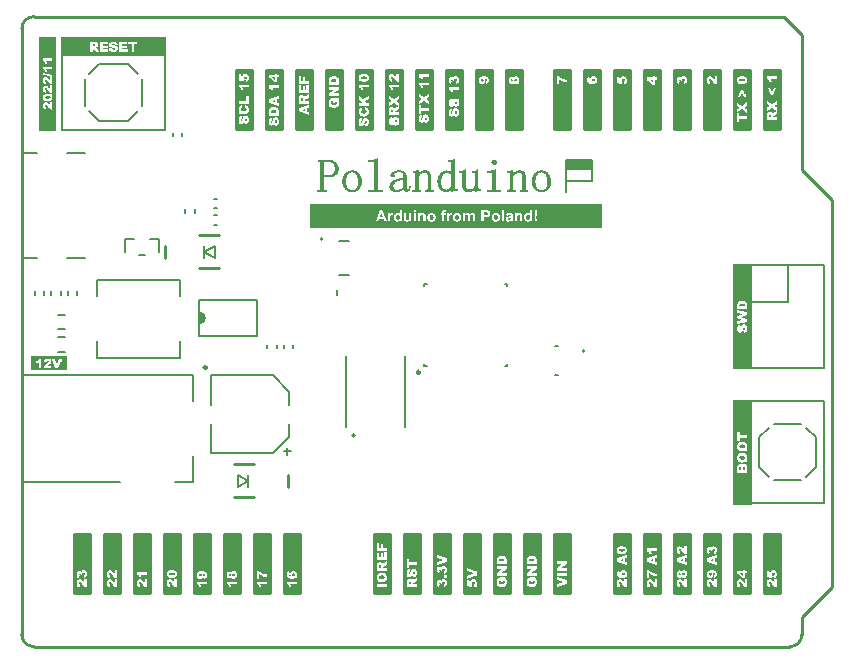
<source format=gto>
G04*
G04 #@! TF.GenerationSoftware,Altium Limited,Altium Designer,21.1.1 (26)*
G04*
G04 Layer_Color=65535*
%FSAX44Y44*%
%MOMM*%
G71*
G04*
G04 #@! TF.SameCoordinates,378EE943-C238-4E8C-B66D-7123103E1C21*
G04*
G04*
G04 #@! TF.FilePolarity,Positive*
G04*
G01*
G75*
%ADD10C,0.2032*%
%ADD11C,0.2500*%
%ADD12C,0.2000*%
%ADD13C,0.1500*%
%ADD14R,2.2287X0.8852*%
%ADD15R,0.2600X0.8964*%
%ADD16R,0.1524X0.5900*%
%ADD17C,0.2540*%
G36*
X00515173Y00438173D02*
X00501173D01*
Y00488173D01*
X00515173D01*
Y00438173D01*
D02*
G37*
G36*
X00388173Y00045573D02*
X00374173D01*
Y00095573D01*
X00388173D01*
Y00045573D01*
D02*
G37*
G36*
X00337373D02*
X00323373D01*
Y00095573D01*
X00337373D01*
Y00045573D01*
D02*
G37*
G36*
X00159573D02*
X00145573D01*
Y00095573D01*
X00159573D01*
Y00045573D01*
D02*
G37*
G36*
X00038000Y00234000D02*
X00008000D01*
Y00246000D01*
X00038000D01*
Y00234000D01*
D02*
G37*
G36*
X00438973Y00045573D02*
X00424973D01*
Y00095573D01*
X00438973D01*
Y00045573D01*
D02*
G37*
G36*
X00271333Y00438173D02*
X00257333D01*
Y00488173D01*
X00271333D01*
Y00438173D01*
D02*
G37*
G36*
X00083373Y00045573D02*
X00069373D01*
Y00095573D01*
X00083373D01*
Y00045573D01*
D02*
G37*
G36*
X00565973Y00045573D02*
X00551973D01*
Y00095573D01*
X00565973D01*
Y00045573D01*
D02*
G37*
G36*
X00489773Y00438173D02*
X00475773D01*
Y00488173D01*
X00489773D01*
Y00438173D01*
D02*
G37*
G36*
X00372933D02*
X00358933D01*
Y00488173D01*
X00372933D01*
Y00438173D01*
D02*
G37*
G36*
X00464373Y00045573D02*
X00450373D01*
Y00095573D01*
X00464373D01*
Y00045573D01*
D02*
G37*
G36*
X00618000Y00235000D02*
X00602000D01*
Y00324000D01*
X00618000D01*
Y00235000D01*
D02*
G37*
G36*
X00296733Y00438173D02*
X00282733D01*
Y00488173D01*
X00296733D01*
Y00438173D01*
D02*
G37*
G36*
X00322133D02*
X00308133D01*
Y00488173D01*
X00322133D01*
Y00438173D01*
D02*
G37*
G36*
X00347533D02*
X00333533D01*
Y00488173D01*
X00347533D01*
Y00438173D01*
D02*
G37*
G36*
X00108773Y00045573D02*
X00094773D01*
Y00095573D01*
X00108773D01*
Y00045573D01*
D02*
G37*
G36*
X00491500Y00355000D02*
X00244500D01*
Y00375000D01*
X00491500D01*
Y00355000D01*
D02*
G37*
G36*
X00642173Y00488173D02*
Y00438173D01*
X00628173D01*
Y00488173D01*
X00642173D01*
D02*
G37*
G36*
X00591373Y00438173D02*
X00577373D01*
Y00488173D01*
X00591373D01*
Y00438173D01*
D02*
G37*
G36*
X00423733Y00438173D02*
X00409733D01*
Y00488173D01*
X00423733D01*
Y00438173D01*
D02*
G37*
G36*
X00235773Y00045573D02*
X00221773D01*
Y00095573D01*
X00235773D01*
Y00045573D01*
D02*
G37*
G36*
X00134173D02*
X00120173D01*
Y00095573D01*
X00134173D01*
Y00045573D01*
D02*
G37*
G36*
X00464373Y00438173D02*
X00450373D01*
Y00488173D01*
X00464373D01*
Y00438173D01*
D02*
G37*
G36*
X00184973Y00045573D02*
X00170973D01*
Y00095573D01*
X00184973D01*
Y00045573D01*
D02*
G37*
G36*
X00540573Y00488173D02*
Y00438173D01*
X00526573D01*
Y00488173D01*
X00540573D01*
D02*
G37*
G36*
X00245933Y00438173D02*
X00231933D01*
Y00488173D01*
X00245933D01*
Y00438173D01*
D02*
G37*
G36*
X00311973Y00045573D02*
X00297973D01*
Y00095573D01*
X00311973D01*
Y00045573D01*
D02*
G37*
G36*
X00565973Y00438173D02*
X00551973D01*
Y00488173D01*
X00565973D01*
Y00438173D01*
D02*
G37*
G36*
X00398333D02*
X00384333D01*
Y00488173D01*
X00398333D01*
Y00438173D01*
D02*
G37*
G36*
X00195133D02*
X00181133D01*
Y00488173D01*
X00195133D01*
Y00438173D01*
D02*
G37*
G36*
X00591373Y00045573D02*
X00577373D01*
Y00095573D01*
X00591373D01*
Y00045573D01*
D02*
G37*
G36*
X00210373Y00045573D02*
X00196373D01*
Y00095573D01*
X00210373D01*
Y00045573D01*
D02*
G37*
G36*
X00642173Y00045573D02*
X00628173D01*
Y00095573D01*
X00642173D01*
Y00045573D01*
D02*
G37*
G36*
X00515173D02*
X00501173D01*
Y00095573D01*
X00515173D01*
Y00045573D01*
D02*
G37*
G36*
X00618000Y00120394D02*
X00602000D01*
Y00209394D01*
X00618000D01*
Y00120394D01*
D02*
G37*
G36*
X00029500Y00437000D02*
X00014500D01*
Y00516000D01*
X00029500D01*
Y00437000D01*
D02*
G37*
G36*
X00540573Y00045573D02*
X00526573D01*
Y00095573D01*
X00540573D01*
Y00045573D01*
D02*
G37*
G36*
X00122393Y00500000D02*
X00033393D01*
Y00516000D01*
X00122393D01*
Y00500000D01*
D02*
G37*
G36*
X00057973Y00045573D02*
X00043973D01*
Y00095573D01*
X00057973D01*
Y00045573D01*
D02*
G37*
G36*
X00362773D02*
X00348773D01*
Y00095573D01*
X00362773D01*
Y00045573D01*
D02*
G37*
G36*
X00616773Y00438173D02*
X00602773D01*
Y00488173D01*
X00616773D01*
Y00438173D01*
D02*
G37*
G36*
X00616773Y00045573D02*
X00602773D01*
Y00095573D01*
X00616773D01*
Y00045573D01*
D02*
G37*
G36*
X00413573Y00045573D02*
X00399573D01*
Y00095573D01*
X00413573D01*
Y00045573D01*
D02*
G37*
G36*
X00400513Y00412573D02*
X00400735Y00412536D01*
X00400958Y00412462D01*
X00401254Y00412313D01*
X00401513Y00412165D01*
X00401809Y00411943D01*
X00401846Y00411906D01*
X00401921Y00411832D01*
X00402069Y00411684D01*
X00402217Y00411499D01*
X00402328Y00411277D01*
X00402476Y00411017D01*
X00402550Y00410721D01*
X00402587Y00410388D01*
Y00410351D01*
Y00410240D01*
X00402550Y00410054D01*
X00402513Y00409832D01*
X00402402Y00409573D01*
X00402291Y00409314D01*
X00402106Y00409017D01*
X00401846Y00408721D01*
X00401809Y00408684D01*
X00401735Y00408610D01*
X00401550Y00408499D01*
X00401365Y00408388D01*
X00401106Y00408240D01*
X00400846Y00408129D01*
X00400513Y00408055D01*
X00400180Y00408018D01*
X00400032D01*
X00399847Y00408055D01*
X00399624Y00408092D01*
X00399328Y00408203D01*
X00399069Y00408314D01*
X00398773Y00408499D01*
X00398476Y00408721D01*
X00398439Y00408758D01*
X00398365Y00408869D01*
X00398254Y00409017D01*
X00398143Y00409203D01*
X00397995Y00409462D01*
X00397884Y00409721D01*
X00397810Y00410054D01*
X00397773Y00410388D01*
Y00410425D01*
Y00410536D01*
X00397810Y00410721D01*
X00397847Y00410943D01*
X00397958Y00411165D01*
X00398069Y00411425D01*
X00398254Y00411684D01*
X00398476Y00411943D01*
X00398513Y00411980D01*
X00398625Y00412054D01*
X00398773Y00412165D01*
X00398958Y00412276D01*
X00399217Y00412388D01*
X00399513Y00412499D01*
X00399847Y00412573D01*
X00400180Y00412610D01*
X00400328D01*
X00400513Y00412573D01*
D02*
G37*
G36*
X00366813Y00388946D02*
Y00388909D01*
Y00388834D01*
X00366850Y00388612D01*
X00366887Y00388353D01*
X00366924Y00388205D01*
X00366998Y00388131D01*
X00367035Y00388094D01*
X00367146Y00388057D01*
X00367332Y00387983D01*
X00367628Y00387946D01*
X00369109D01*
Y00386242D01*
X00367554D01*
X00367406Y00386205D01*
X00367183D01*
X00366961Y00386168D01*
X00366406Y00386020D01*
X00366369D01*
X00366258Y00385983D01*
X00366109Y00385909D01*
X00365887Y00385835D01*
X00365628Y00385761D01*
X00365332Y00385612D01*
X00364665Y00385316D01*
X00363850D01*
Y00388168D01*
X00363813Y00387983D01*
X00363739Y00387760D01*
X00363628Y00387464D01*
X00363443Y00387131D01*
X00363184Y00386760D01*
X00362850Y00386390D01*
X00362369Y00386057D01*
X00362295Y00386020D01*
X00362110Y00385909D01*
X00361851Y00385761D01*
X00361443Y00385612D01*
X00360999Y00385464D01*
X00360443Y00385316D01*
X00359851Y00385205D01*
X00359184Y00385168D01*
X00358888D01*
X00358703Y00385205D01*
X00358443Y00385242D01*
X00358147Y00385279D01*
X00357444Y00385464D01*
X00356629Y00385724D01*
X00356222Y00385946D01*
X00355777Y00386168D01*
X00355370Y00386427D01*
X00354925Y00386724D01*
X00354518Y00387094D01*
X00354111Y00387501D01*
X00354074Y00387538D01*
X00354037Y00387612D01*
X00353926Y00387760D01*
X00353777Y00387946D01*
X00353629Y00388168D01*
X00353444Y00388464D01*
X00353259Y00388834D01*
X00353074Y00389242D01*
X00352888Y00389686D01*
X00352703Y00390205D01*
X00352518Y00390760D01*
X00352370Y00391353D01*
X00352222Y00392019D01*
X00352111Y00392723D01*
X00352074Y00393501D01*
X00352037Y00394315D01*
Y00394352D01*
Y00394501D01*
Y00394723D01*
X00352074Y00394982D01*
X00352111Y00395352D01*
X00352148Y00395760D01*
X00352222Y00396204D01*
X00352333Y00396685D01*
X00352592Y00397722D01*
X00352777Y00398278D01*
X00352963Y00398833D01*
X00353222Y00399389D01*
X00353518Y00399907D01*
X00353851Y00400426D01*
X00354259Y00400907D01*
X00354296Y00400944D01*
X00354370Y00401018D01*
X00354481Y00401129D01*
X00354666Y00401315D01*
X00354888Y00401500D01*
X00355148Y00401722D01*
X00355444Y00401944D01*
X00355777Y00402166D01*
X00356555Y00402648D01*
X00357481Y00403018D01*
X00357962Y00403203D01*
X00358518Y00403314D01*
X00359073Y00403388D01*
X00359629Y00403425D01*
X00359851D01*
X00360110Y00403388D01*
X00360480Y00403351D01*
X00360888Y00403277D01*
X00361332Y00403166D01*
X00361814Y00403018D01*
X00362332Y00402833D01*
X00362406Y00402796D01*
X00362554Y00402722D01*
X00362776Y00402611D01*
X00363036Y00402426D01*
X00363332Y00402203D01*
X00363554Y00401944D01*
X00363739Y00401648D01*
X00363850Y00401315D01*
Y00409166D01*
Y00409203D01*
Y00409277D01*
Y00409425D01*
X00363813Y00409610D01*
X00363776Y00409980D01*
X00363702Y00410129D01*
X00363628Y00410277D01*
X00363591Y00410314D01*
X00363443Y00410462D01*
X00363221Y00410573D01*
X00362850Y00410610D01*
X00361221D01*
Y00412313D01*
X00363591D01*
X00363739Y00412351D01*
X00364184Y00412425D01*
X00364702Y00412573D01*
X00364739D01*
X00364850Y00412610D01*
X00364998Y00412684D01*
X00365221Y00412795D01*
X00365517Y00412943D01*
X00365887Y00413091D01*
X00366332Y00413313D01*
X00366813Y00413573D01*
Y00388946D01*
D02*
G37*
G36*
X00386700Y00388797D02*
Y00388760D01*
Y00388723D01*
X00386737Y00388538D01*
X00386811Y00388316D01*
X00386922Y00388131D01*
X00386959Y00388094D01*
X00387107Y00388057D01*
X00387329Y00387983D01*
X00387663Y00387946D01*
X00388996D01*
Y00386242D01*
X00387403D01*
X00387218Y00386205D01*
X00386774Y00386168D01*
X00386218Y00386020D01*
X00386181D01*
X00386107Y00385983D01*
X00385959Y00385909D01*
X00385737Y00385835D01*
X00385515Y00385761D01*
X00385219Y00385612D01*
X00384552Y00385316D01*
X00383737D01*
Y00388427D01*
X00383700Y00388242D01*
X00383626Y00387946D01*
X00383515Y00387612D01*
X00383293Y00387205D01*
X00382996Y00386798D01*
X00382589Y00386427D01*
X00382034Y00386057D01*
X00381960Y00386020D01*
X00381737Y00385909D01*
X00381404Y00385761D01*
X00380960Y00385612D01*
X00380404Y00385464D01*
X00379775Y00385316D01*
X00379071Y00385205D01*
X00378293Y00385168D01*
X00378034D01*
X00377849Y00385205D01*
X00377627D01*
X00377405Y00385242D01*
X00376812Y00385353D01*
X00376182Y00385538D01*
X00375516Y00385798D01*
X00374886Y00386168D01*
X00374331Y00386649D01*
X00374257Y00386724D01*
X00374109Y00386946D01*
X00374035Y00387094D01*
X00373923Y00387316D01*
X00373775Y00387538D01*
X00373664Y00387798D01*
X00373553Y00388131D01*
X00373405Y00388464D01*
X00373294Y00388871D01*
X00373220Y00389279D01*
X00373109Y00389760D01*
X00373072Y00390279D01*
X00372998Y00390797D01*
Y00391390D01*
Y00400574D01*
Y00400611D01*
Y00400648D01*
X00372961Y00400833D01*
X00372924Y00401092D01*
X00372775Y00401315D01*
X00372738Y00401352D01*
X00372627Y00401463D01*
X00372368Y00401537D01*
X00372220Y00401574D01*
X00370664D01*
Y00403277D01*
X00372516D01*
X00373035Y00403314D01*
X00373553Y00403388D01*
X00373590D01*
X00373664Y00403425D01*
X00373812Y00403462D01*
X00373997Y00403537D01*
X00374220Y00403648D01*
X00374479Y00403796D01*
X00374775Y00403981D01*
X00375071Y00404203D01*
X00375960D01*
Y00391056D01*
Y00391019D01*
Y00390982D01*
Y00390871D01*
Y00390723D01*
X00375997Y00390390D01*
X00376071Y00389945D01*
X00376145Y00389501D01*
X00376293Y00389020D01*
X00376479Y00388612D01*
X00376738Y00388242D01*
X00376775Y00388205D01*
X00376886Y00388131D01*
X00377071Y00387983D01*
X00377331Y00387872D01*
X00377664Y00387723D01*
X00378071Y00387575D01*
X00378553Y00387501D01*
X00379071Y00387464D01*
X00379367D01*
X00379664Y00387501D01*
X00380071Y00387575D01*
X00380515Y00387649D01*
X00380997Y00387798D01*
X00381478Y00388020D01*
X00381960Y00388279D01*
X00381997Y00388316D01*
X00382145Y00388427D01*
X00382367Y00388649D01*
X00382626Y00388946D01*
X00382923Y00389316D01*
X00383219Y00389797D01*
X00383478Y00390353D01*
X00383737Y00390982D01*
Y00400574D01*
Y00400611D01*
Y00400648D01*
X00383700Y00400833D01*
X00383663Y00401092D01*
X00383515Y00401315D01*
X00383478Y00401352D01*
X00383330Y00401463D01*
X00383108Y00401537D01*
X00382737Y00401574D01*
X00381404D01*
Y00403277D01*
X00383256D01*
X00383774Y00403314D01*
X00384293Y00403388D01*
X00384330D01*
X00384404Y00403425D01*
X00384552Y00403462D01*
X00384737Y00403537D01*
X00384959Y00403648D01*
X00385219Y00403796D01*
X00385515Y00403981D01*
X00385811Y00404203D01*
X00386700D01*
Y00388797D01*
D02*
G37*
G36*
X00416178Y00400537D02*
X00416215Y00400611D01*
X00416289Y00400759D01*
X00416475Y00401018D01*
X00416697Y00401352D01*
X00416993Y00401685D01*
X00417363Y00402055D01*
X00417808Y00402426D01*
X00418326Y00402759D01*
X00418400Y00402796D01*
X00418585Y00402870D01*
X00418882Y00403018D01*
X00419289Y00403166D01*
X00419734Y00403314D01*
X00420252Y00403462D01*
X00420844Y00403537D01*
X00421437Y00403574D01*
X00421696D01*
X00421881Y00403537D01*
X00422141D01*
X00422400Y00403499D01*
X00422992Y00403388D01*
X00423659Y00403203D01*
X00424363Y00402944D01*
X00424992Y00402574D01*
X00425548Y00402055D01*
X00425622Y00401981D01*
X00425770Y00401759D01*
X00425992Y00401426D01*
X00426251Y00400944D01*
X00426474Y00400315D01*
X00426696Y00399574D01*
X00426844Y00398685D01*
X00426918Y00397685D01*
Y00387909D01*
Y00387872D01*
Y00387835D01*
X00426955Y00387649D01*
X00427029Y00387427D01*
X00427140Y00387242D01*
X00427177Y00387205D01*
X00427325Y00387168D01*
X00427547Y00387094D01*
X00427881Y00387057D01*
X00429066D01*
Y00385353D01*
X00421807D01*
Y00387057D01*
X00423066D01*
X00423289Y00387094D01*
X00423548Y00387131D01*
X00423659Y00387168D01*
X00423733Y00387242D01*
X00423770Y00387279D01*
X00423844Y00387390D01*
X00423918Y00387612D01*
X00423955Y00387909D01*
Y00398130D01*
Y00398167D01*
Y00398204D01*
Y00398426D01*
X00423918Y00398722D01*
X00423881Y00399093D01*
X00423807Y00399500D01*
X00423659Y00399944D01*
X00423511Y00400315D01*
X00423289Y00400685D01*
X00423252Y00400722D01*
X00423178Y00400833D01*
X00422992Y00400981D01*
X00422807Y00401129D01*
X00422511Y00401278D01*
X00422178Y00401426D01*
X00421770Y00401537D01*
X00421289Y00401574D01*
X00421067D01*
X00420807Y00401537D01*
X00420474Y00401463D01*
X00420104Y00401352D01*
X00419622Y00401203D01*
X00419141Y00400981D01*
X00418623Y00400685D01*
X00418548Y00400648D01*
X00418400Y00400537D01*
X00418141Y00400315D01*
X00417808Y00400056D01*
X00417437Y00399722D01*
X00417030Y00399315D01*
X00416586Y00398833D01*
X00416178Y00398315D01*
Y00387909D01*
Y00387872D01*
Y00387835D01*
X00416215Y00387649D01*
X00416289Y00387427D01*
X00416400Y00387242D01*
X00416437Y00387205D01*
X00416586Y00387168D01*
X00416808Y00387094D01*
X00417141Y00387057D01*
X00418289D01*
Y00385353D01*
X00411068D01*
Y00387057D01*
X00412327D01*
X00412549Y00387094D01*
X00412808Y00387131D01*
X00412919Y00387168D01*
X00412993Y00387242D01*
X00413031Y00387279D01*
X00413105Y00387390D01*
X00413179Y00387575D01*
X00413216Y00387872D01*
Y00401018D01*
Y00401055D01*
Y00401203D01*
X00413179Y00401315D01*
X00413142Y00401426D01*
Y00401463D01*
X00413068Y00401500D01*
X00412993Y00401537D01*
X00411216D01*
Y00403240D01*
X00413142D01*
X00413549Y00403277D01*
X00414030Y00403351D01*
X00414067D01*
X00414142Y00403388D01*
X00414253Y00403425D01*
X00414438Y00403499D01*
X00414845Y00403685D01*
X00415289Y00404018D01*
X00416178D01*
Y00400537D01*
D02*
G37*
G36*
X00401513Y00387909D02*
Y00387872D01*
Y00387835D01*
X00401550Y00387649D01*
X00401624Y00387427D01*
X00401735Y00387242D01*
X00401772Y00387205D01*
X00401921Y00387168D01*
X00402143Y00387094D01*
X00402476Y00387057D01*
X00406105D01*
Y00385353D01*
X00393921D01*
Y00387057D01*
X00397662D01*
X00397884Y00387094D01*
X00398143Y00387131D01*
X00398254Y00387168D01*
X00398328Y00387242D01*
X00398365Y00387279D01*
X00398439Y00387390D01*
X00398513Y00387575D01*
X00398550Y00387872D01*
Y00400537D01*
Y00400574D01*
Y00400611D01*
X00398513Y00400796D01*
X00398476Y00401018D01*
X00398328Y00401241D01*
X00398291Y00401278D01*
X00398180Y00401389D01*
X00397921Y00401463D01*
X00397773Y00401500D01*
X00397551D01*
X00393921Y00401574D01*
Y00403240D01*
X00395884Y00403277D01*
X00396699D01*
X00397069Y00403314D01*
X00397477Y00403351D01*
X00398365Y00403462D01*
X00398402D01*
X00398587Y00403499D01*
X00398810Y00403574D01*
X00399106Y00403648D01*
X00399439Y00403796D01*
X00399847Y00403944D01*
X00400254Y00404129D01*
X00400661Y00404351D01*
X00401513D01*
Y00387909D01*
D02*
G37*
G36*
X00336038Y00400537D02*
X00336076Y00400611D01*
X00336149Y00400759D01*
X00336335Y00401018D01*
X00336557Y00401352D01*
X00336853Y00401685D01*
X00337224Y00402055D01*
X00337668Y00402426D01*
X00338186Y00402759D01*
X00338260Y00402796D01*
X00338446Y00402870D01*
X00338742Y00403018D01*
X00339149Y00403166D01*
X00339594Y00403314D01*
X00340112Y00403462D01*
X00340705Y00403537D01*
X00341297Y00403574D01*
X00341556D01*
X00341742Y00403537D01*
X00342001D01*
X00342260Y00403499D01*
X00342853Y00403388D01*
X00343519Y00403203D01*
X00344223Y00402944D01*
X00344852Y00402574D01*
X00345408Y00402055D01*
X00345482Y00401981D01*
X00345630Y00401759D01*
X00345852Y00401426D01*
X00346111Y00400944D01*
X00346334Y00400315D01*
X00346556Y00399574D01*
X00346704Y00398685D01*
X00346778Y00397685D01*
Y00387909D01*
Y00387872D01*
Y00387835D01*
X00346815Y00387649D01*
X00346889Y00387427D01*
X00347000Y00387242D01*
X00347037Y00387205D01*
X00347185Y00387168D01*
X00347408Y00387094D01*
X00347741Y00387057D01*
X00348926D01*
Y00385353D01*
X00341668D01*
Y00387057D01*
X00342927D01*
X00343149Y00387094D01*
X00343408Y00387131D01*
X00343519Y00387168D01*
X00343593Y00387242D01*
X00343630Y00387279D01*
X00343704Y00387390D01*
X00343778Y00387612D01*
X00343815Y00387909D01*
Y00398130D01*
Y00398167D01*
Y00398204D01*
Y00398426D01*
X00343778Y00398722D01*
X00343741Y00399093D01*
X00343667Y00399500D01*
X00343519Y00399944D01*
X00343371Y00400315D01*
X00343149Y00400685D01*
X00343112Y00400722D01*
X00343038Y00400833D01*
X00342853Y00400981D01*
X00342667Y00401129D01*
X00342371Y00401278D01*
X00342038Y00401426D01*
X00341631Y00401537D01*
X00341149Y00401574D01*
X00340927D01*
X00340668Y00401537D01*
X00340334Y00401463D01*
X00339964Y00401352D01*
X00339482Y00401203D01*
X00339001Y00400981D01*
X00338483Y00400685D01*
X00338409Y00400648D01*
X00338260Y00400537D01*
X00338001Y00400315D01*
X00337668Y00400056D01*
X00337298Y00399722D01*
X00336890Y00399315D01*
X00336446Y00398833D01*
X00336038Y00398315D01*
Y00387909D01*
Y00387872D01*
Y00387835D01*
X00336076Y00387649D01*
X00336149Y00387427D01*
X00336261Y00387242D01*
X00336298Y00387205D01*
X00336446Y00387168D01*
X00336668Y00387094D01*
X00337001Y00387057D01*
X00338149D01*
Y00385353D01*
X00330928D01*
Y00387057D01*
X00332187D01*
X00332409Y00387094D01*
X00332668Y00387131D01*
X00332780Y00387168D01*
X00332854Y00387242D01*
X00332891Y00387279D01*
X00332965Y00387390D01*
X00333039Y00387575D01*
X00333076Y00387872D01*
Y00401018D01*
Y00401055D01*
Y00401203D01*
X00333039Y00401315D01*
X00333002Y00401426D01*
Y00401463D01*
X00332928Y00401500D01*
X00332854Y00401537D01*
X00331076D01*
Y00403240D01*
X00333002D01*
X00333409Y00403277D01*
X00333890Y00403351D01*
X00333928D01*
X00334002Y00403388D01*
X00334113Y00403425D01*
X00334298Y00403499D01*
X00334705Y00403685D01*
X00335150Y00404018D01*
X00336038D01*
Y00400537D01*
D02*
G37*
G36*
X00301338Y00387909D02*
Y00387872D01*
Y00387835D01*
X00301375Y00387649D01*
X00301449Y00387427D01*
X00301560Y00387242D01*
X00301598Y00387205D01*
X00301746Y00387168D01*
X00301968Y00387094D01*
X00302301Y00387057D01*
X00306227D01*
Y00385353D01*
X00293450D01*
Y00387057D01*
X00297487D01*
X00297709Y00387094D01*
X00297968Y00387131D01*
X00298079Y00387168D01*
X00298153Y00387242D01*
X00298190Y00387279D01*
X00298265Y00387390D01*
X00298339Y00387612D01*
X00298376Y00387909D01*
Y00409758D01*
Y00409795D01*
Y00409832D01*
X00298339Y00410017D01*
X00298302Y00410203D01*
X00298153Y00410388D01*
X00298116Y00410425D01*
X00298005Y00410499D01*
X00297746Y00410573D01*
X00297598Y00410610D01*
X00293598D01*
Y00412313D01*
X00296191D01*
X00296524Y00412351D01*
X00296894Y00412388D01*
X00297302Y00412425D01*
X00298190Y00412573D01*
X00298228D01*
X00298413Y00412647D01*
X00298635Y00412721D01*
X00298931Y00412795D01*
X00299265Y00412943D01*
X00299672Y00413091D01*
X00300487Y00413535D01*
X00301338D01*
Y00387909D01*
D02*
G37*
G36*
X00260750Y00412276D02*
X00261083Y00412239D01*
X00261454Y00412202D01*
X00261898Y00412128D01*
X00262342Y00412054D01*
X00263342Y00411832D01*
X00264379Y00411462D01*
X00264898Y00411240D01*
X00265379Y00410943D01*
X00265823Y00410647D01*
X00266268Y00410277D01*
X00266305Y00410240D01*
X00266379Y00410203D01*
X00266490Y00410054D01*
X00266601Y00409906D01*
X00266786Y00409721D01*
X00266971Y00409462D01*
X00267157Y00409203D01*
X00267379Y00408869D01*
X00267786Y00408129D01*
X00268157Y00407277D01*
X00268268Y00406796D01*
X00268379Y00406277D01*
X00268453Y00405759D01*
X00268490Y00405203D01*
Y00405166D01*
Y00405055D01*
Y00404833D01*
X00268453Y00404574D01*
X00268416Y00404277D01*
X00268379Y00403907D01*
X00268305Y00403537D01*
X00268194Y00403092D01*
X00267897Y00402166D01*
X00267712Y00401722D01*
X00267490Y00401241D01*
X00267231Y00400759D01*
X00266898Y00400352D01*
X00266527Y00399907D01*
X00266120Y00399537D01*
X00266083Y00399500D01*
X00266009Y00399463D01*
X00265898Y00399352D01*
X00265712Y00399241D01*
X00265490Y00399093D01*
X00265194Y00398945D01*
X00264898Y00398759D01*
X00264527Y00398574D01*
X00264157Y00398389D01*
X00263713Y00398204D01*
X00262750Y00397907D01*
X00261676Y00397685D01*
X00261120Y00397648D01*
X00260528Y00397611D01*
X00256195D01*
Y00387909D01*
Y00387872D01*
Y00387835D01*
X00256232Y00387649D01*
X00256306Y00387427D01*
X00256417Y00387242D01*
X00256454Y00387205D01*
X00256602Y00387168D01*
X00256824Y00387094D01*
X00257158Y00387057D01*
X00258639D01*
Y00385353D01*
X00250455D01*
Y00387057D01*
X00252047D01*
X00252269Y00387094D01*
X00252529Y00387131D01*
X00252640Y00387168D01*
X00252714Y00387242D01*
X00252751Y00387279D01*
X00252825Y00387390D01*
X00252899Y00387612D01*
X00252936Y00387909D01*
Y00409758D01*
Y00409795D01*
Y00409832D01*
X00252899Y00410017D01*
X00252862Y00410203D01*
X00252714Y00410388D01*
X00252677Y00410425D01*
X00252566Y00410499D01*
X00252306Y00410573D01*
X00252158Y00410610D01*
X00250603D01*
Y00412313D01*
X00260454D01*
X00260750Y00412276D01*
D02*
G37*
G36*
X00320373Y00403537D02*
X00320670Y00403499D01*
X00321373Y00403425D01*
X00322151Y00403277D01*
X00322966Y00403055D01*
X00323743Y00402722D01*
X00324447Y00402314D01*
X00324484D01*
X00324521Y00402240D01*
X00324706Y00402092D01*
X00324966Y00401796D01*
X00325299Y00401389D01*
X00325595Y00400870D01*
X00325854Y00400278D01*
X00326040Y00399537D01*
X00326114Y00399167D01*
Y00398722D01*
Y00388612D01*
Y00388575D01*
Y00388427D01*
Y00388279D01*
Y00388057D01*
X00326151Y00387835D01*
Y00387649D01*
X00326188Y00387501D01*
X00326225Y00387427D01*
X00326262D01*
X00326336Y00387390D01*
X00326484Y00387353D01*
X00326743Y00387316D01*
X00326817D01*
X00327039Y00387390D01*
X00327262Y00387538D01*
X00327373Y00387649D01*
X00327484Y00387835D01*
Y00387872D01*
X00327521Y00387946D01*
X00327558Y00388094D01*
X00327632Y00388316D01*
X00327669Y00388612D01*
X00327706Y00388946D01*
X00327743Y00389427D01*
Y00389945D01*
X00329335D01*
Y00389908D01*
Y00389834D01*
Y00389686D01*
Y00389501D01*
X00329298Y00389279D01*
Y00389057D01*
X00329224Y00388464D01*
X00329113Y00387872D01*
X00328965Y00387242D01*
X00328743Y00386724D01*
X00328595Y00386464D01*
X00328447Y00386279D01*
X00328410Y00386242D01*
X00328298Y00386131D01*
X00328076Y00385983D01*
X00327817Y00385798D01*
X00327484Y00385612D01*
X00327113Y00385464D01*
X00326669Y00385353D01*
X00326151Y00385316D01*
X00325965D01*
X00325743Y00385353D01*
X00325447Y00385390D01*
X00324817Y00385538D01*
X00324484Y00385649D01*
X00324188Y00385835D01*
X00324151Y00385872D01*
X00324077Y00385946D01*
X00323966Y00386057D01*
X00323817Y00386242D01*
X00323669Y00386427D01*
X00323521Y00386687D01*
X00323373Y00386946D01*
X00323299Y00387279D01*
X00323262Y00387242D01*
X00323114Y00387094D01*
X00322892Y00386909D01*
X00322558Y00386687D01*
X00322188Y00386427D01*
X00321781Y00386168D01*
X00321336Y00385909D01*
X00320818Y00385687D01*
X00320744Y00385649D01*
X00320596Y00385612D01*
X00320299Y00385538D01*
X00319929Y00385427D01*
X00319448Y00385316D01*
X00318892Y00385242D01*
X00318263Y00385205D01*
X00317559Y00385168D01*
X00317300D01*
X00317077Y00385205D01*
X00316855D01*
X00316559Y00385242D01*
X00315892Y00385353D01*
X00315189Y00385501D01*
X00314411Y00385761D01*
X00313670Y00386094D01*
X00313004Y00386575D01*
X00312930Y00386649D01*
X00312745Y00386835D01*
X00312485Y00387131D01*
X00312189Y00387501D01*
X00311893Y00387983D01*
X00311634Y00388538D01*
X00311448Y00389168D01*
X00311411Y00389501D01*
X00311374Y00389834D01*
Y00389871D01*
Y00389982D01*
Y00390131D01*
X00311411Y00390316D01*
X00311448Y00390575D01*
X00311523Y00390871D01*
X00311671Y00391538D01*
X00311967Y00392315D01*
X00312189Y00392723D01*
X00312411Y00393130D01*
X00312708Y00393501D01*
X00313041Y00393908D01*
X00313411Y00394278D01*
X00313856Y00394649D01*
X00313893Y00394686D01*
X00313967Y00394723D01*
X00314115Y00394834D01*
X00314337Y00394945D01*
X00314633Y00395093D01*
X00315004Y00395278D01*
X00315448Y00395463D01*
X00315966Y00395686D01*
X00316559Y00395871D01*
X00317226Y00396093D01*
X00317966Y00396315D01*
X00318818Y00396537D01*
X00319781Y00396722D01*
X00320781Y00396908D01*
X00321929Y00397093D01*
X00323151Y00397241D01*
Y00398722D01*
Y00398796D01*
Y00398945D01*
X00323114Y00399204D01*
X00323077Y00399537D01*
X00323003Y00399907D01*
X00322892Y00400278D01*
X00322743Y00400648D01*
X00322521Y00400981D01*
X00322484Y00401018D01*
X00322410Y00401129D01*
X00322225Y00401278D01*
X00321966Y00401426D01*
X00321558Y00401574D01*
X00321077Y00401722D01*
X00320485Y00401833D01*
X00320114Y00401870D01*
X00319299D01*
X00318892Y00401833D01*
X00318374Y00401796D01*
X00317818Y00401685D01*
X00317226Y00401574D01*
X00316707Y00401389D01*
X00316300Y00401129D01*
X00316263Y00401092D01*
X00316152Y00401018D01*
X00316003Y00400870D01*
X00315855Y00400685D01*
X00315744Y00400500D01*
X00315633Y00400278D01*
X00315596Y00400018D01*
X00315633Y00399796D01*
X00315670Y00399722D01*
X00315744Y00399574D01*
X00315818Y00399315D01*
X00315855Y00399056D01*
Y00398982D01*
X00315818Y00398759D01*
X00315707Y00398463D01*
X00315522Y00398019D01*
Y00397982D01*
X00315448Y00397945D01*
X00315374Y00397834D01*
X00315226Y00397722D01*
X00315041Y00397611D01*
X00314781Y00397537D01*
X00314485Y00397463D01*
X00314078Y00397426D01*
X00313930D01*
X00313782Y00397463D01*
X00313596Y00397500D01*
X00313189Y00397648D01*
X00312967Y00397759D01*
X00312782Y00397907D01*
X00312745Y00397945D01*
X00312708Y00397982D01*
X00312633Y00398130D01*
X00312559Y00398278D01*
X00312448Y00398463D01*
X00312374Y00398722D01*
X00312337Y00399019D01*
X00312300Y00399352D01*
Y00399426D01*
X00312337Y00399611D01*
X00312411Y00399907D01*
X00312559Y00400315D01*
X00312819Y00400759D01*
X00313004Y00400981D01*
X00313189Y00401241D01*
X00313448Y00401463D01*
X00313707Y00401722D01*
X00314041Y00401981D01*
X00314411Y00402240D01*
X00314448D01*
X00314522Y00402314D01*
X00314633Y00402351D01*
X00314781Y00402463D01*
X00315004Y00402537D01*
X00315263Y00402648D01*
X00315522Y00402796D01*
X00315855Y00402907D01*
X00316596Y00403166D01*
X00317485Y00403351D01*
X00318485Y00403499D01*
X00319559Y00403574D01*
X00320077D01*
X00320373Y00403537D01*
D02*
G37*
G36*
X00440731D02*
X00441065Y00403499D01*
X00441435Y00403425D01*
X00441842Y00403314D01*
X00442324Y00403203D01*
X00442805Y00403055D01*
X00443287Y00402870D01*
X00443805Y00402648D01*
X00444324Y00402351D01*
X00444805Y00402018D01*
X00445286Y00401648D01*
X00445768Y00401203D01*
X00446212Y00400685D01*
X00446249Y00400648D01*
X00446323Y00400537D01*
X00446434Y00400389D01*
X00446582Y00400167D01*
X00446731Y00399907D01*
X00446916Y00399574D01*
X00447138Y00399204D01*
X00447360Y00398796D01*
X00447545Y00398352D01*
X00447768Y00397870D01*
X00448138Y00396796D01*
X00448249Y00396204D01*
X00448360Y00395574D01*
X00448434Y00394945D01*
X00448471Y00394315D01*
Y00394278D01*
Y00394130D01*
Y00393945D01*
X00448434Y00393649D01*
X00448397Y00393315D01*
X00448360Y00392908D01*
X00448286Y00392464D01*
X00448175Y00391982D01*
X00447879Y00390945D01*
X00447693Y00390390D01*
X00447434Y00389834D01*
X00447175Y00389242D01*
X00446842Y00388686D01*
X00446471Y00388168D01*
X00446027Y00387649D01*
X00445990Y00387612D01*
X00445916Y00387538D01*
X00445768Y00387390D01*
X00445583Y00387242D01*
X00445360Y00387057D01*
X00445064Y00386835D01*
X00444768Y00386575D01*
X00444398Y00386353D01*
X00443990Y00386094D01*
X00443509Y00385835D01*
X00443027Y00385612D01*
X00442509Y00385427D01*
X00441953Y00385279D01*
X00441361Y00385131D01*
X00440731Y00385057D01*
X00440102Y00385020D01*
X00439954D01*
X00439731Y00385057D01*
X00439472D01*
X00439176Y00385094D01*
X00438806Y00385168D01*
X00438398Y00385242D01*
X00437954Y00385353D01*
X00437472Y00385501D01*
X00436991Y00385687D01*
X00436473Y00385909D01*
X00435954Y00386168D01*
X00435473Y00386464D01*
X00434954Y00386835D01*
X00434473Y00387242D01*
X00434028Y00387723D01*
X00433991Y00387760D01*
X00433917Y00387835D01*
X00433806Y00388020D01*
X00433658Y00388205D01*
X00433510Y00388464D01*
X00433288Y00388797D01*
X00433102Y00389168D01*
X00432880Y00389575D01*
X00432658Y00390019D01*
X00432473Y00390538D01*
X00432251Y00391093D01*
X00432103Y00391649D01*
X00431954Y00392279D01*
X00431843Y00392945D01*
X00431769Y00393612D01*
X00431732Y00394315D01*
Y00394352D01*
Y00394463D01*
Y00394649D01*
X00431769Y00394908D01*
X00431806Y00395204D01*
X00431843Y00395574D01*
X00431917Y00395982D01*
X00432029Y00396426D01*
X00432288Y00397389D01*
X00432473Y00397945D01*
X00432695Y00398463D01*
X00432954Y00399019D01*
X00433288Y00399574D01*
X00433621Y00400130D01*
X00434028Y00400685D01*
X00434065Y00400722D01*
X00434139Y00400796D01*
X00434287Y00400944D01*
X00434436Y00401129D01*
X00434695Y00401352D01*
X00434954Y00401611D01*
X00435287Y00401870D01*
X00435658Y00402129D01*
X00436065Y00402389D01*
X00436547Y00402648D01*
X00437028Y00402907D01*
X00437584Y00403129D01*
X00438139Y00403314D01*
X00438769Y00403462D01*
X00439435Y00403537D01*
X00440102Y00403574D01*
X00440472D01*
X00440731Y00403537D01*
D02*
G37*
G36*
X00280452D02*
X00280785Y00403499D01*
X00281155Y00403425D01*
X00281563Y00403314D01*
X00282044Y00403203D01*
X00282526Y00403055D01*
X00283007Y00402870D01*
X00283525Y00402648D01*
X00284044Y00402351D01*
X00284525Y00402018D01*
X00285007Y00401648D01*
X00285488Y00401203D01*
X00285933Y00400685D01*
X00285970Y00400648D01*
X00286044Y00400537D01*
X00286155Y00400389D01*
X00286303Y00400167D01*
X00286451Y00399907D01*
X00286636Y00399574D01*
X00286858Y00399204D01*
X00287081Y00398796D01*
X00287266Y00398352D01*
X00287488Y00397870D01*
X00287858Y00396796D01*
X00287969Y00396204D01*
X00288080Y00395574D01*
X00288155Y00394945D01*
X00288192Y00394315D01*
Y00394278D01*
Y00394130D01*
Y00393945D01*
X00288155Y00393649D01*
X00288118Y00393315D01*
X00288080Y00392908D01*
X00288006Y00392464D01*
X00287895Y00391982D01*
X00287599Y00390945D01*
X00287414Y00390390D01*
X00287155Y00389834D01*
X00286895Y00389242D01*
X00286562Y00388686D01*
X00286192Y00388168D01*
X00285747Y00387649D01*
X00285710Y00387612D01*
X00285636Y00387538D01*
X00285488Y00387390D01*
X00285303Y00387242D01*
X00285081Y00387057D01*
X00284785Y00386835D01*
X00284488Y00386575D01*
X00284118Y00386353D01*
X00283710Y00386094D01*
X00283229Y00385835D01*
X00282748Y00385612D01*
X00282229Y00385427D01*
X00281674Y00385279D01*
X00281081Y00385131D01*
X00280452Y00385057D01*
X00279822Y00385020D01*
X00279674D01*
X00279452Y00385057D01*
X00279193D01*
X00278896Y00385094D01*
X00278526Y00385168D01*
X00278118Y00385242D01*
X00277674Y00385353D01*
X00277193Y00385501D01*
X00276711Y00385687D01*
X00276193Y00385909D01*
X00275674Y00386168D01*
X00275193Y00386464D01*
X00274674Y00386835D01*
X00274193Y00387242D01*
X00273749Y00387723D01*
X00273712Y00387760D01*
X00273638Y00387835D01*
X00273526Y00388020D01*
X00273378Y00388205D01*
X00273230Y00388464D01*
X00273008Y00388797D01*
X00272823Y00389168D01*
X00272601Y00389575D01*
X00272378Y00390019D01*
X00272193Y00390538D01*
X00271971Y00391093D01*
X00271823Y00391649D01*
X00271675Y00392279D01*
X00271564Y00392945D01*
X00271490Y00393612D01*
X00271453Y00394315D01*
Y00394352D01*
Y00394463D01*
Y00394649D01*
X00271490Y00394908D01*
X00271527Y00395204D01*
X00271564Y00395574D01*
X00271638Y00395982D01*
X00271749Y00396426D01*
X00272008Y00397389D01*
X00272193Y00397945D01*
X00272415Y00398463D01*
X00272675Y00399019D01*
X00273008Y00399574D01*
X00273341Y00400130D01*
X00273749Y00400685D01*
X00273786Y00400722D01*
X00273860Y00400796D01*
X00274008Y00400944D01*
X00274156Y00401129D01*
X00274415Y00401352D01*
X00274674Y00401611D01*
X00275008Y00401870D01*
X00275378Y00402129D01*
X00275785Y00402389D01*
X00276267Y00402648D01*
X00276748Y00402907D01*
X00277304Y00403129D01*
X00277859Y00403314D01*
X00278489Y00403462D01*
X00279155Y00403537D01*
X00279822Y00403574D01*
X00280192D01*
X00280452Y00403537D01*
D02*
G37*
G36*
X00220533Y00438173D02*
X00206533D01*
Y00488173D01*
X00220533D01*
Y00438173D01*
D02*
G37*
%LPC*%
G36*
X00512297Y00483173D02*
X00504049D01*
D01*
X00509306D01*
X00509098Y00483158D01*
X00508906Y00483143D01*
X00508550Y00483054D01*
X00508225Y00482936D01*
X00507958Y00482788D01*
X00507751Y00482640D01*
X00507662Y00482580D01*
X00507588Y00482521D01*
X00507529Y00482477D01*
X00507484Y00482432D01*
X00507469Y00482418D01*
X00507454Y00482403D01*
X00507321Y00482255D01*
X00507203Y00482107D01*
X00507114Y00481944D01*
X00507025Y00481781D01*
X00506892Y00481455D01*
X00506803Y00481129D01*
X00506758Y00480863D01*
X00506729Y00480744D01*
Y00480641D01*
X00506714Y00480552D01*
Y00480433D01*
X00506729Y00480167D01*
X00506744Y00480048D01*
X00506758Y00479945D01*
X00506773Y00479841D01*
X00506788Y00479767D01*
X00506803Y00479723D01*
Y00479708D01*
X00506877Y00479441D01*
X00506921Y00479308D01*
X00506966Y00479189D01*
X00507010Y00479100D01*
X00507040Y00479012D01*
X00507055Y00478967D01*
X00507070Y00478952D01*
X00505855Y00479145D01*
Y00482788D01*
X00504049D01*
Y00477427D01*
X00508417Y00476716D01*
X00508698Y00478627D01*
X00508595Y00478730D01*
X00508506Y00478819D01*
X00508432Y00478908D01*
X00508373Y00478982D01*
X00508328Y00479041D01*
X00508299Y00479086D01*
X00508269Y00479115D01*
Y00479130D01*
X00508210Y00479249D01*
X00508180Y00479367D01*
X00508121Y00479560D01*
Y00479648D01*
X00508106Y00479708D01*
Y00479767D01*
X00508121Y00479945D01*
X00508165Y00480122D01*
X00508210Y00480256D01*
X00508269Y00480374D01*
X00508343Y00480478D01*
X00508387Y00480537D01*
X00508432Y00480581D01*
X00508447Y00480596D01*
X00508595Y00480700D01*
X00508758Y00480774D01*
X00508935Y00480833D01*
X00509113Y00480863D01*
X00509261Y00480892D01*
X00509394Y00480907D01*
X00509483D01*
X00509498D01*
X00509513D01*
X00509765Y00480892D01*
X00509972Y00480863D01*
X00510150Y00480803D01*
X00510298Y00480759D01*
X00510416Y00480700D01*
X00510490Y00480641D01*
X00510549Y00480611D01*
X00510564Y00480596D01*
X00510683Y00480478D01*
X00510772Y00480344D01*
X00510831Y00480211D01*
X00510875Y00480093D01*
X00510905Y00479974D01*
X00510920Y00479885D01*
Y00479811D01*
X00510905Y00479663D01*
X00510875Y00479515D01*
X00510831Y00479382D01*
X00510772Y00479278D01*
X00510727Y00479189D01*
X00510683Y00479130D01*
X00510653Y00479086D01*
X00510638Y00479071D01*
X00510520Y00478967D01*
X00510387Y00478893D01*
X00510253Y00478819D01*
X00510120Y00478775D01*
X00510001Y00478745D01*
X00509898Y00478716D01*
X00509839Y00478701D01*
X00509809D01*
X00510061Y00476420D01*
D01*
X00510268Y00476479D01*
X00510461Y00476553D01*
X00510624Y00476613D01*
X00510757Y00476687D01*
X00510875Y00476731D01*
X00510949Y00476776D01*
X00511008Y00476805D01*
X00511023Y00476820D01*
X00511290Y00477027D01*
X00511408Y00477131D01*
X00511497Y00477235D01*
X00511586Y00477338D01*
X00511645Y00477412D01*
X00511690Y00477457D01*
X00511704Y00477472D01*
X00511897Y00477797D01*
X00511971Y00477960D01*
X00512030Y00478123D01*
X00512090Y00478256D01*
X00512119Y00478360D01*
X00512134Y00478419D01*
X00512149Y00478449D01*
X00512193Y00478671D01*
X00512238Y00478908D01*
X00512267Y00479145D01*
X00512282Y00479352D01*
Y00479545D01*
X00512297Y00479693D01*
Y00477472D01*
Y00483173D01*
D02*
G37*
%LPD*%
G36*
Y00479826D02*
X00512282Y00480226D01*
X00512238Y00480581D01*
X00512178Y00480907D01*
X00512104Y00481174D01*
X00512045Y00481381D01*
X00512015Y00481470D01*
X00511986Y00481529D01*
X00511956Y00481588D01*
X00511941Y00481633D01*
X00511927Y00481647D01*
Y00481662D01*
X00511764Y00481914D01*
X00511586Y00482136D01*
X00511408Y00482329D01*
X00511231Y00482492D01*
X00511068Y00482610D01*
X00510934Y00482699D01*
X00510846Y00482758D01*
X00510831Y00482773D01*
X00510816D01*
X00510549Y00482906D01*
X00510268Y00483010D01*
X00510016Y00483069D01*
X00509794Y00483128D01*
X00509587Y00483158D01*
X00509439Y00483173D01*
X00512297D01*
Y00479826D01*
D02*
G37*
%LPC*%
G36*
X00385164Y00066596D02*
Y00063575D01*
X00377049Y00066596D01*
Y00064049D01*
X00382898Y00062242D01*
X00377049Y00060420D01*
Y00057800D01*
X00385164Y00060865D01*
Y00057800D01*
X00377049D01*
X00385164D01*
Y00066596D01*
D02*
G37*
G36*
X00382439Y00057326D02*
X00382306D01*
X00382099Y00057311D01*
X00381906Y00057296D01*
X00381551Y00057207D01*
X00381225Y00057089D01*
X00380958Y00056941D01*
X00380751Y00056792D01*
X00380662Y00056733D01*
X00380588Y00056674D01*
X00380529Y00056630D01*
X00380485Y00056585D01*
X00380470Y00056570D01*
X00380455Y00056556D01*
X00380322Y00056407D01*
X00380203Y00056259D01*
X00380114Y00056097D01*
X00380025Y00055934D01*
X00379892Y00055608D01*
X00379803Y00055282D01*
X00379759Y00055016D01*
X00379729Y00054897D01*
Y00054793D01*
X00379715Y00054704D01*
Y00054586D01*
X00379729Y00054320D01*
X00379744Y00054201D01*
X00379759Y00054097D01*
X00379774Y00053994D01*
X00379789Y00053920D01*
X00379803Y00053875D01*
Y00053861D01*
X00379877Y00053594D01*
X00379922Y00053461D01*
X00379966Y00053342D01*
X00380011Y00053253D01*
X00380040Y00053165D01*
X00380055Y00053120D01*
X00380070Y00053105D01*
X00378856Y00053298D01*
Y00056941D01*
X00377049D01*
Y00050573D01*
Y00051580D01*
X00381417Y00050869D01*
X00381699Y00052779D01*
X00381595Y00052883D01*
X00381506Y00052972D01*
X00381432Y00053061D01*
X00381373Y00053135D01*
X00381329Y00053194D01*
X00381299Y00053239D01*
X00381269Y00053268D01*
Y00053283D01*
X00381210Y00053401D01*
X00381180Y00053520D01*
X00381121Y00053712D01*
Y00053801D01*
X00381106Y00053861D01*
Y00053920D01*
X00381121Y00054097D01*
X00381166Y00054275D01*
X00381210Y00054408D01*
X00381269Y00054527D01*
X00381343Y00054630D01*
X00381388Y00054690D01*
X00381432Y00054734D01*
X00381447Y00054749D01*
X00381595Y00054853D01*
X00381758Y00054927D01*
X00381936Y00054986D01*
X00382113Y00055016D01*
X00382262Y00055045D01*
X00382395Y00055060D01*
X00382484D01*
X00382498D01*
X00382513D01*
X00382765Y00055045D01*
X00382972Y00055016D01*
X00383150Y00054956D01*
X00383298Y00054912D01*
X00383416Y00054853D01*
X00383490Y00054793D01*
X00383550Y00054764D01*
X00383565Y00054749D01*
X00383683Y00054630D01*
X00383772Y00054497D01*
X00383831Y00054364D01*
X00383876Y00054246D01*
X00383905Y00054127D01*
X00383920Y00054038D01*
Y00053964D01*
X00383905Y00053816D01*
X00383876Y00053668D01*
X00383831Y00053535D01*
X00383772Y00053431D01*
X00383727Y00053342D01*
X00383683Y00053283D01*
X00383653Y00053239D01*
X00383639Y00053224D01*
X00383520Y00053120D01*
X00383387Y00053046D01*
X00383254Y00052972D01*
X00383120Y00052928D01*
X00383002Y00052898D01*
X00382898Y00052868D01*
X00382839Y00052853D01*
X00382809D01*
X00383061Y00050573D01*
X00383268Y00050632D01*
X00383461Y00050706D01*
X00383624Y00050766D01*
X00383757Y00050840D01*
X00383876Y00050884D01*
X00383950Y00050928D01*
X00384009Y00050958D01*
X00384024Y00050973D01*
X00384290Y00051180D01*
X00384409Y00051284D01*
X00384497Y00051388D01*
X00384586Y00051491D01*
X00384646Y00051565D01*
X00384690Y00051610D01*
X00384705Y00051624D01*
X00384897Y00051950D01*
X00384971Y00052113D01*
X00385031Y00052276D01*
X00385090Y00052409D01*
X00385119Y00052513D01*
X00385134Y00052572D01*
X00385149Y00052602D01*
X00385193Y00052824D01*
X00385238Y00053061D01*
X00385267Y00053298D01*
X00385282Y00053505D01*
Y00053698D01*
X00385297Y00053846D01*
Y00050573D01*
Y00053979D01*
X00385282Y00054379D01*
X00385238Y00054734D01*
X00385179Y00055060D01*
X00385105Y00055326D01*
X00385045Y00055534D01*
X00385016Y00055623D01*
X00384986Y00055682D01*
X00384957Y00055741D01*
X00384942Y00055785D01*
X00384927Y00055800D01*
Y00055815D01*
X00384764Y00056067D01*
X00384586Y00056289D01*
X00384409Y00056481D01*
X00384231Y00056644D01*
X00384068Y00056763D01*
X00383935Y00056852D01*
X00383846Y00056911D01*
X00383831Y00056926D01*
X00383816D01*
X00383550Y00057059D01*
X00383268Y00057163D01*
X00383017Y00057222D01*
X00382795Y00057281D01*
X00382587Y00057311D01*
X00382439Y00057326D01*
D02*
G37*
G36*
X00334431Y00074607D02*
Y00072045D01*
X00328315D01*
Y00074607D01*
X00334431D01*
X00326316D01*
Y00066981D01*
X00328315D01*
Y00069542D01*
X00334431D01*
Y00074607D01*
D02*
G37*
G36*
X00334564Y00066299D02*
X00332035D01*
X00334564D01*
D01*
D02*
G37*
G36*
X00331928D02*
X00326182D01*
Y00058925D01*
Y00062686D01*
X00326197Y00062242D01*
X00326227Y00061842D01*
X00326286Y00061501D01*
X00326316Y00061339D01*
X00326345Y00061205D01*
X00326375Y00061087D01*
X00326404Y00060983D01*
X00326434Y00060894D01*
X00326464Y00060820D01*
X00326479Y00060761D01*
X00326493Y00060717D01*
X00326508Y00060702D01*
Y00060687D01*
X00326641Y00060435D01*
X00326775Y00060213D01*
X00326923Y00060021D01*
X00327056Y00059873D01*
X00327189Y00059754D01*
X00327293Y00059665D01*
X00327352Y00059606D01*
X00327382Y00059591D01*
X00327589Y00059473D01*
X00327796Y00059384D01*
X00328004Y00059325D01*
X00328181Y00059280D01*
X00328330Y00059251D01*
X00328463Y00059236D01*
X00328537D01*
X00328552D01*
X00328567D01*
X00328744Y00059251D01*
X00328907Y00059265D01*
X00329203Y00059339D01*
X00329470Y00059458D01*
X00329692Y00059591D01*
X00329884Y00059710D01*
X00330018Y00059828D01*
X00330092Y00059902D01*
X00330107Y00059932D01*
X00330121D01*
X00330240Y00060080D01*
X00330344Y00060243D01*
X00330536Y00060598D01*
X00330699Y00060983D01*
X00330847Y00061383D01*
X00330906Y00061561D01*
X00330951Y00061724D01*
X00330995Y00061887D01*
X00331039Y00062020D01*
X00331054Y00062123D01*
X00331084Y00062212D01*
X00331099Y00062271D01*
Y00062286D01*
X00331143Y00062464D01*
X00331188Y00062627D01*
X00331217Y00062775D01*
X00331262Y00062908D01*
X00331350Y00063130D01*
X00331424Y00063308D01*
X00331484Y00063427D01*
X00331528Y00063515D01*
X00331558Y00063560D01*
X00331572Y00063575D01*
X00331661Y00063664D01*
X00331765Y00063738D01*
X00331854Y00063782D01*
X00331943Y00063826D01*
X00332017Y00063841D01*
X00332076Y00063856D01*
X00332120D01*
X00332135D01*
X00332254Y00063841D01*
X00332372Y00063812D01*
X00332476Y00063767D01*
X00332565Y00063708D01*
X00332624Y00063649D01*
X00332683Y00063604D01*
X00332713Y00063575D01*
X00332728Y00063560D01*
X00332802Y00063441D01*
X00332861Y00063308D01*
X00332905Y00063175D01*
X00332935Y00063042D01*
X00332950Y00062908D01*
X00332965Y00062819D01*
Y00062731D01*
X00332950Y00062479D01*
X00332891Y00062257D01*
X00332816Y00062064D01*
X00332713Y00061901D01*
X00332624Y00061783D01*
X00332550Y00061694D01*
X00332491Y00061635D01*
X00332476Y00061620D01*
X00332357Y00061546D01*
X00332209Y00061472D01*
X00331913Y00061383D01*
X00331795Y00061339D01*
X00331691Y00061324D01*
X00331617Y00061309D01*
X00331587D01*
X00331750Y00058925D01*
D01*
X00331972Y00058955D01*
X00332195Y00058999D01*
X00332579Y00059103D01*
X00332935Y00059251D01*
X00333231Y00059413D01*
X00333349Y00059488D01*
X00333468Y00059562D01*
X00333557Y00059636D01*
X00333631Y00059695D01*
X00333690Y00059739D01*
X00333735Y00059784D01*
X00333764Y00059799D01*
X00333779Y00059813D01*
X00333912Y00059976D01*
X00334031Y00060169D01*
X00334149Y00060376D01*
X00334238Y00060598D01*
X00334371Y00061072D01*
X00334460Y00061546D01*
X00334505Y00061783D01*
X00334519Y00061990D01*
X00334534Y00062183D01*
X00334549Y00062346D01*
X00334564Y00062494D01*
Y00062686D01*
X00334549Y00063116D01*
X00334519Y00063486D01*
X00334460Y00063826D01*
X00334401Y00064108D01*
X00334371Y00064226D01*
X00334342Y00064330D01*
X00334312Y00064433D01*
X00334282Y00064508D01*
X00334268Y00064567D01*
X00334253Y00064611D01*
X00334238Y00064626D01*
Y00064641D01*
X00334090Y00064922D01*
X00333942Y00065159D01*
X00333779Y00065366D01*
X00333616Y00065544D01*
X00333468Y00065677D01*
X00333349Y00065781D01*
X00333275Y00065840D01*
X00333246Y00065855D01*
X00332994Y00066003D01*
X00332742Y00066107D01*
X00332491Y00066196D01*
X00332268Y00066240D01*
X00332076Y00066270D01*
X00331928Y00066299D01*
D02*
G37*
G36*
X00334431Y00058569D02*
X00326316D01*
D01*
X00334431D01*
D02*
G37*
G36*
D02*
X00332091Y00057340D01*
X00332017Y00057296D01*
X00331943Y00057252D01*
X00331765Y00057133D01*
X00331706Y00057074D01*
X00331647Y00057029D01*
X00331602Y00057000D01*
X00331587Y00056985D01*
X00331469Y00056896D01*
X00331380Y00056807D01*
X00331306Y00056748D01*
X00331247Y00056689D01*
X00331202Y00056644D01*
X00331173Y00056615D01*
X00331158Y00056585D01*
X00331099Y00056496D01*
X00331054Y00056393D01*
X00330951Y00056185D01*
X00330921Y00056082D01*
X00330891Y00056008D01*
X00330862Y00055948D01*
Y00055934D01*
X00330802Y00056126D01*
X00330758Y00056304D01*
X00330699Y00056452D01*
X00330654Y00056585D01*
X00330610Y00056674D01*
X00330566Y00056748D01*
X00330551Y00056792D01*
X00330536Y00056807D01*
X00330418Y00056985D01*
X00330284Y00057148D01*
X00330151Y00057281D01*
X00330033Y00057400D01*
X00329914Y00057488D01*
X00329825Y00057562D01*
X00329766Y00057592D01*
X00329751Y00057607D01*
X00329559Y00057711D01*
X00329351Y00057785D01*
X00329159Y00057829D01*
X00328981Y00057874D01*
X00328818Y00057888D01*
X00328700Y00057903D01*
X00328611D01*
X00328581D01*
X00328300Y00057888D01*
X00328048Y00057844D01*
X00327826Y00057785D01*
X00327634Y00057711D01*
X00327471Y00057637D01*
X00327352Y00057577D01*
X00327293Y00057533D01*
X00327263Y00057518D01*
X00327071Y00057370D01*
X00326923Y00057207D01*
X00326790Y00057044D01*
X00326686Y00056881D01*
X00326612Y00056748D01*
X00326567Y00056630D01*
X00326538Y00056556D01*
X00326523Y00056526D01*
X00326449Y00056274D01*
X00326404Y00055993D01*
X00326360Y00055697D01*
X00326345Y00055415D01*
X00326330Y00055149D01*
X00326316Y00055045D01*
Y00055134D01*
Y00050573D01*
X00334431D01*
Y00058569D01*
D02*
G37*
%LPD*%
G36*
X00331558Y00066285D02*
X00331321Y00066255D01*
X00331128Y00066196D01*
X00330951Y00066136D01*
X00330802Y00066077D01*
X00330684Y00066018D01*
X00330625Y00065988D01*
X00330595Y00065974D01*
X00330403Y00065840D01*
X00330225Y00065677D01*
X00330077Y00065500D01*
X00329944Y00065337D01*
X00329840Y00065174D01*
X00329766Y00065055D01*
X00329721Y00064967D01*
X00329707Y00064952D01*
Y00064937D01*
X00329633Y00064789D01*
X00329573Y00064626D01*
X00329440Y00064271D01*
X00329307Y00063871D01*
X00329203Y00063486D01*
X00329159Y00063308D01*
X00329114Y00063130D01*
X00329070Y00062968D01*
X00329040Y00062834D01*
X00329011Y00062731D01*
X00328996Y00062642D01*
X00328981Y00062583D01*
Y00062568D01*
X00328937Y00062346D01*
X00328877Y00062168D01*
X00328833Y00062020D01*
X00328789Y00061916D01*
X00328744Y00061827D01*
X00328715Y00061783D01*
X00328685Y00061753D01*
Y00061738D01*
X00328626Y00061679D01*
X00328567Y00061635D01*
X00328448Y00061590D01*
X00328359Y00061561D01*
X00328344D01*
X00328330D01*
X00328241Y00061575D01*
X00328152Y00061590D01*
X00328004Y00061664D01*
X00327915Y00061738D01*
X00327900Y00061753D01*
X00327885Y00061768D01*
X00327826Y00061857D01*
X00327767Y00061961D01*
X00327722Y00062183D01*
X00327708Y00062286D01*
X00327693Y00062360D01*
Y00062434D01*
X00327708Y00062627D01*
X00327737Y00062790D01*
X00327767Y00062938D01*
X00327811Y00063056D01*
X00327870Y00063145D01*
X00327900Y00063204D01*
X00327930Y00063249D01*
X00327944Y00063264D01*
X00328048Y00063367D01*
X00328181Y00063456D01*
X00328315Y00063515D01*
X00328433Y00063575D01*
X00328552Y00063619D01*
X00328655Y00063649D01*
X00328715Y00063664D01*
X00328744D01*
X00328611Y00066033D01*
X00328389Y00065988D01*
X00328167Y00065944D01*
X00327974Y00065885D01*
X00327796Y00065811D01*
X00327634Y00065737D01*
X00327471Y00065648D01*
X00327337Y00065574D01*
X00327219Y00065485D01*
X00327026Y00065322D01*
X00326878Y00065189D01*
X00326804Y00065085D01*
X00326775Y00065070D01*
Y00065055D01*
X00326671Y00064893D01*
X00326582Y00064715D01*
X00326434Y00064345D01*
X00326330Y00063945D01*
X00326256Y00063560D01*
X00326227Y00063382D01*
X00326212Y00063219D01*
X00326197Y00063071D01*
Y00062938D01*
X00326182Y00062834D01*
Y00066299D01*
X00331795D01*
X00331558Y00066285D01*
D02*
G37*
G36*
X00334431Y00053090D02*
X00331143D01*
Y00053298D01*
X00331158Y00053431D01*
X00331173Y00053549D01*
X00331202Y00053653D01*
X00331232Y00053742D01*
X00331276Y00053816D01*
X00331306Y00053875D01*
X00331321Y00053905D01*
X00331336Y00053920D01*
X00331410Y00053994D01*
X00331498Y00054083D01*
X00331706Y00054231D01*
X00331795Y00054290D01*
X00331884Y00054334D01*
X00331943Y00054364D01*
X00331958Y00054379D01*
X00334431Y00055726D01*
Y00053090D01*
D02*
G37*
G36*
X00328966Y00055356D02*
X00329114Y00055312D01*
X00329174Y00055282D01*
X00329203Y00055252D01*
X00329233Y00055238D01*
X00329248Y00055223D01*
X00329322Y00055164D01*
X00329381Y00055090D01*
X00329455Y00054956D01*
X00329470Y00054897D01*
X00329485Y00054853D01*
X00329499Y00054823D01*
Y00054808D01*
X00329529Y00054645D01*
X00329559Y00054497D01*
X00329573Y00054379D01*
X00329588Y00054290D01*
X00329603Y00054231D01*
Y00053090D01*
X00327959D01*
Y00054186D01*
X00327974Y00054423D01*
X00327989Y00054630D01*
X00328033Y00054793D01*
X00328063Y00054927D01*
X00328107Y00055016D01*
X00328152Y00055090D01*
X00328167Y00055119D01*
X00328181Y00055134D01*
X00328270Y00055223D01*
X00328359Y00055282D01*
X00328463Y00055326D01*
X00328552Y00055356D01*
X00328641Y00055371D01*
X00328715Y00055386D01*
X00328759D01*
X00328774D01*
X00328877D01*
X00328966Y00055356D01*
D02*
G37*
%LPC*%
G36*
X00156764Y00064285D02*
X00148382D01*
X00152543D01*
X00152010Y00064271D01*
X00151773Y00064241D01*
X00151537Y00064211D01*
X00151329Y00064182D01*
X00151122Y00064152D01*
X00150944Y00064108D01*
X00150781Y00064063D01*
X00150633Y00064019D01*
X00150515Y00063989D01*
X00150396Y00063945D01*
X00150307Y00063915D01*
X00150233Y00063886D01*
X00150189Y00063856D01*
X00150159Y00063841D01*
X00150145D01*
X00149819Y00063664D01*
X00149552Y00063471D01*
X00149315Y00063278D01*
X00149138Y00063086D01*
X00148989Y00062908D01*
X00148886Y00062775D01*
X00148827Y00062686D01*
X00148812Y00062671D01*
Y00062656D01*
X00148664Y00062360D01*
X00148560Y00062049D01*
X00148486Y00061724D01*
X00148442Y00061413D01*
X00148397Y00061146D01*
Y00061028D01*
X00148382Y00060924D01*
Y00060717D01*
X00148397Y00060346D01*
X00148442Y00060021D01*
X00148486Y00059739D01*
X00148545Y00059488D01*
X00148619Y00059295D01*
X00148664Y00059147D01*
X00148708Y00059058D01*
X00148723Y00059043D01*
Y00059029D01*
X00148856Y00058792D01*
X00149019Y00058584D01*
X00149197Y00058407D01*
X00149360Y00058259D01*
X00149508Y00058140D01*
X00149626Y00058051D01*
X00149700Y00057992D01*
X00149715Y00057977D01*
X00149730D01*
X00149982Y00057859D01*
X00150233Y00057770D01*
X00150485Y00057696D01*
X00150707Y00057651D01*
X00150915Y00057622D01*
X00151063Y00057607D01*
X00151196D01*
X00151418Y00057622D01*
X00151625Y00057637D01*
X00151996Y00057725D01*
X00152336Y00057844D01*
X00152618Y00057977D01*
X00152736Y00058051D01*
X00152840Y00058110D01*
X00152928Y00058170D01*
X00153017Y00058229D01*
X00153077Y00058273D01*
X00153121Y00058318D01*
X00153136Y00058333D01*
X00153151Y00058347D01*
X00153284Y00058495D01*
X00153402Y00058643D01*
X00153506Y00058792D01*
X00153595Y00058955D01*
X00153728Y00059265D01*
X00153817Y00059547D01*
X00153876Y00059799D01*
X00153891Y00059917D01*
X00153906Y00060006D01*
X00153921Y00060080D01*
Y00060184D01*
X00153906Y00060391D01*
X00153891Y00060569D01*
X00153861Y00060746D01*
X00153817Y00060880D01*
X00153787Y00060998D01*
X00153758Y00061087D01*
X00153743Y00061146D01*
X00153728Y00061161D01*
X00153639Y00061324D01*
X00153550Y00061472D01*
X00153447Y00061620D01*
X00153358Y00061738D01*
X00153269Y00061857D01*
X00153195Y00061931D01*
X00153136Y00061990D01*
X00153121Y00062005D01*
X00153358Y00061975D01*
X00153565Y00061961D01*
X00153758Y00061931D01*
X00153935Y00061901D01*
X00154098Y00061872D01*
X00154232Y00061842D01*
X00154365Y00061813D01*
X00154468Y00061798D01*
X00154557Y00061768D01*
X00154631Y00061738D01*
X00154750Y00061709D01*
X00154824Y00061679D01*
X00154839Y00061664D01*
X00155016Y00061546D01*
X00155150Y00061413D01*
X00155239Y00061265D01*
X00155298Y00061131D01*
X00155342Y00061013D01*
X00155357Y00060909D01*
X00155372Y00060850D01*
Y00060820D01*
X00155357Y00060717D01*
X00155342Y00060613D01*
X00155268Y00060450D01*
X00155239Y00060391D01*
X00155209Y00060346D01*
X00155194Y00060317D01*
X00155179Y00060302D01*
X00155091Y00060228D01*
X00154987Y00060169D01*
X00154780Y00060080D01*
X00154676Y00060050D01*
X00154587Y00060036D01*
X00154528Y00060021D01*
X00154513D01*
X00154809Y00057785D01*
X00155046Y00057859D01*
X00155253Y00057948D01*
X00155431Y00058051D01*
X00155594Y00058140D01*
X00155712Y00058214D01*
X00155816Y00058288D01*
X00155875Y00058333D01*
X00155890Y00058347D01*
X00156038Y00058495D01*
X00156172Y00058643D01*
X00156290Y00058806D01*
X00156379Y00058940D01*
X00156453Y00059073D01*
X00156497Y00059177D01*
X00156527Y00059236D01*
X00156542Y00059265D01*
X00156616Y00059488D01*
X00156675Y00059739D01*
X00156705Y00060006D01*
X00156734Y00060243D01*
X00156749Y00060465D01*
X00156764Y00060643D01*
Y00057859D01*
Y00064285D01*
D02*
G37*
G36*
X00156630Y00055223D02*
X00148382D01*
Y00053357D01*
X00148664Y00053209D01*
X00148916Y00053046D01*
X00149138Y00052883D01*
X00149315Y00052720D01*
X00149478Y00052572D01*
X00149597Y00052454D01*
X00149656Y00052380D01*
X00149685Y00052365D01*
Y00052350D01*
X00149878Y00052098D01*
X00150041Y00051802D01*
X00150189Y00051506D01*
X00150322Y00051225D01*
X00150426Y00050973D01*
X00150470Y00050854D01*
X00150515Y00050766D01*
X00150529Y00050677D01*
X00150559Y00050617D01*
X00150574Y00050588D01*
Y00050573D01*
X00148382D01*
X00156630D01*
X00152410D01*
X00152321Y00050854D01*
X00152247Y00051106D01*
X00152158Y00051314D01*
X00152084Y00051506D01*
X00152025Y00051654D01*
X00151981Y00051772D01*
X00151951Y00051832D01*
X00151936Y00051861D01*
X00151833Y00052054D01*
X00151714Y00052246D01*
X00151596Y00052439D01*
X00151492Y00052602D01*
X00151388Y00052735D01*
X00151314Y00052853D01*
X00151255Y00052913D01*
X00151240Y00052942D01*
X00156630D01*
Y00055223D01*
D02*
G37*
%LPD*%
G36*
X00156764Y00060806D02*
X00156749Y00061102D01*
X00156719Y00061383D01*
X00156675Y00061650D01*
X00156601Y00061887D01*
X00156527Y00062123D01*
X00156438Y00062331D01*
X00156349Y00062523D01*
X00156260Y00062686D01*
X00156172Y00062849D01*
X00156068Y00062982D01*
X00155994Y00063086D01*
X00155920Y00063190D01*
X00155846Y00063264D01*
X00155801Y00063308D01*
X00155772Y00063338D01*
X00155757Y00063352D01*
X00155549Y00063515D01*
X00155327Y00063664D01*
X00155076Y00063782D01*
X00154824Y00063886D01*
X00154557Y00063989D01*
X00154291Y00064063D01*
X00153772Y00064167D01*
X00153521Y00064211D01*
X00153284Y00064241D01*
X00153077Y00064256D01*
X00152899Y00064271D01*
X00152751Y00064285D01*
X00156764D01*
Y00060806D01*
D02*
G37*
G36*
X00151418Y00061901D02*
X00151625Y00061872D01*
X00151803Y00061813D01*
X00151936Y00061768D01*
X00152040Y00061709D01*
X00152129Y00061650D01*
X00152173Y00061620D01*
X00152188Y00061605D01*
X00152306Y00061487D01*
X00152381Y00061353D01*
X00152440Y00061220D01*
X00152484Y00061102D01*
X00152514Y00060983D01*
X00152529Y00060894D01*
Y00060820D01*
X00152514Y00060657D01*
X00152469Y00060509D01*
X00152410Y00060376D01*
X00152351Y00060258D01*
X00152292Y00060169D01*
X00152233Y00060110D01*
X00152188Y00060065D01*
X00152173Y00060050D01*
X00152025Y00059947D01*
X00151862Y00059873D01*
X00151685Y00059828D01*
X00151522Y00059799D01*
X00151374Y00059769D01*
X00151255Y00059754D01*
X00151166D01*
X00151137D01*
X00150900Y00059769D01*
X00150692Y00059799D01*
X00150529Y00059843D01*
X00150381Y00059902D01*
X00150278Y00059947D01*
X00150189Y00059991D01*
X00150145Y00060021D01*
X00150130Y00060036D01*
X00150011Y00060154D01*
X00149937Y00060272D01*
X00149878Y00060406D01*
X00149834Y00060524D01*
X00149804Y00060613D01*
X00149789Y00060702D01*
Y00060776D01*
X00149804Y00060954D01*
X00149848Y00061102D01*
X00149908Y00061235D01*
X00149982Y00061353D01*
X00150056Y00061442D01*
X00150115Y00061516D01*
X00150159Y00061561D01*
X00150174Y00061575D01*
X00150322Y00061694D01*
X00150485Y00061768D01*
X00150663Y00061827D01*
X00150826Y00061872D01*
X00150974Y00061901D01*
X00151092Y00061916D01*
X00151166D01*
X00151181D01*
X00151196D01*
X00151418Y00061901D01*
D02*
G37*
%LPC*%
G36*
X00016572Y00243862D02*
X00014825D01*
X00014686Y00243599D01*
X00014533Y00243363D01*
X00014381Y00243155D01*
X00014228Y00242989D01*
X00014090Y00242836D01*
X00013979Y00242725D01*
X00013909Y00242670D01*
X00013895Y00242642D01*
X00013881D01*
X00013646Y00242462D01*
X00013368Y00242309D01*
X00013091Y00242170D01*
X00012828Y00242046D01*
X00012592Y00241949D01*
X00012481Y00241907D01*
X00012398Y00241865D01*
X00012314Y00241851D01*
X00012259Y00241824D01*
X00012231Y00241810D01*
X00012217D01*
Y00241824D01*
Y00240090D01*
X00012481Y00240173D01*
X00012717Y00240243D01*
X00012911Y00240326D01*
X00013091Y00240395D01*
X00013230Y00240451D01*
X00013341Y00240492D01*
X00013396Y00240520D01*
X00013424Y00240534D01*
X00013604Y00240631D01*
X00013785Y00240742D01*
X00013965Y00240853D01*
X00014117Y00240950D01*
X00014242Y00241047D01*
X00014353Y00241116D01*
X00014409Y00241172D01*
X00014436Y00241186D01*
Y00236138D01*
X00016572D01*
Y00243862D01*
D02*
G37*
G36*
X00025059D02*
Y00237857D01*
X00021745D01*
X00021953Y00238038D01*
X00022106Y00238190D01*
X00022161Y00238232D01*
X00022203Y00238273D01*
X00022230Y00238287D01*
X00022244Y00238301D01*
X00022341Y00238384D01*
X00022466Y00238481D01*
X00022619Y00238578D01*
X00022757Y00238676D01*
X00022896Y00238773D01*
X00023007Y00238856D01*
X00023076Y00238911D01*
X00023104Y00238925D01*
X00023298Y00239064D01*
X00023479Y00239203D01*
X00023645Y00239341D01*
X00023797Y00239466D01*
X00023922Y00239591D01*
X00024047Y00239702D01*
X00024255Y00239910D01*
X00024408Y00240076D01*
X00024505Y00240201D01*
X00024574Y00240284D01*
X00024588Y00240312D01*
X00024727Y00240548D01*
X00024824Y00240784D01*
X00024907Y00241019D01*
X00024948Y00241213D01*
X00024976Y00241394D01*
X00025004Y00241532D01*
Y00241574D01*
Y00241616D01*
Y00241630D01*
Y00241643D01*
X00024990Y00241879D01*
X00024948Y00242101D01*
X00024893Y00242309D01*
X00024824Y00242475D01*
X00024754Y00242628D01*
X00024699Y00242725D01*
X00024657Y00242794D01*
X00024643Y00242822D01*
X00024505Y00243002D01*
X00024338Y00243169D01*
X00024172Y00243294D01*
X00024019Y00243405D01*
X00023881Y00243488D01*
X00023756Y00243557D01*
X00023686Y00243585D01*
X00023673Y00243599D01*
X00023659D01*
X00023409Y00243682D01*
X00023132Y00243751D01*
X00022840Y00243793D01*
X00022563Y00243835D01*
X00022313Y00243848D01*
X00022203D01*
X00022106Y00243862D01*
X00025059D01*
X00018708D01*
X00021925D01*
X00021551Y00243848D01*
X00021218Y00243821D01*
X00020927Y00243779D01*
X00020691Y00243724D01*
X00020497Y00243668D01*
X00020358Y00243627D01*
X00020275Y00243599D01*
X00020261Y00243585D01*
X00020247D01*
X00020025Y00243474D01*
X00019845Y00243349D01*
X00019678Y00243224D01*
X00019554Y00243100D01*
X00019443Y00242989D01*
X00019360Y00242905D01*
X00019318Y00242850D01*
X00019304Y00242822D01*
X00019193Y00242614D01*
X00019096Y00242392D01*
X00019027Y00242170D01*
X00018957Y00241949D01*
X00018916Y00241740D01*
X00018888Y00241588D01*
X00018874Y00241519D01*
X00018860Y00241477D01*
Y00241449D01*
Y00241435D01*
X00020982Y00241269D01*
X00021024Y00241491D01*
X00021065Y00241671D01*
X00021121Y00241824D01*
X00021176Y00241949D01*
X00021232Y00242046D01*
X00021273Y00242115D01*
X00021301Y00242143D01*
X00021315Y00242157D01*
X00021426Y00242240D01*
X00021537Y00242309D01*
X00021648Y00242351D01*
X00021745Y00242392D01*
X00021842Y00242406D01*
X00021911Y00242420D01*
X00021981D01*
X00022119Y00242406D01*
X00022244Y00242378D01*
X00022355Y00242337D01*
X00022452Y00242295D01*
X00022535Y00242254D01*
X00022591Y00242212D01*
X00022619Y00242184D01*
X00022633Y00242170D01*
X00022716Y00242073D01*
X00022785Y00241976D01*
X00022827Y00241879D01*
X00022868Y00241782D01*
X00022882Y00241699D01*
X00022896Y00241630D01*
Y00241588D01*
Y00241574D01*
X00022882Y00241449D01*
X00022854Y00241338D01*
X00022813Y00241213D01*
X00022771Y00241116D01*
X00022716Y00241019D01*
X00022674Y00240950D01*
X00022646Y00240908D01*
X00022633Y00240895D01*
X00022577Y00240825D01*
X00022508Y00240742D01*
X00022341Y00240576D01*
X00022133Y00240409D01*
X00021939Y00240229D01*
X00021745Y00240076D01*
X00021592Y00239951D01*
X00021523Y00239910D01*
X00021481Y00239868D01*
X00021454Y00239854D01*
X00021440Y00239841D01*
X00021162Y00239632D01*
X00020913Y00239438D01*
X00020677Y00239244D01*
X00020469Y00239064D01*
X00020275Y00238884D01*
X00020108Y00238731D01*
X00019956Y00238578D01*
X00019831Y00238440D01*
X00019720Y00238315D01*
X00019609Y00238204D01*
X00019540Y00238107D01*
X00019470Y00238038D01*
X00019415Y00237968D01*
X00019387Y00237927D01*
X00019373Y00237899D01*
X00019360Y00237885D01*
X00019179Y00237580D01*
X00019027Y00237261D01*
X00018916Y00236970D01*
X00018833Y00236706D01*
X00018763Y00236471D01*
X00018749Y00236373D01*
X00018736Y00236290D01*
X00018722Y00236235D01*
X00018708Y00236179D01*
Y00236138D01*
X00025059D01*
Y00243862D01*
D02*
G37*
G36*
X00033783Y00243738D02*
D01*
Y00236138D01*
X00030954D01*
X00033783Y00243738D01*
X00031397D01*
X00029705Y00238260D01*
X00028000Y00243738D01*
X00025545D01*
D01*
X00028416Y00236138D01*
X00025545D01*
X00033783D01*
Y00243738D01*
D02*
G37*
G36*
X00432166Y00077287D02*
X00427916D01*
D01*
X00431958D01*
X00431647Y00077272D01*
X00431366Y00077257D01*
X00431099Y00077228D01*
X00430863Y00077183D01*
X00430670Y00077139D01*
X00430522Y00077109D01*
X00430463Y00077094D01*
X00430418D01*
X00430403Y00077080D01*
X00430389D01*
X00430122Y00076991D01*
X00429870Y00076902D01*
X00429648Y00076798D01*
X00429456Y00076695D01*
X00429293Y00076591D01*
X00429189Y00076517D01*
X00429115Y00076458D01*
X00429086Y00076443D01*
X00428893Y00076265D01*
X00428715Y00076088D01*
X00428567Y00075895D01*
X00428449Y00075717D01*
X00428345Y00075554D01*
X00428286Y00075436D01*
X00428241Y00075347D01*
X00428227Y00075332D01*
Y00075318D01*
X00428123Y00075051D01*
X00428049Y00074755D01*
X00427990Y00074459D01*
X00427960Y00074163D01*
X00427930Y00073911D01*
Y00073807D01*
X00427916Y00073703D01*
Y00069809D01*
X00436031D01*
Y00073526D01*
X00436016Y00073792D01*
X00436001Y00074044D01*
X00435971Y00074311D01*
X00435927Y00074533D01*
X00435882Y00074740D01*
X00435853Y00074903D01*
X00435838Y00074962D01*
Y00075007D01*
X00435823Y00075021D01*
Y00075036D01*
X00435749Y00075258D01*
X00435645Y00075466D01*
X00435542Y00075643D01*
X00435438Y00075821D01*
X00435335Y00075954D01*
X00435246Y00076058D01*
X00435187Y00076117D01*
X00435172Y00076147D01*
X00434979Y00076339D01*
X00434772Y00076502D01*
X00434579Y00076650D01*
X00434387Y00076769D01*
X00434224Y00076858D01*
X00434091Y00076917D01*
X00434002Y00076961D01*
X00433987Y00076976D01*
X00433972D01*
X00433676Y00077080D01*
X00433350Y00077154D01*
X00433010Y00077213D01*
X00432699Y00077243D01*
X00432402Y00077272D01*
X00432284D01*
X00432166Y00077287D01*
D02*
G37*
G36*
X00436031Y00068121D02*
X00427916D01*
Y00065752D01*
X00432417D01*
X00427916Y00062671D01*
Y00060346D01*
X00436031D01*
Y00068121D01*
D02*
G37*
G36*
X00436164Y00058851D02*
X00427782D01*
X00431396D01*
Y00054971D01*
X00433084D01*
Y00056659D01*
X00433854D01*
X00433957Y00056481D01*
X00434046Y00056304D01*
X00434120Y00056156D01*
X00434165Y00056023D01*
X00434209Y00055919D01*
X00434239Y00055845D01*
X00434268Y00055785D01*
Y00055771D01*
X00434342Y00055489D01*
X00434357Y00055356D01*
X00434372Y00055223D01*
X00434387Y00055119D01*
Y00054971D01*
X00434357Y00054660D01*
X00434298Y00054379D01*
X00434209Y00054142D01*
X00434105Y00053949D01*
X00434002Y00053786D01*
X00433913Y00053668D01*
X00433854Y00053609D01*
X00433824Y00053579D01*
X00433706Y00053490D01*
X00433587Y00053416D01*
X00433291Y00053298D01*
X00432980Y00053209D01*
X00432669Y00053150D01*
X00432388Y00053120D01*
X00432269Y00053105D01*
X00432151D01*
X00432062Y00053090D01*
X00432003D01*
X00431958D01*
X00431944D01*
X00431721D01*
X00431514Y00053105D01*
X00431321Y00053135D01*
X00431144Y00053165D01*
X00430981Y00053209D01*
X00430833Y00053239D01*
X00430581Y00053342D01*
X00430389Y00053431D01*
X00430241Y00053505D01*
X00430167Y00053564D01*
X00430137Y00053579D01*
X00429944Y00053772D01*
X00429796Y00053994D01*
X00429693Y00054216D01*
X00429633Y00054423D01*
X00429589Y00054616D01*
X00429574Y00054764D01*
X00429559Y00054823D01*
Y00054897D01*
X00429574Y00055104D01*
X00429604Y00055282D01*
X00429633Y00055430D01*
X00429678Y00055563D01*
X00429737Y00055667D01*
X00429767Y00055756D01*
X00429796Y00055800D01*
X00429811Y00055815D01*
X00429915Y00055934D01*
X00430018Y00056052D01*
X00430137Y00056141D01*
X00430241Y00056215D01*
X00430344Y00056259D01*
X00430433Y00056304D01*
X00430492Y00056333D01*
X00430507D01*
X00430078Y00058747D01*
X00429796Y00058658D01*
X00429544Y00058555D01*
X00429322Y00058436D01*
X00429145Y00058333D01*
X00428997Y00058229D01*
X00428878Y00058155D01*
X00428819Y00058096D01*
X00428789Y00058081D01*
X00428612Y00057903D01*
X00428449Y00057725D01*
X00428316Y00057533D01*
X00428212Y00057355D01*
X00428138Y00057207D01*
X00428078Y00057089D01*
X00428049Y00057000D01*
X00428034Y00056985D01*
Y00056970D01*
X00427990Y00056837D01*
X00427945Y00056689D01*
X00427886Y00056378D01*
X00427842Y00056037D01*
X00427812Y00055711D01*
X00427797Y00055415D01*
X00427782Y00055297D01*
Y00050573D01*
Y00054956D01*
X00427797Y00054453D01*
X00427812Y00054231D01*
X00427842Y00054009D01*
X00427871Y00053816D01*
X00427916Y00053638D01*
X00427945Y00053461D01*
X00427975Y00053313D01*
X00428019Y00053179D01*
X00428049Y00053061D01*
X00428093Y00052957D01*
X00428123Y00052868D01*
X00428138Y00052809D01*
X00428167Y00052765D01*
X00428182Y00052735D01*
Y00052720D01*
X00428390Y00052350D01*
X00428626Y00052024D01*
X00428878Y00051758D01*
X00429115Y00051521D01*
X00429337Y00051343D01*
X00429515Y00051225D01*
X00429589Y00051180D01*
X00429633Y00051151D01*
X00429663Y00051121D01*
X00429678D01*
X00430063Y00050943D01*
X00430448Y00050810D01*
X00430833Y00050706D01*
X00431188Y00050647D01*
X00431351Y00050617D01*
X00431499Y00050603D01*
X00431632Y00050588D01*
X00431751D01*
X00431840Y00050573D01*
X00431973D01*
X00432432Y00050588D01*
X00432862Y00050647D01*
X00433247Y00050721D01*
X00433424Y00050766D01*
X00433572Y00050825D01*
X00433720Y00050869D01*
X00433854Y00050914D01*
X00433957Y00050943D01*
X00434046Y00050988D01*
X00434120Y00051017D01*
X00434179Y00051047D01*
X00434209Y00051062D01*
X00434224D01*
X00434565Y00051269D01*
X00434861Y00051491D01*
X00435112Y00051728D01*
X00435305Y00051950D01*
X00435468Y00052158D01*
X00435586Y00052320D01*
X00435616Y00052380D01*
X00435645Y00052424D01*
X00435675Y00052454D01*
Y00052469D01*
X00435838Y00052839D01*
X00435956Y00053224D01*
X00436045Y00053623D01*
X00436105Y00053994D01*
X00436119Y00054171D01*
X00436134Y00054334D01*
X00436149Y00054468D01*
Y00054601D01*
X00436164Y00054704D01*
Y00054838D01*
X00436149Y00055267D01*
X00436119Y00055652D01*
X00436075Y00056008D01*
X00436031Y00056304D01*
X00436001Y00056422D01*
X00435986Y00056541D01*
X00435956Y00056630D01*
X00435942Y00056719D01*
X00435927Y00056778D01*
X00435912Y00056822D01*
X00435897Y00056852D01*
Y00056866D01*
X00435779Y00057192D01*
X00435616Y00057533D01*
X00435438Y00057874D01*
X00435275Y00058184D01*
X00435112Y00058451D01*
X00435038Y00058569D01*
X00434979Y00058658D01*
X00434935Y00058747D01*
X00434890Y00058806D01*
X00434875Y00058836D01*
X00434861Y00058851D01*
X00436164D01*
D01*
D02*
G37*
%LPD*%
G36*
X00432343Y00074755D02*
X00432625Y00074740D01*
X00432876Y00074710D01*
X00433069Y00074681D01*
X00433217Y00074636D01*
X00433321Y00074607D01*
X00433395Y00074592D01*
X00433410Y00074577D01*
X00433558Y00074503D01*
X00433691Y00074414D01*
X00433795Y00074325D01*
X00433868Y00074237D01*
X00433943Y00074163D01*
X00433987Y00074103D01*
X00434002Y00074059D01*
X00434017Y00074044D01*
X00434076Y00073896D01*
X00434105Y00073733D01*
X00434135Y00073541D01*
X00434165Y00073363D01*
Y00073185D01*
X00434179Y00073052D01*
Y00072312D01*
X00429752D01*
Y00072933D01*
X00429767Y00073274D01*
X00429826Y00073570D01*
X00429900Y00073807D01*
X00429989Y00074000D01*
X00430092Y00074148D01*
X00430167Y00074251D01*
X00430226Y00074325D01*
X00430241Y00074340D01*
X00430344Y00074414D01*
X00430448Y00074488D01*
X00430714Y00074592D01*
X00431011Y00074666D01*
X00431292Y00074710D01*
X00431573Y00074755D01*
X00431692D01*
X00431795Y00074770D01*
X00431884D01*
X00431944D01*
X00431988D01*
X00432003D01*
X00432343Y00074755D01*
D02*
G37*
G36*
X00436031Y00062701D02*
X00431558D01*
X00436031Y00065752D01*
Y00062701D01*
D02*
G37*
%LPC*%
G36*
X00268390Y00483173D02*
D01*
Y00479412D01*
X00268375Y00479678D01*
X00268361Y00479930D01*
X00268331Y00480196D01*
X00268286Y00480418D01*
X00268242Y00480626D01*
X00268213Y00480789D01*
X00268198Y00480848D01*
Y00480892D01*
X00268183Y00480907D01*
Y00480922D01*
X00268109Y00481144D01*
X00268005Y00481351D01*
X00267901Y00481529D01*
X00267798Y00481707D01*
X00267694Y00481840D01*
X00267605Y00481944D01*
X00267546Y00482003D01*
X00267531Y00482033D01*
X00267339Y00482225D01*
X00267132Y00482388D01*
X00266939Y00482536D01*
X00266747Y00482654D01*
X00266584Y00482743D01*
X00266450Y00482803D01*
X00266362Y00482847D01*
X00266347Y00482862D01*
X00266332D01*
X00266036Y00482966D01*
X00265710Y00483040D01*
X00265369Y00483099D01*
X00265058Y00483128D01*
X00264762Y00483158D01*
X00264644D01*
X00264525Y00483173D01*
X00260275D01*
D01*
X00264318D01*
X00264007Y00483158D01*
X00263726Y00483143D01*
X00263459Y00483114D01*
X00263222Y00483069D01*
X00263030Y00483025D01*
X00262882Y00482995D01*
X00262822Y00482980D01*
X00262778D01*
X00262763Y00482966D01*
X00262748D01*
X00262482Y00482877D01*
X00262230Y00482788D01*
X00262008Y00482684D01*
X00261815Y00482580D01*
X00261653Y00482477D01*
X00261549Y00482403D01*
X00261475Y00482343D01*
X00261445Y00482329D01*
X00261253Y00482151D01*
X00261075Y00481973D01*
X00260927Y00481781D01*
X00260808Y00481603D01*
X00260705Y00481440D01*
X00260646Y00481322D01*
X00260601Y00481233D01*
X00260586Y00481218D01*
Y00481203D01*
X00260483Y00480937D01*
X00260409Y00480641D01*
X00260349Y00480344D01*
X00260320Y00480048D01*
X00260290Y00479796D01*
Y00479693D01*
X00260275Y00479589D01*
Y00475695D01*
X00268390D01*
Y00483173D01*
D02*
G37*
G36*
Y00474007D02*
X00260275D01*
Y00471637D01*
X00264777D01*
X00260275Y00468557D01*
Y00466232D01*
X00268390D01*
Y00474007D01*
D02*
G37*
G36*
X00268524Y00464737D02*
X00260142D01*
X00263755D01*
Y00460857D01*
X00265443D01*
Y00462545D01*
X00266213D01*
X00266317Y00462367D01*
X00266406Y00462190D01*
X00266480Y00462042D01*
X00266524Y00461908D01*
X00266569Y00461805D01*
X00266598Y00461730D01*
X00266628Y00461671D01*
Y00461656D01*
X00266702Y00461375D01*
X00266717Y00461242D01*
X00266732Y00461109D01*
X00266747Y00461005D01*
Y00460857D01*
X00266717Y00460546D01*
X00266658Y00460265D01*
X00266569Y00460028D01*
X00266465Y00459835D01*
X00266362Y00459672D01*
X00266273Y00459554D01*
X00266213Y00459495D01*
X00266184Y00459465D01*
X00266065Y00459376D01*
X00265947Y00459302D01*
X00265651Y00459184D01*
X00265340Y00459095D01*
X00265029Y00459035D01*
X00264747Y00459006D01*
X00264629Y00458991D01*
X00264510D01*
X00264422Y00458976D01*
X00264362D01*
X00264318D01*
X00264303D01*
X00264081D01*
X00263874Y00458991D01*
X00263681Y00459021D01*
X00263503Y00459050D01*
X00263341Y00459095D01*
X00263193Y00459124D01*
X00262941Y00459228D01*
X00262748Y00459317D01*
X00262600Y00459391D01*
X00262526Y00459450D01*
X00262496Y00459465D01*
X00262304Y00459657D01*
X00262156Y00459879D01*
X00262052Y00460102D01*
X00261993Y00460309D01*
X00261949Y00460501D01*
X00261934Y00460649D01*
X00261919Y00460709D01*
Y00460783D01*
X00261934Y00460990D01*
X00261963Y00461168D01*
X00261993Y00461316D01*
X00262038Y00461449D01*
X00262097Y00461553D01*
X00262126Y00461642D01*
X00262156Y00461686D01*
X00262171Y00461701D01*
X00262274Y00461819D01*
X00262378Y00461938D01*
X00262496Y00462027D01*
X00262600Y00462101D01*
X00262704Y00462145D01*
X00262793Y00462190D01*
X00262852Y00462219D01*
X00262867D01*
X00262437Y00464633D01*
X00262156Y00464544D01*
X00261904Y00464440D01*
X00261682Y00464322D01*
X00261504Y00464218D01*
X00261356Y00464115D01*
X00261238Y00464041D01*
X00261179Y00463981D01*
X00261149Y00463966D01*
X00260971Y00463789D01*
X00260808Y00463611D01*
X00260675Y00463419D01*
X00260571Y00463241D01*
X00260497Y00463093D01*
X00260438Y00462974D01*
X00260409Y00462886D01*
X00260394Y00462871D01*
Y00462856D01*
X00260349Y00462723D01*
X00260305Y00462575D01*
X00260246Y00462264D01*
X00260201Y00461923D01*
X00260172Y00461597D01*
X00260157Y00461301D01*
X00260142Y00461183D01*
Y00456459D01*
Y00460842D01*
X00260157Y00460339D01*
X00260172Y00460116D01*
X00260201Y00459894D01*
X00260231Y00459702D01*
X00260275Y00459524D01*
X00260305Y00459346D01*
X00260334Y00459198D01*
X00260379Y00459065D01*
X00260409Y00458947D01*
X00260453Y00458843D01*
X00260483Y00458754D01*
X00260497Y00458695D01*
X00260527Y00458650D01*
X00260542Y00458621D01*
Y00458606D01*
X00260749Y00458236D01*
X00260986Y00457910D01*
X00261238Y00457643D01*
X00261475Y00457407D01*
X00261697Y00457229D01*
X00261875Y00457110D01*
X00261949Y00457066D01*
X00261993Y00457036D01*
X00262023Y00457007D01*
X00262038D01*
X00262423Y00456829D01*
X00262808Y00456696D01*
X00263193Y00456592D01*
X00263548Y00456533D01*
X00263711Y00456503D01*
X00263859Y00456488D01*
X00263992Y00456474D01*
X00264111D01*
X00264200Y00456459D01*
X00264333D01*
X00264792Y00456474D01*
X00265221Y00456533D01*
X00265606Y00456607D01*
X00265784Y00456651D01*
X00265932Y00456711D01*
X00266080Y00456755D01*
X00266213Y00456799D01*
X00266317Y00456829D01*
X00266406Y00456873D01*
X00266480Y00456903D01*
X00266539Y00456933D01*
X00266569Y00456947D01*
X00266584D01*
X00266924Y00457155D01*
X00267220Y00457377D01*
X00267472Y00457614D01*
X00267665Y00457836D01*
X00267827Y00458043D01*
X00267946Y00458206D01*
X00267976Y00458265D01*
X00268005Y00458310D01*
X00268035Y00458339D01*
Y00458354D01*
X00268198Y00458724D01*
X00268316Y00459109D01*
X00268405Y00459509D01*
X00268464Y00459879D01*
X00268479Y00460057D01*
X00268494Y00460220D01*
X00268509Y00460353D01*
Y00460487D01*
X00268524Y00460590D01*
Y00458043D01*
Y00460723D01*
X00268509Y00461153D01*
X00268479Y00461538D01*
X00268435Y00461893D01*
X00268390Y00462190D01*
X00268361Y00462308D01*
X00268346Y00462426D01*
X00268316Y00462515D01*
X00268301Y00462604D01*
X00268286Y00462663D01*
X00268272Y00462708D01*
X00268257Y00462738D01*
Y00462752D01*
X00268139Y00463078D01*
X00267976Y00463419D01*
X00267798Y00463759D01*
X00267635Y00464070D01*
X00267472Y00464337D01*
X00267398Y00464455D01*
X00267339Y00464544D01*
X00267294Y00464633D01*
X00267250Y00464692D01*
X00267235Y00464722D01*
X00267220Y00464737D01*
X00268524D01*
Y00461686D01*
Y00464737D01*
D02*
G37*
%LPD*%
G36*
X00264703Y00480641D02*
X00264984Y00480626D01*
X00265236Y00480596D01*
X00265429Y00480566D01*
X00265577Y00480522D01*
X00265680Y00480493D01*
X00265754Y00480478D01*
X00265769Y00480463D01*
X00265917Y00480389D01*
X00266050Y00480300D01*
X00266154Y00480211D01*
X00266228Y00480122D01*
X00266302Y00480048D01*
X00266347Y00479989D01*
X00266362Y00479945D01*
X00266376Y00479930D01*
X00266436Y00479782D01*
X00266465Y00479619D01*
X00266495Y00479426D01*
X00266524Y00479249D01*
Y00479071D01*
X00266539Y00478938D01*
Y00478197D01*
X00262111D01*
Y00478819D01*
X00262126Y00479160D01*
X00262186Y00479456D01*
X00262260Y00479693D01*
X00262348Y00479885D01*
X00262452Y00480033D01*
X00262526Y00480137D01*
X00262585Y00480211D01*
X00262600Y00480226D01*
X00262704Y00480300D01*
X00262808Y00480374D01*
X00263074Y00480478D01*
X00263370Y00480552D01*
X00263652Y00480596D01*
X00263933Y00480641D01*
X00264051D01*
X00264155Y00480655D01*
X00264244D01*
X00264303D01*
X00264348D01*
X00264362D01*
X00264703Y00480641D01*
D02*
G37*
G36*
X00268390Y00468587D02*
X00263918D01*
X00268390Y00471637D01*
Y00468587D01*
D02*
G37*
%LPC*%
G36*
X00080497Y00064922D02*
X00072249D01*
X00078661D01*
Y00061383D01*
X00078468Y00061605D01*
X00078306Y00061768D01*
X00078261Y00061827D01*
X00078217Y00061872D01*
X00078202Y00061901D01*
X00078187Y00061916D01*
X00078098Y00062020D01*
X00077995Y00062153D01*
X00077891Y00062316D01*
X00077787Y00062464D01*
X00077684Y00062612D01*
X00077595Y00062731D01*
X00077536Y00062805D01*
X00077521Y00062834D01*
X00077373Y00063042D01*
X00077224Y00063234D01*
X00077077Y00063412D01*
X00076943Y00063575D01*
X00076810Y00063708D01*
X00076691Y00063841D01*
X00076469Y00064063D01*
X00076292Y00064226D01*
X00076158Y00064330D01*
X00076069Y00064404D01*
X00076040Y00064419D01*
X00075788Y00064567D01*
X00075536Y00064671D01*
X00075285Y00064759D01*
X00075077Y00064804D01*
X00074885Y00064833D01*
X00074737Y00064863D01*
X00074692D01*
X00074648D01*
X00074633D01*
X00074618D01*
X00074367Y00064848D01*
X00074130Y00064804D01*
X00073907Y00064745D01*
X00073730Y00064671D01*
X00073567Y00064596D01*
X00073463Y00064537D01*
X00073389Y00064493D01*
X00073360Y00064478D01*
X00073167Y00064330D01*
X00072989Y00064152D01*
X00072856Y00063974D01*
X00072738Y00063812D01*
X00072649Y00063664D01*
X00072575Y00063530D01*
X00072545Y00063456D01*
X00072530Y00063441D01*
Y00063427D01*
X00072442Y00063160D01*
X00072367Y00062864D01*
X00072323Y00062553D01*
X00072279Y00062257D01*
X00072264Y00061990D01*
Y00061872D01*
X00072249Y00061768D01*
Y00061575D01*
X00072264Y00061176D01*
X00072293Y00060820D01*
X00072338Y00060509D01*
X00072397Y00060258D01*
X00072456Y00060050D01*
X00072501Y00059902D01*
X00072530Y00059813D01*
X00072545Y00059799D01*
Y00059784D01*
X00072664Y00059547D01*
X00072797Y00059354D01*
X00072930Y00059177D01*
X00073063Y00059043D01*
X00073182Y00058925D01*
X00073271Y00058836D01*
X00073330Y00058792D01*
X00073360Y00058777D01*
X00073582Y00058658D01*
X00073819Y00058555D01*
X00074056Y00058481D01*
X00074292Y00058407D01*
X00074515Y00058362D01*
X00074678Y00058333D01*
X00074752Y00058318D01*
X00074796Y00058303D01*
X00074826D01*
X00074840D01*
X00075018Y00060569D01*
X00074781Y00060613D01*
X00074589Y00060657D01*
X00074426Y00060717D01*
X00074292Y00060776D01*
X00074189Y00060835D01*
X00074115Y00060880D01*
X00074085Y00060909D01*
X00074070Y00060924D01*
X00073981Y00061042D01*
X00073907Y00061161D01*
X00073863Y00061279D01*
X00073819Y00061383D01*
X00073804Y00061487D01*
X00073789Y00061561D01*
Y00061635D01*
X00073804Y00061783D01*
X00073833Y00061916D01*
X00073878Y00062035D01*
X00073922Y00062138D01*
X00073967Y00062227D01*
X00074011Y00062286D01*
X00074041Y00062316D01*
X00074056Y00062331D01*
X00074159Y00062420D01*
X00074263Y00062494D01*
X00074367Y00062538D01*
X00074470Y00062583D01*
X00074559Y00062597D01*
X00074633Y00062612D01*
X00074678D01*
X00074692D01*
X00074826Y00062597D01*
X00074944Y00062568D01*
X00075077Y00062523D01*
X00075181Y00062479D01*
X00075285Y00062420D01*
X00075359Y00062375D01*
X00075403Y00062346D01*
X00075418Y00062331D01*
X00075492Y00062271D01*
X00075581Y00062197D01*
X00075759Y00062020D01*
X00075936Y00061798D01*
X00076129Y00061590D01*
X00076292Y00061383D01*
X00076425Y00061220D01*
X00076469Y00061146D01*
X00076514Y00061102D01*
X00076529Y00061072D01*
X00076543Y00061057D01*
X00076765Y00060761D01*
X00076973Y00060494D01*
X00077180Y00060243D01*
X00077373Y00060021D01*
X00077565Y00059813D01*
X00077728Y00059636D01*
X00077891Y00059473D01*
X00078039Y00059339D01*
X00078172Y00059221D01*
X00078291Y00059103D01*
X00078394Y00059029D01*
X00078468Y00058955D01*
X00078542Y00058895D01*
X00078587Y00058866D01*
X00078616Y00058851D01*
X00078631Y00058836D01*
X00078957Y00058643D01*
X00079298Y00058481D01*
X00079609Y00058362D01*
X00079890Y00058273D01*
X00080142Y00058199D01*
X00080245Y00058184D01*
X00080334Y00058170D01*
X00080393Y00058155D01*
X00080453Y00058140D01*
X00072249D01*
X00080497D01*
Y00064922D01*
D02*
G37*
G36*
Y00057355D02*
X00072249D01*
X00078661D01*
Y00053816D01*
X00078468Y00054038D01*
X00078306Y00054201D01*
X00078261Y00054260D01*
X00078217Y00054305D01*
X00078202Y00054334D01*
X00078187Y00054349D01*
X00078098Y00054453D01*
X00077995Y00054586D01*
X00077891Y00054749D01*
X00077787Y00054897D01*
X00077684Y00055045D01*
X00077595Y00055164D01*
X00077536Y00055238D01*
X00077521Y00055267D01*
X00077373Y00055475D01*
X00077224Y00055667D01*
X00077077Y00055845D01*
X00076943Y00056008D01*
X00076810Y00056141D01*
X00076691Y00056274D01*
X00076469Y00056496D01*
X00076292Y00056659D01*
X00076158Y00056763D01*
X00076069Y00056837D01*
X00076040Y00056852D01*
X00075788Y00057000D01*
X00075536Y00057104D01*
X00075285Y00057192D01*
X00075077Y00057237D01*
X00074885Y00057266D01*
X00074737Y00057296D01*
X00074692D01*
X00074648D01*
X00074633D01*
X00074618D01*
X00074367Y00057281D01*
X00074130Y00057237D01*
X00073907Y00057178D01*
X00073730Y00057104D01*
X00073567Y00057029D01*
X00073463Y00056970D01*
X00073389Y00056926D01*
X00073360Y00056911D01*
X00073167Y00056763D01*
X00072989Y00056585D01*
X00072856Y00056407D01*
X00072738Y00056245D01*
X00072649Y00056097D01*
X00072575Y00055963D01*
X00072545Y00055889D01*
X00072530Y00055874D01*
Y00055860D01*
X00072442Y00055593D01*
X00072367Y00055297D01*
X00072323Y00054986D01*
X00072279Y00054690D01*
X00072264Y00054423D01*
Y00054305D01*
X00072249Y00054201D01*
Y00054009D01*
X00072264Y00053609D01*
X00072293Y00053253D01*
X00072338Y00052942D01*
X00072397Y00052691D01*
X00072456Y00052483D01*
X00072501Y00052335D01*
X00072530Y00052246D01*
X00072545Y00052232D01*
Y00052217D01*
X00072664Y00051980D01*
X00072797Y00051787D01*
X00072930Y00051610D01*
X00073063Y00051476D01*
X00073182Y00051358D01*
X00073271Y00051269D01*
X00073330Y00051225D01*
X00073360Y00051210D01*
X00073582Y00051091D01*
X00073819Y00050988D01*
X00074056Y00050914D01*
X00074292Y00050840D01*
X00074515Y00050795D01*
X00074678Y00050766D01*
X00074752Y00050751D01*
X00074796Y00050736D01*
X00074826D01*
X00074840D01*
X00075018Y00053002D01*
X00074781Y00053046D01*
X00074589Y00053090D01*
X00074426Y00053150D01*
X00074292Y00053209D01*
X00074189Y00053268D01*
X00074115Y00053313D01*
X00074085Y00053342D01*
X00074070Y00053357D01*
X00073981Y00053475D01*
X00073907Y00053594D01*
X00073863Y00053712D01*
X00073819Y00053816D01*
X00073804Y00053920D01*
X00073789Y00053994D01*
Y00054068D01*
X00073804Y00054216D01*
X00073833Y00054349D01*
X00073878Y00054468D01*
X00073922Y00054571D01*
X00073967Y00054660D01*
X00074011Y00054719D01*
X00074041Y00054749D01*
X00074056Y00054764D01*
X00074159Y00054853D01*
X00074263Y00054927D01*
X00074367Y00054971D01*
X00074470Y00055016D01*
X00074559Y00055030D01*
X00074633Y00055045D01*
X00074678D01*
X00074692D01*
X00074826Y00055030D01*
X00074944Y00055001D01*
X00075077Y00054956D01*
X00075181Y00054912D01*
X00075285Y00054853D01*
X00075359Y00054808D01*
X00075403Y00054779D01*
X00075418Y00054764D01*
X00075492Y00054704D01*
X00075581Y00054630D01*
X00075759Y00054453D01*
X00075936Y00054231D01*
X00076129Y00054023D01*
X00076292Y00053816D01*
X00076425Y00053653D01*
X00076469Y00053579D01*
X00076514Y00053535D01*
X00076529Y00053505D01*
X00076543Y00053490D01*
X00076765Y00053194D01*
X00076973Y00052928D01*
X00077180Y00052676D01*
X00077373Y00052454D01*
X00077565Y00052246D01*
X00077728Y00052069D01*
X00077891Y00051906D01*
X00078039Y00051772D01*
X00078172Y00051654D01*
X00078291Y00051536D01*
X00078394Y00051462D01*
X00078468Y00051388D01*
X00078542Y00051328D01*
X00078587Y00051299D01*
X00078616Y00051284D01*
X00078631Y00051269D01*
X00078957Y00051076D01*
X00079298Y00050914D01*
X00079609Y00050795D01*
X00079890Y00050706D01*
X00080142Y00050632D01*
X00080245Y00050617D01*
X00080334Y00050603D01*
X00080393Y00050588D01*
X00080453Y00050573D01*
X00072249D01*
X00080497D01*
Y00057355D01*
D02*
G37*
G36*
X00563031Y00085091D02*
X00561194D01*
Y00081552D01*
X00561002Y00081774D01*
X00560839Y00081937D01*
X00560794Y00081996D01*
X00560750Y00082041D01*
X00560735Y00082070D01*
X00560720Y00082085D01*
X00560632Y00082189D01*
X00560528Y00082322D01*
X00560424Y00082485D01*
X00560321Y00082633D01*
X00560217Y00082781D01*
X00560128Y00082899D01*
X00560069Y00082973D01*
X00560054Y00083003D01*
X00559906Y00083210D01*
X00559758Y00083403D01*
X00559610Y00083581D01*
X00559477Y00083743D01*
X00559343Y00083877D01*
X00559225Y00084010D01*
X00559003Y00084232D01*
X00558825Y00084395D01*
X00558692Y00084499D01*
X00558603Y00084573D01*
X00558573Y00084587D01*
X00558321Y00084736D01*
X00558070Y00084839D01*
X00557818Y00084928D01*
X00557611Y00084972D01*
X00557418Y00085002D01*
X00557270Y00085032D01*
X00557226D01*
X00557181D01*
X00557166D01*
X00557152D01*
X00556900Y00085017D01*
X00556663Y00084972D01*
X00556441Y00084913D01*
X00556263Y00084839D01*
X00556100Y00084765D01*
X00555997Y00084706D01*
X00555923Y00084662D01*
X00555893Y00084647D01*
X00555700Y00084499D01*
X00555523Y00084321D01*
X00555390Y00084143D01*
X00555271Y00083980D01*
X00555182Y00083832D01*
X00555108Y00083699D01*
X00555079Y00083625D01*
X00555064Y00083610D01*
Y00083595D01*
X00554975Y00083329D01*
X00554901Y00083033D01*
X00554856Y00082722D01*
X00554812Y00082425D01*
X00554797Y00082159D01*
Y00082041D01*
X00554782Y00081937D01*
Y00085091D01*
D01*
Y00078309D01*
X00563031D01*
Y00085091D01*
D02*
G37*
G36*
Y00078042D02*
D01*
X00554916Y00074992D01*
Y00078042D01*
Y00069202D01*
D01*
Y00072237D01*
X00563031Y00069202D01*
Y00071764D01*
X00561698Y00072163D01*
Y00075007D01*
X00563031Y00075406D01*
Y00078042D01*
D02*
G37*
G36*
Y00069202D02*
X00554916D01*
X00563031D01*
D01*
D02*
G37*
G36*
X00563164Y00064952D02*
D01*
Y00061916D01*
X00563149Y00062153D01*
X00563119Y00062375D01*
X00563090Y00062568D01*
X00563075Y00062731D01*
X00563045Y00062849D01*
X00563031Y00062923D01*
Y00062953D01*
X00562971Y00063175D01*
X00562912Y00063382D01*
X00562838Y00063545D01*
X00562779Y00063693D01*
X00562705Y00063812D01*
X00562660Y00063900D01*
X00562631Y00063960D01*
X00562616Y00063974D01*
X00562497Y00064123D01*
X00562364Y00064256D01*
X00562231Y00064374D01*
X00562098Y00064478D01*
X00561979Y00064567D01*
X00561890Y00064626D01*
X00561831Y00064656D01*
X00561801Y00064671D01*
X00561594Y00064759D01*
X00561402Y00064833D01*
X00561209Y00064878D01*
X00561031Y00064922D01*
X00560883Y00064937D01*
X00560765Y00064952D01*
X00560661D01*
X00560424Y00064937D01*
X00560217Y00064907D01*
X00560010Y00064848D01*
X00559847Y00064789D01*
X00559699Y00064730D01*
X00559595Y00064671D01*
X00559536Y00064641D01*
X00559506Y00064626D01*
X00559314Y00064493D01*
X00559151Y00064330D01*
X00559003Y00064167D01*
X00558884Y00064004D01*
X00558795Y00063856D01*
X00558721Y00063738D01*
X00558677Y00063664D01*
X00558662Y00063649D01*
Y00063634D01*
X00558544Y00063812D01*
X00558410Y00063960D01*
X00558307Y00064093D01*
X00558203Y00064197D01*
X00558114Y00064271D01*
X00558040Y00064330D01*
X00557996Y00064359D01*
X00557981Y00064374D01*
X00557803Y00064478D01*
X00557626Y00064552D01*
X00557448Y00064611D01*
X00557285Y00064641D01*
X00557152Y00064671D01*
X00557048Y00064685D01*
X00556989D01*
X00556959D01*
X00556782Y00064671D01*
X00556619Y00064656D01*
X00556322Y00064567D01*
X00556056Y00064433D01*
X00555834Y00064300D01*
X00555656Y00064152D01*
X00555523Y00064019D01*
X00555434Y00063930D01*
X00555404Y00063915D01*
Y00063900D01*
X00555301Y00063738D01*
X00555197Y00063575D01*
X00555049Y00063190D01*
X00554930Y00062790D01*
X00554856Y00062405D01*
X00554827Y00062212D01*
X00554812Y00062049D01*
X00554797Y00061887D01*
Y00061753D01*
X00554782Y00061650D01*
Y00058303D01*
X00563164D01*
Y00064952D01*
D02*
G37*
G36*
X00563031Y00057355D02*
X00561194D01*
Y00053816D01*
X00561002Y00054038D01*
X00560839Y00054201D01*
X00560794Y00054260D01*
X00560750Y00054305D01*
X00560735Y00054334D01*
X00560720Y00054349D01*
X00560632Y00054453D01*
X00560528Y00054586D01*
X00560424Y00054749D01*
X00560321Y00054897D01*
X00560217Y00055045D01*
X00560128Y00055164D01*
X00560069Y00055238D01*
X00560054Y00055267D01*
X00559906Y00055475D01*
X00559758Y00055667D01*
X00559610Y00055845D01*
X00559477Y00056008D01*
X00559343Y00056141D01*
X00559225Y00056274D01*
X00559003Y00056496D01*
X00558825Y00056659D01*
X00558692Y00056763D01*
X00558603Y00056837D01*
X00558573Y00056852D01*
X00558321Y00057000D01*
X00558070Y00057104D01*
X00557818Y00057192D01*
X00557611Y00057237D01*
X00557418Y00057266D01*
X00557270Y00057296D01*
X00557226D01*
X00557181D01*
X00557166D01*
X00557152D01*
X00556900Y00057281D01*
X00556663Y00057237D01*
X00556441Y00057178D01*
X00556263Y00057104D01*
X00556100Y00057029D01*
X00555997Y00056970D01*
X00555923Y00056926D01*
X00555893Y00056911D01*
X00555700Y00056763D01*
X00555523Y00056585D01*
X00555390Y00056407D01*
X00555271Y00056245D01*
X00555182Y00056097D01*
X00555108Y00055963D01*
X00555079Y00055889D01*
X00555064Y00055874D01*
Y00055860D01*
X00554975Y00055593D01*
X00554901Y00055297D01*
X00554856Y00054986D01*
X00554812Y00054690D01*
X00554797Y00054423D01*
Y00054305D01*
X00554782Y00054201D01*
Y00057355D01*
D01*
Y00050573D01*
X00563031D01*
Y00057355D01*
D02*
G37*
%LPD*%
G36*
X00557359Y00082766D02*
X00557477Y00082737D01*
X00557611Y00082692D01*
X00557714Y00082648D01*
X00557818Y00082588D01*
X00557892Y00082544D01*
X00557937Y00082514D01*
X00557951Y00082500D01*
X00558025Y00082440D01*
X00558114Y00082366D01*
X00558292Y00082189D01*
X00558470Y00081966D01*
X00558662Y00081759D01*
X00558825Y00081552D01*
X00558958Y00081389D01*
X00559003Y00081315D01*
X00559047Y00081270D01*
X00559062Y00081241D01*
X00559077Y00081226D01*
X00559299Y00080930D01*
X00559506Y00080663D01*
X00559714Y00080412D01*
X00559906Y00080190D01*
X00560098Y00079982D01*
X00560261Y00079804D01*
X00560424Y00079641D01*
X00560572Y00079508D01*
X00560706Y00079390D01*
X00560824Y00079271D01*
X00560928Y00079197D01*
X00561002Y00079123D01*
X00561076Y00079064D01*
X00561120Y00079034D01*
X00561150Y00079020D01*
X00561165Y00079005D01*
X00561491Y00078812D01*
X00561831Y00078649D01*
X00562142Y00078531D01*
X00562423Y00078442D01*
X00562675Y00078368D01*
X00562779Y00078353D01*
X00562868Y00078338D01*
X00562927Y00078324D01*
X00562986Y00078309D01*
X00554782D01*
Y00081744D01*
X00554797Y00081344D01*
X00554827Y00080989D01*
X00554871Y00080678D01*
X00554930Y00080426D01*
X00554990Y00080219D01*
X00555034Y00080071D01*
X00555064Y00079982D01*
X00555079Y00079967D01*
Y00079953D01*
X00555197Y00079716D01*
X00555330Y00079523D01*
X00555463Y00079345D01*
X00555597Y00079212D01*
X00555715Y00079094D01*
X00555804Y00079005D01*
X00555863Y00078960D01*
X00555893Y00078946D01*
X00556115Y00078827D01*
X00556352Y00078723D01*
X00556589Y00078649D01*
X00556826Y00078575D01*
X00557048Y00078531D01*
X00557211Y00078501D01*
X00557285Y00078486D01*
X00557329Y00078472D01*
X00557359D01*
X00557374D01*
X00557551Y00080737D01*
X00557315Y00080782D01*
X00557122Y00080826D01*
X00556959Y00080885D01*
X00556826Y00080945D01*
X00556722Y00081004D01*
X00556648Y00081048D01*
X00556619Y00081078D01*
X00556604Y00081093D01*
X00556515Y00081211D01*
X00556441Y00081330D01*
X00556396Y00081448D01*
X00556352Y00081552D01*
X00556337Y00081656D01*
X00556322Y00081729D01*
Y00081804D01*
X00556337Y00081952D01*
X00556367Y00082085D01*
X00556411Y00082203D01*
X00556456Y00082307D01*
X00556500Y00082396D01*
X00556544Y00082455D01*
X00556574Y00082485D01*
X00556589Y00082500D01*
X00556693Y00082588D01*
X00556796Y00082662D01*
X00556900Y00082707D01*
X00557004Y00082751D01*
X00557092Y00082766D01*
X00557166Y00082781D01*
X00557211D01*
X00557226D01*
X00557359Y00082766D01*
D02*
G37*
G36*
X00559936Y00072696D02*
X00557033Y00073585D01*
X00559936Y00074474D01*
Y00072696D01*
D02*
G37*
G36*
X00557255Y00062523D02*
X00557374Y00062494D01*
X00557492Y00062464D01*
X00557581Y00062420D01*
X00557655Y00062360D01*
X00557714Y00062331D01*
X00557744Y00062301D01*
X00557759Y00062286D01*
X00557833Y00062183D01*
X00557892Y00062079D01*
X00557937Y00061975D01*
X00557966Y00061872D01*
X00557981Y00061768D01*
X00557996Y00061709D01*
Y00061635D01*
X00557981Y00061472D01*
X00557951Y00061339D01*
X00557922Y00061220D01*
X00557863Y00061116D01*
X00557818Y00061028D01*
X00557788Y00060968D01*
X00557759Y00060939D01*
X00557744Y00060924D01*
X00557640Y00060835D01*
X00557537Y00060776D01*
X00557418Y00060732D01*
X00557315Y00060702D01*
X00557226Y00060687D01*
X00557152Y00060672D01*
X00557092D01*
X00557078D01*
X00556930Y00060687D01*
X00556811Y00060717D01*
X00556693Y00060746D01*
X00556604Y00060806D01*
X00556530Y00060850D01*
X00556470Y00060880D01*
X00556441Y00060909D01*
X00556426Y00060924D01*
X00556337Y00061028D01*
X00556278Y00061146D01*
X00556219Y00061250D01*
X00556189Y00061368D01*
X00556174Y00061457D01*
X00556160Y00061531D01*
Y00061605D01*
X00556174Y00061753D01*
X00556204Y00061872D01*
X00556248Y00061990D01*
X00556293Y00062094D01*
X00556337Y00062168D01*
X00556382Y00062227D01*
X00556411Y00062257D01*
X00556426Y00062271D01*
X00556530Y00062360D01*
X00556648Y00062420D01*
X00556752Y00062479D01*
X00556870Y00062509D01*
X00556959Y00062523D01*
X00557033Y00062538D01*
X00557092D01*
X00557107D01*
X00557255Y00062523D01*
D02*
G37*
G36*
X00560750Y00062671D02*
X00560913Y00062642D01*
X00561061Y00062583D01*
X00561194Y00062523D01*
X00561298Y00062464D01*
X00561372Y00062405D01*
X00561416Y00062375D01*
X00561431Y00062360D01*
X00561550Y00062242D01*
X00561624Y00062109D01*
X00561683Y00061990D01*
X00561727Y00061872D01*
X00561757Y00061768D01*
X00561772Y00061694D01*
Y00061620D01*
X00561757Y00061472D01*
X00561727Y00061324D01*
X00561668Y00061205D01*
X00561609Y00061102D01*
X00561550Y00060998D01*
X00561491Y00060939D01*
X00561461Y00060894D01*
X00561446Y00060880D01*
X00561313Y00060776D01*
X00561165Y00060687D01*
X00561017Y00060628D01*
X00560868Y00060598D01*
X00560750Y00060569D01*
X00560646Y00060554D01*
X00560587D01*
X00560558D01*
X00560350Y00060569D01*
X00560187Y00060598D01*
X00560024Y00060657D01*
X00559906Y00060717D01*
X00559802Y00060761D01*
X00559728Y00060820D01*
X00559684Y00060850D01*
X00559669Y00060865D01*
X00559551Y00060983D01*
X00559477Y00061116D01*
X00559417Y00061235D01*
X00559373Y00061353D01*
X00559343Y00061457D01*
X00559328Y00061531D01*
Y00061605D01*
X00559343Y00061768D01*
X00559388Y00061901D01*
X00559447Y00062035D01*
X00559506Y00062138D01*
X00559565Y00062242D01*
X00559625Y00062301D01*
X00559669Y00062346D01*
X00559684Y00062360D01*
X00559817Y00062464D01*
X00559965Y00062553D01*
X00560113Y00062612D01*
X00560247Y00062642D01*
X00560365Y00062671D01*
X00560469Y00062686D01*
X00560528D01*
X00560558D01*
X00560750Y00062671D01*
D02*
G37*
G36*
X00563164Y00058303D02*
X00560646D01*
X00560913Y00058318D01*
X00561165Y00058362D01*
X00561387Y00058407D01*
X00561579Y00058481D01*
X00561742Y00058540D01*
X00561861Y00058584D01*
X00561935Y00058629D01*
X00561964Y00058643D01*
X00562172Y00058792D01*
X00562349Y00058955D01*
X00562512Y00059132D01*
X00562631Y00059295D01*
X00562734Y00059443D01*
X00562808Y00059562D01*
X00562853Y00059651D01*
X00562868Y00059680D01*
X00562971Y00059961D01*
X00563045Y00060287D01*
X00563090Y00060613D01*
X00563119Y00060939D01*
X00563149Y00061220D01*
Y00061339D01*
X00563164Y00061457D01*
Y00058303D01*
D02*
G37*
G36*
X00554797Y00061042D02*
X00554856Y00060657D01*
X00554945Y00060317D01*
X00555034Y00060036D01*
X00555079Y00059917D01*
X00555123Y00059813D01*
X00555167Y00059710D01*
X00555212Y00059636D01*
X00555241Y00059576D01*
X00555271Y00059532D01*
X00555286Y00059517D01*
Y00059502D01*
X00555404Y00059339D01*
X00555538Y00059191D01*
X00555686Y00059058D01*
X00555819Y00058955D01*
X00555952Y00058866D01*
X00556100Y00058792D01*
X00556352Y00058673D01*
X00556589Y00058599D01*
X00556693Y00058584D01*
X00556782Y00058569D01*
X00556841Y00058555D01*
X00556900D01*
X00556930D01*
X00556944D01*
X00557166Y00058569D01*
X00557374Y00058599D01*
X00557566Y00058658D01*
X00557729Y00058718D01*
X00557863Y00058777D01*
X00557951Y00058836D01*
X00558025Y00058866D01*
X00558040Y00058881D01*
X00558159Y00058984D01*
X00558277Y00059103D01*
X00558381Y00059236D01*
X00558484Y00059354D01*
X00558558Y00059473D01*
X00558618Y00059562D01*
X00558647Y00059621D01*
X00558662Y00059651D01*
X00558766Y00059413D01*
X00558899Y00059191D01*
X00559017Y00059029D01*
X00559151Y00058881D01*
X00559254Y00058762D01*
X00559343Y00058688D01*
X00559403Y00058643D01*
X00559432Y00058629D01*
X00559625Y00058525D01*
X00559832Y00058436D01*
X00560024Y00058377D01*
X00560217Y00058347D01*
X00560395Y00058318D01*
X00560528Y00058303D01*
X00554782D01*
Y00061487D01*
X00554797Y00061042D01*
D02*
G37*
G36*
X00557359Y00055030D02*
X00557477Y00055001D01*
X00557611Y00054956D01*
X00557714Y00054912D01*
X00557818Y00054853D01*
X00557892Y00054808D01*
X00557937Y00054779D01*
X00557951Y00054764D01*
X00558025Y00054704D01*
X00558114Y00054630D01*
X00558292Y00054453D01*
X00558470Y00054231D01*
X00558662Y00054023D01*
X00558825Y00053816D01*
X00558958Y00053653D01*
X00559003Y00053579D01*
X00559047Y00053535D01*
X00559062Y00053505D01*
X00559077Y00053490D01*
X00559299Y00053194D01*
X00559506Y00052928D01*
X00559714Y00052676D01*
X00559906Y00052454D01*
X00560098Y00052246D01*
X00560261Y00052069D01*
X00560424Y00051906D01*
X00560572Y00051772D01*
X00560706Y00051654D01*
X00560824Y00051536D01*
X00560928Y00051462D01*
X00561002Y00051388D01*
X00561076Y00051328D01*
X00561120Y00051299D01*
X00561150Y00051284D01*
X00561165Y00051269D01*
X00561491Y00051076D01*
X00561831Y00050914D01*
X00562142Y00050795D01*
X00562423Y00050706D01*
X00562675Y00050632D01*
X00562779Y00050617D01*
X00562868Y00050603D01*
X00562927Y00050588D01*
X00562986Y00050573D01*
X00554782D01*
Y00054009D01*
X00554797Y00053609D01*
X00554827Y00053253D01*
X00554871Y00052942D01*
X00554930Y00052691D01*
X00554990Y00052483D01*
X00555034Y00052335D01*
X00555064Y00052246D01*
X00555079Y00052232D01*
Y00052217D01*
X00555197Y00051980D01*
X00555330Y00051787D01*
X00555463Y00051610D01*
X00555597Y00051476D01*
X00555715Y00051358D01*
X00555804Y00051269D01*
X00555863Y00051225D01*
X00555893Y00051210D01*
X00556115Y00051091D01*
X00556352Y00050988D01*
X00556589Y00050914D01*
X00556826Y00050840D01*
X00557048Y00050795D01*
X00557211Y00050766D01*
X00557285Y00050751D01*
X00557329Y00050736D01*
X00557359D01*
X00557374D01*
X00557551Y00053002D01*
X00557315Y00053046D01*
X00557122Y00053090D01*
X00556959Y00053150D01*
X00556826Y00053209D01*
X00556722Y00053268D01*
X00556648Y00053313D01*
X00556619Y00053342D01*
X00556604Y00053357D01*
X00556515Y00053475D01*
X00556441Y00053594D01*
X00556396Y00053712D01*
X00556352Y00053816D01*
X00556337Y00053920D01*
X00556322Y00053994D01*
Y00054068D01*
X00556337Y00054216D01*
X00556367Y00054349D01*
X00556411Y00054468D01*
X00556456Y00054571D01*
X00556500Y00054660D01*
X00556544Y00054719D01*
X00556574Y00054749D01*
X00556589Y00054764D01*
X00556693Y00054853D01*
X00556796Y00054927D01*
X00556900Y00054971D01*
X00557004Y00055016D01*
X00557092Y00055030D01*
X00557166Y00055045D01*
X00557211D01*
X00557226D01*
X00557359Y00055030D01*
D02*
G37*
%LPC*%
G36*
X00486964Y00483173D02*
X00478582D01*
X00484165D01*
X00483943Y00483158D01*
X00483735Y00483143D01*
X00483365Y00483054D01*
X00483024Y00482936D01*
X00482743Y00482803D01*
X00482625Y00482729D01*
X00482521Y00482654D01*
X00482417Y00482595D01*
X00482343Y00482536D01*
X00482284Y00482492D01*
X00482240Y00482447D01*
X00482225Y00482432D01*
X00482210Y00482418D01*
X00482077Y00482270D01*
X00481944Y00482121D01*
X00481840Y00481973D01*
X00481751Y00481810D01*
X00481618Y00481499D01*
X00481529Y00481203D01*
X00481470Y00480951D01*
X00481455Y00480848D01*
X00481440Y00480744D01*
X00481425Y00480670D01*
Y00480566D01*
X00481440Y00480374D01*
X00481455Y00480182D01*
X00481484Y00480019D01*
X00481529Y00479870D01*
X00481573Y00479752D01*
X00481603Y00479663D01*
X00481618Y00479604D01*
X00481632Y00479589D01*
X00481707Y00479426D01*
X00481810Y00479278D01*
X00481914Y00479145D01*
X00482003Y00479012D01*
X00482092Y00478908D01*
X00482166Y00478834D01*
X00482225Y00478775D01*
X00482240Y00478760D01*
X00482003Y00478775D01*
X00481795Y00478804D01*
X00481603Y00478834D01*
X00481425Y00478849D01*
X00481262Y00478878D01*
X00481129Y00478908D01*
X00481011Y00478938D01*
X00480892Y00478967D01*
X00480803Y00478982D01*
X00480729Y00479012D01*
X00480626Y00479056D01*
X00480551Y00479071D01*
X00480537Y00479086D01*
X00480344Y00479204D01*
X00480211Y00479352D01*
X00480107Y00479486D01*
X00480048Y00479634D01*
X00480004Y00479752D01*
X00479989Y00479856D01*
X00479974Y00479915D01*
Y00479945D01*
X00479989Y00480048D01*
X00480004Y00480152D01*
X00480078Y00480315D01*
X00480122Y00480374D01*
X00480152Y00480418D01*
X00480167Y00480433D01*
X00480181Y00480448D01*
X00480270Y00480522D01*
X00480359Y00480581D01*
X00480581Y00480685D01*
X00480670Y00480715D01*
X00480759Y00480744D01*
X00480818Y00480759D01*
X00480833D01*
X00480566Y00482995D01*
X00480329Y00482906D01*
X00480107Y00482817D01*
X00479930Y00482729D01*
X00479767Y00482625D01*
X00479648Y00482551D01*
X00479545Y00482477D01*
X00479485Y00482432D01*
X00479470Y00482418D01*
X00479322Y00482270D01*
X00479189Y00482121D01*
X00479071Y00481959D01*
X00478982Y00481810D01*
X00478908Y00481677D01*
X00478863Y00481573D01*
X00478834Y00481514D01*
X00478819Y00481485D01*
X00478745Y00481263D01*
X00478686Y00481011D01*
X00478641Y00480759D01*
X00478612Y00480507D01*
X00478597Y00480300D01*
X00478582Y00480122D01*
Y00480152D01*
Y00480122D01*
Y00479959D01*
X00478597Y00479663D01*
X00478626Y00479382D01*
X00478671Y00479115D01*
X00478745Y00478864D01*
X00478819Y00478642D01*
X00478908Y00478434D01*
X00478997Y00478242D01*
X00479086Y00478064D01*
X00479189Y00477916D01*
X00479278Y00477783D01*
X00479367Y00477664D01*
X00479441Y00477561D01*
X00479515Y00477486D01*
X00479559Y00477442D01*
X00479589Y00477412D01*
X00479604Y00477398D01*
X00479811Y00477235D01*
X00480033Y00477101D01*
X00480285Y00476968D01*
X00480537Y00476865D01*
X00480803Y00476776D01*
X00481070Y00476702D01*
X00481588Y00476598D01*
X00481840Y00476553D01*
X00482077Y00476524D01*
X00482284Y00476509D01*
X00482462Y00476494D01*
X00482610Y00476479D01*
X00478582D01*
X00483098D01*
X00483350Y00476494D01*
X00483602Y00476524D01*
X00483824Y00476553D01*
X00484046Y00476583D01*
X00484239Y00476613D01*
X00484431Y00476657D01*
X00484594Y00476702D01*
X00484742Y00476731D01*
X00484861Y00476776D01*
X00484979Y00476805D01*
X00485068Y00476850D01*
X00485142Y00476865D01*
X00485187Y00476894D01*
X00485216Y00476909D01*
X00485231D01*
X00485542Y00477087D01*
X00485823Y00477279D01*
X00486045Y00477486D01*
X00486223Y00477664D01*
X00486371Y00477842D01*
X00486475Y00477975D01*
X00486534Y00478064D01*
X00486549Y00478079D01*
Y00478094D01*
X00486682Y00478390D01*
X00486786Y00478716D01*
X00486860Y00479041D01*
X00486904Y00479352D01*
X00486934Y00479619D01*
X00486949Y00479737D01*
X00486964Y00479841D01*
Y00477561D01*
Y00480048D01*
X00486949Y00480404D01*
X00486919Y00480729D01*
X00486860Y00481026D01*
X00486801Y00481263D01*
X00486741Y00481455D01*
X00486682Y00481603D01*
X00486652Y00481692D01*
X00486638Y00481722D01*
X00486490Y00481959D01*
X00486342Y00482181D01*
X00486164Y00482358D01*
X00486001Y00482506D01*
X00485853Y00482625D01*
X00485734Y00482714D01*
X00485660Y00482773D01*
X00485631Y00482788D01*
X00485379Y00482921D01*
X00485127Y00483010D01*
X00484875Y00483084D01*
X00484653Y00483128D01*
X00484446Y00483158D01*
X00484298Y00483173D01*
X00486964D01*
D01*
D02*
G37*
%LPD*%
G36*
X00484461Y00481026D02*
X00484668Y00480996D01*
X00484831Y00480937D01*
X00484979Y00480892D01*
X00485083Y00480833D01*
X00485172Y00480774D01*
X00485216Y00480744D01*
X00485231Y00480729D01*
X00485335Y00480611D01*
X00485423Y00480493D01*
X00485483Y00480359D01*
X00485512Y00480256D01*
X00485542Y00480152D01*
X00485557Y00480063D01*
Y00479989D01*
X00485542Y00479811D01*
X00485498Y00479648D01*
X00485438Y00479515D01*
X00485364Y00479397D01*
X00485305Y00479293D01*
X00485246Y00479219D01*
X00485201Y00479175D01*
X00485187Y00479160D01*
X00485038Y00479056D01*
X00484875Y00478967D01*
X00484698Y00478908D01*
X00484535Y00478878D01*
X00484387Y00478849D01*
X00484268Y00478834D01*
X00484194D01*
X00484165D01*
X00483928Y00478849D01*
X00483735Y00478878D01*
X00483558Y00478938D01*
X00483424Y00478997D01*
X00483321Y00479041D01*
X00483232Y00479100D01*
X00483187Y00479130D01*
X00483173Y00479145D01*
X00483054Y00479278D01*
X00482965Y00479412D01*
X00482906Y00479545D01*
X00482862Y00479663D01*
X00482832Y00479782D01*
X00482817Y00479870D01*
Y00479945D01*
X00482832Y00480107D01*
X00482876Y00480256D01*
X00482936Y00480389D01*
X00482995Y00480507D01*
X00483069Y00480596D01*
X00483128Y00480655D01*
X00483173Y00480700D01*
X00483187Y00480715D01*
X00483335Y00480818D01*
X00483498Y00480907D01*
X00483676Y00480966D01*
X00483839Y00480996D01*
X00483987Y00481026D01*
X00484105Y00481040D01*
X00484194D01*
X00484209D01*
X00484224D01*
X00484461Y00481026D01*
D02*
G37*
%LPC*%
G36*
X00370123Y00483173D02*
X00361742D01*
X00367414D01*
X00367206Y00483158D01*
X00367029Y00483143D01*
X00366866Y00483099D01*
X00366718Y00483054D01*
X00366614Y00483010D01*
X00366525Y00482980D01*
X00366466Y00482951D01*
X00366451Y00482936D01*
X00366303Y00482847D01*
X00366170Y00482743D01*
X00366051Y00482640D01*
X00365962Y00482536D01*
X00365888Y00482447D01*
X00365829Y00482373D01*
X00365799Y00482329D01*
X00365785Y00482314D01*
X00365725Y00482210D01*
X00365681Y00482092D01*
X00365592Y00481870D01*
X00365563Y00481766D01*
X00365533Y00481677D01*
X00365518Y00481618D01*
Y00481603D01*
X00365400Y00481810D01*
X00365266Y00481988D01*
X00365133Y00482136D01*
X00365029Y00482255D01*
X00364926Y00482343D01*
X00364852Y00482403D01*
X00364793Y00482447D01*
X00364778Y00482462D01*
X00364615Y00482566D01*
X00364452Y00482640D01*
X00364289Y00482684D01*
X00364141Y00482729D01*
X00364022Y00482743D01*
X00363919Y00482758D01*
X00363860D01*
X00363830D01*
X00363667Y00482743D01*
X00363504Y00482729D01*
X00363208Y00482654D01*
X00362956Y00482536D01*
X00362749Y00482403D01*
X00362571Y00482270D01*
X00362438Y00482166D01*
X00362364Y00482077D01*
X00362334Y00482062D01*
Y00482047D01*
X00362231Y00481899D01*
X00362142Y00481751D01*
X00361994Y00481381D01*
X00361890Y00481011D01*
X00361816Y00480626D01*
X00361786Y00480448D01*
X00361772Y00480285D01*
X00361757Y00480137D01*
Y00480004D01*
X00361742Y00479885D01*
Y00479737D01*
X00361772Y00479249D01*
X00361786Y00479026D01*
X00361831Y00478819D01*
X00361875Y00478627D01*
X00361920Y00478449D01*
X00361964Y00478286D01*
X00362009Y00478153D01*
X00362068Y00478019D01*
X00362112Y00477901D01*
X00362157Y00477812D01*
X00362201Y00477738D01*
X00362245Y00477664D01*
X00362260Y00477620D01*
X00362290Y00477605D01*
Y00477590D01*
X00362512Y00477323D01*
X00362764Y00477116D01*
X00363030Y00476939D01*
X00363282Y00476805D01*
X00363504Y00476702D01*
X00363608Y00476672D01*
X00363697Y00476628D01*
X00363756Y00476613D01*
X00363815Y00476598D01*
X00363845Y00476583D01*
X00363860D01*
X00364230Y00478716D01*
X00364022Y00478760D01*
X00363845Y00478804D01*
X00363712Y00478864D01*
X00363593Y00478908D01*
X00363504Y00478967D01*
X00363445Y00478997D01*
X00363415Y00479026D01*
X00363400Y00479041D01*
X00363312Y00479145D01*
X00363252Y00479249D01*
X00363208Y00479352D01*
X00363178Y00479456D01*
X00363164Y00479560D01*
X00363149Y00479634D01*
Y00479693D01*
X00363164Y00479841D01*
X00363178Y00479959D01*
X00363223Y00480063D01*
X00363252Y00480152D01*
X00363297Y00480226D01*
X00363341Y00480270D01*
X00363356Y00480300D01*
X00363371Y00480315D01*
X00363460Y00480389D01*
X00363563Y00480448D01*
X00363652Y00480478D01*
X00363756Y00480507D01*
X00363830Y00480522D01*
X00363904Y00480537D01*
X00363948D01*
X00363963D01*
X00364096Y00480522D01*
X00364230Y00480493D01*
X00364348Y00480433D01*
X00364437Y00480389D01*
X00364526Y00480330D01*
X00364585Y00480270D01*
X00364615Y00480241D01*
X00364630Y00480226D01*
X00364719Y00480107D01*
X00364778Y00479989D01*
X00364837Y00479856D01*
X00364867Y00479752D01*
X00364881Y00479648D01*
X00364896Y00479560D01*
Y00479397D01*
X00364881Y00479293D01*
Y00479189D01*
X00366481Y00479086D01*
X00366436Y00479249D01*
X00366407Y00479397D01*
X00366377Y00479515D01*
X00366362Y00479619D01*
X00366347Y00479708D01*
Y00479811D01*
X00366362Y00479989D01*
X00366392Y00480152D01*
X00366451Y00480285D01*
X00366496Y00480404D01*
X00366555Y00480493D01*
X00366614Y00480552D01*
X00366643Y00480596D01*
X00366658Y00480611D01*
X00366792Y00480715D01*
X00366925Y00480789D01*
X00367073Y00480833D01*
X00367206Y00480877D01*
X00367340Y00480892D01*
X00367443Y00480907D01*
X00367502D01*
X00367532D01*
X00367724Y00480892D01*
X00367902Y00480863D01*
X00368065Y00480803D01*
X00368184Y00480759D01*
X00368287Y00480700D01*
X00368361Y00480641D01*
X00368406Y00480611D01*
X00368420Y00480596D01*
X00368524Y00480478D01*
X00368613Y00480359D01*
X00368672Y00480226D01*
X00368702Y00480107D01*
X00368731Y00480004D01*
X00368746Y00479915D01*
Y00479841D01*
X00368731Y00479678D01*
X00368702Y00479545D01*
X00368672Y00479412D01*
X00368613Y00479308D01*
X00368569Y00479234D01*
X00368539Y00479160D01*
X00368509Y00479130D01*
X00368495Y00479115D01*
X00368376Y00479026D01*
X00368228Y00478938D01*
X00367917Y00478819D01*
X00367769Y00478775D01*
X00367650Y00478745D01*
X00367576Y00478716D01*
X00367547D01*
X00367858Y00476465D01*
D01*
X00368124Y00476553D01*
X00368376Y00476657D01*
X00368583Y00476746D01*
X00368776Y00476850D01*
X00368924Y00476939D01*
X00369028Y00477013D01*
X00369087Y00477072D01*
X00369117Y00477087D01*
X00369294Y00477249D01*
X00369442Y00477427D01*
X00369576Y00477605D01*
X00369679Y00477768D01*
X00369768Y00477916D01*
X00369827Y00478034D01*
X00369857Y00478108D01*
X00369872Y00478138D01*
X00369961Y00478405D01*
X00370020Y00478686D01*
X00370064Y00478982D01*
X00370094Y00479263D01*
X00370109Y00479500D01*
Y00479619D01*
X00370123Y00479708D01*
Y00477072D01*
Y00480004D01*
Y00479885D01*
X00370109Y00480285D01*
X00370064Y00480655D01*
X00370020Y00480966D01*
X00369946Y00481233D01*
X00369887Y00481440D01*
X00369857Y00481529D01*
X00369842Y00481588D01*
X00369813Y00481647D01*
X00369798Y00481692D01*
X00369783Y00481707D01*
Y00481722D01*
X00369635Y00481973D01*
X00369472Y00482181D01*
X00369309Y00482358D01*
X00369146Y00482521D01*
X00368998Y00482640D01*
X00368880Y00482714D01*
X00368806Y00482773D01*
X00368776Y00482788D01*
X00368524Y00482921D01*
X00368287Y00483010D01*
X00368065Y00483084D01*
X00367843Y00483128D01*
X00367665Y00483158D01*
X00367532Y00483173D01*
X00370123D01*
D01*
D02*
G37*
G36*
X00369990Y00474081D02*
X00361742D01*
Y00472215D01*
X00362023Y00472067D01*
X00362275Y00471904D01*
X00362497Y00471741D01*
X00362675Y00471578D01*
X00362838Y00471430D01*
X00362956Y00471311D01*
X00363016Y00471237D01*
X00363045Y00471223D01*
Y00471208D01*
X00363238Y00470956D01*
X00363400Y00470660D01*
X00363549Y00470364D01*
X00363682Y00470082D01*
X00363786Y00469831D01*
X00363830Y00469712D01*
X00363874Y00469623D01*
X00363889Y00469534D01*
X00363919Y00469475D01*
X00363934Y00469446D01*
Y00469431D01*
X00361742D01*
X00369990D01*
X00365770D01*
X00365681Y00469712D01*
X00365607Y00469964D01*
X00365518Y00470171D01*
X00365444Y00470364D01*
X00365385Y00470512D01*
X00365340Y00470630D01*
X00365311Y00470690D01*
X00365296Y00470719D01*
X00365192Y00470912D01*
X00365074Y00471104D01*
X00364955Y00471297D01*
X00364852Y00471460D01*
X00364748Y00471593D01*
X00364674Y00471711D01*
X00364615Y00471771D01*
X00364600Y00471800D01*
X00369990D01*
Y00474081D01*
D02*
G37*
G36*
X00370123Y00464292D02*
X00367595D01*
X00370123D01*
Y00460679D01*
X00370109Y00461109D01*
X00370079Y00461479D01*
X00370020Y00461819D01*
X00369961Y00462101D01*
X00369931Y00462219D01*
X00369901Y00462323D01*
X00369872Y00462426D01*
X00369842Y00462500D01*
X00369827Y00462560D01*
X00369813Y00462604D01*
X00369798Y00462619D01*
Y00462634D01*
X00369650Y00462915D01*
X00369501Y00463152D01*
X00369339Y00463359D01*
X00369176Y00463537D01*
X00369028Y00463670D01*
X00368909Y00463774D01*
X00368835Y00463833D01*
X00368806Y00463848D01*
X00368554Y00463996D01*
X00368302Y00464100D01*
X00368050Y00464189D01*
X00367828Y00464233D01*
X00367636Y00464263D01*
X00367488Y00464292D01*
X00361742D01*
X00367354D01*
X00367117Y00464277D01*
X00366880Y00464248D01*
X00366688Y00464189D01*
X00366510Y00464129D01*
X00366362Y00464070D01*
X00366244Y00464011D01*
X00366185Y00463981D01*
X00366155Y00463966D01*
X00365962Y00463833D01*
X00365785Y00463670D01*
X00365637Y00463493D01*
X00365503Y00463330D01*
X00365400Y00463167D01*
X00365326Y00463048D01*
X00365281Y00462960D01*
X00365266Y00462945D01*
Y00462930D01*
X00365192Y00462782D01*
X00365133Y00462619D01*
X00365000Y00462264D01*
X00364867Y00461864D01*
X00364763Y00461479D01*
X00364719Y00461301D01*
X00364674Y00461123D01*
X00364630Y00460961D01*
X00364600Y00460827D01*
X00364570Y00460723D01*
X00364556Y00460635D01*
X00364541Y00460575D01*
Y00460561D01*
X00364496Y00460339D01*
X00364437Y00460161D01*
X00364393Y00460013D01*
X00364348Y00459909D01*
X00364304Y00459820D01*
X00364274Y00459776D01*
X00364245Y00459746D01*
Y00459731D01*
X00364185Y00459672D01*
X00364126Y00459628D01*
X00364008Y00459583D01*
X00363919Y00459554D01*
X00363904D01*
X00363889D01*
X00363800Y00459568D01*
X00363712Y00459583D01*
X00363563Y00459657D01*
X00363475Y00459731D01*
X00363460Y00459746D01*
X00363445Y00459761D01*
X00363386Y00459850D01*
X00363326Y00459953D01*
X00363282Y00460176D01*
X00363267Y00460279D01*
X00363252Y00460353D01*
Y00460427D01*
X00363267Y00460620D01*
X00363297Y00460783D01*
X00363326Y00460931D01*
X00363371Y00461049D01*
X00363430Y00461138D01*
X00363460Y00461197D01*
X00363489Y00461242D01*
X00363504Y00461257D01*
X00363608Y00461360D01*
X00363741Y00461449D01*
X00363874Y00461508D01*
X00363993Y00461568D01*
X00364111Y00461612D01*
X00364215Y00461642D01*
X00364274Y00461656D01*
X00364304D01*
X00364171Y00464026D01*
X00363948Y00463981D01*
X00363726Y00463937D01*
X00363534Y00463878D01*
X00363356Y00463804D01*
X00363193Y00463730D01*
X00363030Y00463641D01*
X00362897Y00463567D01*
X00362779Y00463478D01*
X00362586Y00463315D01*
X00362438Y00463182D01*
X00362364Y00463078D01*
X00362334Y00463063D01*
Y00463048D01*
X00362231Y00462886D01*
X00362142Y00462708D01*
X00361994Y00462338D01*
X00361890Y00461938D01*
X00361816Y00461553D01*
X00361786Y00461375D01*
X00361772Y00461212D01*
X00361757Y00461064D01*
Y00460931D01*
X00361742Y00460827D01*
Y00460679D01*
X00361757Y00460235D01*
X00361786Y00459835D01*
X00361846Y00459495D01*
X00361875Y00459332D01*
X00361905Y00459198D01*
X00361935Y00459080D01*
X00361964Y00458976D01*
X00361994Y00458887D01*
X00362023Y00458813D01*
X00362038Y00458754D01*
X00362053Y00458710D01*
X00362068Y00458695D01*
Y00458680D01*
X00362201Y00458428D01*
X00362334Y00458206D01*
X00362482Y00458014D01*
X00362616Y00457866D01*
X00362749Y00457747D01*
X00362853Y00457658D01*
X00362912Y00457599D01*
X00362942Y00457584D01*
X00363149Y00457466D01*
X00363356Y00457377D01*
X00363563Y00457318D01*
X00363741Y00457273D01*
X00363889Y00457244D01*
X00364022Y00457229D01*
X00364096D01*
X00364111D01*
X00364126D01*
X00364304Y00457244D01*
X00364467Y00457258D01*
X00364763Y00457332D01*
X00365029Y00457451D01*
X00365252Y00457584D01*
X00365444Y00457703D01*
X00365577Y00457821D01*
X00365651Y00457895D01*
X00365666Y00457925D01*
X00365681D01*
X00365799Y00458073D01*
X00365903Y00458236D01*
X00366096Y00458591D01*
X00366259Y00458976D01*
X00366407Y00459376D01*
X00366466Y00459554D01*
X00366510Y00459717D01*
X00366555Y00459879D01*
X00366599Y00460013D01*
X00366614Y00460116D01*
X00366643Y00460205D01*
X00366658Y00460265D01*
Y00460279D01*
X00366703Y00460457D01*
X00366747Y00460620D01*
X00366777Y00460768D01*
X00366821Y00460901D01*
X00366910Y00461123D01*
X00366984Y00461301D01*
X00367043Y00461419D01*
X00367088Y00461508D01*
X00367117Y00461553D01*
X00367132Y00461568D01*
X00367221Y00461656D01*
X00367325Y00461730D01*
X00367414Y00461775D01*
X00367502Y00461819D01*
X00367576Y00461834D01*
X00367636Y00461849D01*
X00367680D01*
X00367695D01*
X00367813Y00461834D01*
X00367932Y00461805D01*
X00368036Y00461760D01*
X00368124Y00461701D01*
X00368184Y00461642D01*
X00368243Y00461597D01*
X00368272Y00461568D01*
X00368287Y00461553D01*
X00368361Y00461434D01*
X00368420Y00461301D01*
X00368465Y00461168D01*
X00368495Y00461035D01*
X00368509Y00460901D01*
X00368524Y00460812D01*
Y00460723D01*
X00368509Y00460472D01*
X00368450Y00460250D01*
X00368376Y00460057D01*
X00368272Y00459894D01*
X00368184Y00459776D01*
X00368110Y00459687D01*
X00368050Y00459628D01*
X00368036Y00459613D01*
X00367917Y00459539D01*
X00367769Y00459465D01*
X00367473Y00459376D01*
X00367354Y00459332D01*
X00367251Y00459317D01*
X00367177Y00459302D01*
X00367147D01*
X00367310Y00456918D01*
D01*
X00367532Y00456947D01*
X00367754Y00456992D01*
X00368139Y00457095D01*
X00368495Y00457244D01*
X00368791Y00457407D01*
X00368909Y00457481D01*
X00369028Y00457555D01*
X00369117Y00457629D01*
X00369190Y00457688D01*
X00369250Y00457732D01*
X00369294Y00457777D01*
X00369324Y00457791D01*
X00369339Y00457806D01*
X00369472Y00457969D01*
X00369590Y00458162D01*
X00369709Y00458369D01*
X00369798Y00458591D01*
X00369931Y00459065D01*
X00370020Y00459539D01*
X00370064Y00459776D01*
X00370079Y00459983D01*
X00370094Y00460176D01*
X00370109Y00460339D01*
X00370123Y00460487D01*
Y00456918D01*
D01*
Y00464292D01*
D02*
G37*
G36*
Y00456103D02*
X00367595D01*
X00370123D01*
D01*
D02*
G37*
G36*
X00367488D02*
X00361742D01*
Y00448729D01*
Y00452490D01*
X00361757Y00452046D01*
X00361786Y00451646D01*
X00361846Y00451306D01*
X00361875Y00451143D01*
X00361905Y00451009D01*
X00361935Y00450891D01*
X00361964Y00450787D01*
X00361994Y00450698D01*
X00362023Y00450624D01*
X00362038Y00450565D01*
X00362053Y00450521D01*
X00362068Y00450506D01*
Y00450491D01*
X00362201Y00450239D01*
X00362334Y00450017D01*
X00362482Y00449825D01*
X00362616Y00449677D01*
X00362749Y00449558D01*
X00362853Y00449469D01*
X00362912Y00449410D01*
X00362942Y00449395D01*
X00363149Y00449277D01*
X00363356Y00449188D01*
X00363563Y00449129D01*
X00363741Y00449084D01*
X00363889Y00449055D01*
X00364022Y00449040D01*
X00364096D01*
X00364111D01*
X00364126D01*
X00364304Y00449055D01*
X00364467Y00449070D01*
X00364763Y00449143D01*
X00365029Y00449262D01*
X00365252Y00449395D01*
X00365444Y00449514D01*
X00365577Y00449632D01*
X00365651Y00449706D01*
X00365666Y00449736D01*
X00365681D01*
X00365799Y00449884D01*
X00365903Y00450047D01*
X00366096Y00450402D01*
X00366259Y00450787D01*
X00366407Y00451187D01*
X00366466Y00451365D01*
X00366510Y00451528D01*
X00366555Y00451690D01*
X00366599Y00451824D01*
X00366614Y00451927D01*
X00366643Y00452016D01*
X00366658Y00452076D01*
Y00452090D01*
X00366703Y00452268D01*
X00366747Y00452431D01*
X00366777Y00452579D01*
X00366821Y00452712D01*
X00366910Y00452934D01*
X00366984Y00453112D01*
X00367043Y00453231D01*
X00367088Y00453319D01*
X00367117Y00453364D01*
X00367132Y00453379D01*
X00367221Y00453467D01*
X00367325Y00453542D01*
X00367414Y00453586D01*
X00367502Y00453630D01*
X00367576Y00453645D01*
X00367636Y00453660D01*
X00367680D01*
X00367695D01*
X00367813Y00453645D01*
X00367932Y00453616D01*
X00368036Y00453571D01*
X00368124Y00453512D01*
X00368184Y00453453D01*
X00368243Y00453408D01*
X00368272Y00453379D01*
X00368287Y00453364D01*
X00368361Y00453245D01*
X00368420Y00453112D01*
X00368465Y00452979D01*
X00368495Y00452846D01*
X00368509Y00452712D01*
X00368524Y00452623D01*
Y00452535D01*
X00368509Y00452283D01*
X00368450Y00452061D01*
X00368376Y00451868D01*
X00368272Y00451705D01*
X00368184Y00451587D01*
X00368110Y00451498D01*
X00368050Y00451439D01*
X00368036Y00451424D01*
X00367917Y00451350D01*
X00367769Y00451276D01*
X00367473Y00451187D01*
X00367354Y00451143D01*
X00367251Y00451128D01*
X00367177Y00451113D01*
X00367147D01*
X00367310Y00448729D01*
D01*
X00367532Y00448759D01*
X00367754Y00448803D01*
X00368139Y00448907D01*
X00368495Y00449055D01*
X00368791Y00449218D01*
X00368909Y00449292D01*
X00369028Y00449366D01*
X00369117Y00449440D01*
X00369190Y00449499D01*
X00369250Y00449543D01*
X00369294Y00449588D01*
X00369324Y00449603D01*
X00369339Y00449617D01*
X00369472Y00449780D01*
X00369590Y00449973D01*
X00369709Y00450180D01*
X00369798Y00450402D01*
X00369931Y00450876D01*
X00370020Y00451350D01*
X00370064Y00451587D01*
X00370079Y00451794D01*
X00370094Y00451987D01*
X00370109Y00452150D01*
X00370123Y00452298D01*
Y00452490D01*
X00370109Y00452920D01*
X00370079Y00453290D01*
X00370020Y00453630D01*
X00369961Y00453912D01*
X00369931Y00454030D01*
X00369901Y00454134D01*
X00369872Y00454238D01*
X00369842Y00454312D01*
X00369827Y00454371D01*
X00369813Y00454415D01*
X00369798Y00454430D01*
Y00454445D01*
X00369650Y00454726D01*
X00369501Y00454963D01*
X00369339Y00455171D01*
X00369176Y00455348D01*
X00369028Y00455481D01*
X00368909Y00455585D01*
X00368835Y00455644D01*
X00368806Y00455659D01*
X00368554Y00455807D01*
X00368302Y00455911D01*
X00368050Y00456000D01*
X00367828Y00456044D01*
X00367636Y00456074D01*
X00367488Y00456103D01*
D02*
G37*
%LPD*%
G36*
X00367117Y00456089D02*
X00366880Y00456059D01*
X00366688Y00456000D01*
X00366510Y00455941D01*
X00366362Y00455881D01*
X00366244Y00455822D01*
X00366185Y00455792D01*
X00366155Y00455778D01*
X00365962Y00455644D01*
X00365785Y00455481D01*
X00365637Y00455304D01*
X00365503Y00455141D01*
X00365400Y00454978D01*
X00365326Y00454860D01*
X00365281Y00454771D01*
X00365266Y00454756D01*
Y00454741D01*
X00365192Y00454593D01*
X00365133Y00454430D01*
X00365000Y00454075D01*
X00364867Y00453675D01*
X00364763Y00453290D01*
X00364719Y00453112D01*
X00364674Y00452934D01*
X00364630Y00452771D01*
X00364600Y00452638D01*
X00364570Y00452535D01*
X00364556Y00452446D01*
X00364541Y00452387D01*
Y00452372D01*
X00364496Y00452150D01*
X00364437Y00451972D01*
X00364393Y00451824D01*
X00364348Y00451720D01*
X00364304Y00451631D01*
X00364274Y00451587D01*
X00364245Y00451557D01*
Y00451543D01*
X00364185Y00451483D01*
X00364126Y00451439D01*
X00364008Y00451394D01*
X00363919Y00451365D01*
X00363904D01*
X00363889D01*
X00363800Y00451380D01*
X00363712Y00451394D01*
X00363563Y00451468D01*
X00363475Y00451543D01*
X00363460Y00451557D01*
X00363445Y00451572D01*
X00363386Y00451661D01*
X00363326Y00451765D01*
X00363282Y00451987D01*
X00363267Y00452090D01*
X00363252Y00452164D01*
Y00452238D01*
X00363267Y00452431D01*
X00363297Y00452594D01*
X00363326Y00452742D01*
X00363371Y00452860D01*
X00363430Y00452949D01*
X00363460Y00453008D01*
X00363489Y00453053D01*
X00363504Y00453068D01*
X00363608Y00453171D01*
X00363741Y00453260D01*
X00363874Y00453319D01*
X00363993Y00453379D01*
X00364111Y00453423D01*
X00364215Y00453453D01*
X00364274Y00453467D01*
X00364304D01*
X00364171Y00455837D01*
X00363948Y00455792D01*
X00363726Y00455748D01*
X00363534Y00455689D01*
X00363356Y00455615D01*
X00363193Y00455541D01*
X00363030Y00455452D01*
X00362897Y00455378D01*
X00362779Y00455289D01*
X00362586Y00455126D01*
X00362438Y00454993D01*
X00362364Y00454889D01*
X00362334Y00454874D01*
Y00454860D01*
X00362231Y00454697D01*
X00362142Y00454519D01*
X00361994Y00454149D01*
X00361890Y00453749D01*
X00361816Y00453364D01*
X00361786Y00453186D01*
X00361772Y00453023D01*
X00361757Y00452875D01*
Y00452742D01*
X00361742Y00452638D01*
Y00456103D01*
X00367354D01*
X00367117Y00456089D01*
D02*
G37*
%LPC*%
G36*
X00461431Y00072400D02*
X00453316D01*
Y00070031D01*
X00457817D01*
X00453316Y00066951D01*
Y00064626D01*
X00461431D01*
Y00072400D01*
D02*
G37*
G36*
Y00062819D02*
X00453316D01*
Y00060302D01*
X00461431D01*
Y00062819D01*
D02*
G37*
G36*
Y00059369D02*
Y00056348D01*
X00453316Y00059369D01*
Y00056822D01*
X00459165Y00055016D01*
X00453316Y00053194D01*
Y00050573D01*
X00461431Y00053638D01*
Y00050573D01*
X00453316D01*
X00461431D01*
Y00059369D01*
D02*
G37*
%LPD*%
G36*
Y00066981D02*
X00456958D01*
X00461431Y00070031D01*
Y00066981D01*
D02*
G37*
%LPC*%
G36*
X00610192Y00293242D02*
X00609985D01*
D01*
D01*
D01*
X00605942D01*
X00609985D01*
X00609674Y00293228D01*
X00609393Y00293213D01*
X00609126Y00293183D01*
X00608889Y00293139D01*
X00608697Y00293094D01*
X00608549Y00293065D01*
X00608489Y00293050D01*
X00608445D01*
X00608430Y00293035D01*
X00608415D01*
X00608149Y00292946D01*
X00607897Y00292857D01*
X00607675Y00292754D01*
X00607482Y00292650D01*
X00607319Y00292546D01*
X00607216Y00292472D01*
X00607142Y00292413D01*
X00607112Y00292398D01*
X00606920Y00292220D01*
X00606742Y00292043D01*
X00606594Y00291850D01*
X00606475Y00291673D01*
X00606372Y00291510D01*
X00606312Y00291391D01*
X00606268Y00291302D01*
X00606253Y00291288D01*
Y00291273D01*
X00606150Y00291006D01*
X00606076Y00290710D01*
X00606016Y00290414D01*
X00605987Y00290118D01*
X00605957Y00289866D01*
Y00289762D01*
X00605942Y00289659D01*
Y00285764D01*
X00614057D01*
Y00289481D01*
X00614042Y00289748D01*
X00614028Y00289999D01*
X00613998Y00290266D01*
X00613954Y00290488D01*
X00613909Y00290695D01*
X00613880Y00290858D01*
X00613865Y00290917D01*
Y00290962D01*
X00613850Y00290977D01*
Y00290991D01*
X00613776Y00291214D01*
X00613672Y00291421D01*
X00613568Y00291599D01*
X00613465Y00291776D01*
X00613361Y00291910D01*
X00613272Y00292013D01*
X00613213Y00292073D01*
X00613198Y00292102D01*
X00613006Y00292295D01*
X00612799Y00292458D01*
X00612606Y00292606D01*
X00612413Y00292724D01*
X00612251Y00292813D01*
X00612117Y00292872D01*
X00612029Y00292917D01*
X00612014Y00292931D01*
X00611999D01*
X00611703Y00293035D01*
X00611377Y00293109D01*
X00611036Y00293168D01*
X00610725Y00293198D01*
X00610429Y00293228D01*
X00610311D01*
X00610192Y00293242D01*
D02*
G37*
G36*
X00605942Y00284920D02*
Y00273562D01*
D01*
X00614057Y00275354D01*
Y00277812D01*
X00608948Y00279234D01*
X00614057Y00280655D01*
Y00283128D01*
X00605942Y00284920D01*
D02*
G37*
G36*
X00611555Y00273133D02*
X00611421D01*
X00611184Y00273118D01*
X00610947Y00273088D01*
X00610755Y00273029D01*
X00610577Y00272970D01*
X00610429Y00272911D01*
X00610311Y00272851D01*
X00610252Y00272822D01*
X00610222Y00272807D01*
X00610029Y00272674D01*
X00609852Y00272511D01*
X00609704Y00272333D01*
X00609570Y00272170D01*
X00609467Y00272007D01*
X00609393Y00271889D01*
X00609348Y00271800D01*
X00609333Y00271785D01*
Y00271770D01*
X00609259Y00271622D01*
X00609200Y00271460D01*
X00609067Y00271104D01*
X00608934Y00270704D01*
X00608830Y00270319D01*
X00608786Y00270142D01*
X00608741Y00269964D01*
X00608697Y00269801D01*
X00608667Y00269668D01*
X00608637Y00269564D01*
X00608623Y00269475D01*
X00608608Y00269416D01*
Y00269401D01*
X00608563Y00269179D01*
X00608504Y00269001D01*
X00608460Y00268853D01*
X00608415Y00268750D01*
X00608371Y00268661D01*
X00608341Y00268616D01*
X00608312Y00268587D01*
Y00268572D01*
X00608252Y00268513D01*
X00608193Y00268468D01*
X00608075Y00268424D01*
X00607986Y00268394D01*
X00607971D01*
X00607956D01*
X00607867Y00268409D01*
X00607779Y00268424D01*
X00607630Y00268498D01*
X00607542Y00268572D01*
X00607527Y00268587D01*
X00607512Y00268601D01*
X00607453Y00268690D01*
X00607393Y00268794D01*
X00607349Y00269016D01*
X00607334Y00269120D01*
X00607319Y00269194D01*
Y00269268D01*
X00607334Y00269460D01*
X00607364Y00269623D01*
X00607393Y00269771D01*
X00607438Y00269890D01*
X00607497Y00269979D01*
X00607527Y00270038D01*
X00607556Y00270082D01*
X00607571Y00270097D01*
X00607675Y00270201D01*
X00607808Y00270290D01*
X00607941Y00270349D01*
X00608060Y00270408D01*
X00608178Y00270452D01*
X00608282Y00270482D01*
X00608341Y00270497D01*
X00608371D01*
X00608238Y00272866D01*
X00608015Y00272822D01*
X00607793Y00272777D01*
X00607601Y00272718D01*
X00607423Y00272644D01*
X00607260Y00272570D01*
X00607097Y00272481D01*
X00606964Y00272407D01*
X00606846Y00272318D01*
X00606653Y00272155D01*
X00606505Y00272022D01*
X00606431Y00271919D01*
X00606401Y00271904D01*
Y00271889D01*
X00606298Y00271726D01*
X00606209Y00271548D01*
X00606061Y00271178D01*
X00605957Y00270778D01*
X00605883Y00270393D01*
X00605853Y00270216D01*
X00605839Y00270053D01*
X00605824Y00269905D01*
Y00269771D01*
X00605809Y00269668D01*
Y00269771D01*
Y00269520D01*
X00605824Y00269075D01*
X00605853Y00268675D01*
X00605913Y00268335D01*
X00605942Y00268172D01*
X00605972Y00268039D01*
X00606002Y00267920D01*
X00606031Y00267817D01*
X00606061Y00267728D01*
X00606090Y00267654D01*
X00606105Y00267595D01*
X00606120Y00267550D01*
X00606135Y00267535D01*
Y00267521D01*
X00606268Y00267269D01*
X00606401Y00267047D01*
X00606549Y00266854D01*
X00606683Y00266706D01*
X00606816Y00266588D01*
X00606920Y00266499D01*
X00606979Y00266439D01*
X00607009Y00266425D01*
X00607216Y00266306D01*
X00607423Y00266217D01*
X00607630Y00266158D01*
X00607808Y00266114D01*
X00607956Y00266084D01*
X00608089Y00266069D01*
X00608163D01*
X00608178D01*
X00608193D01*
X00608371Y00266084D01*
X00608534Y00266099D01*
X00608830Y00266173D01*
X00609096Y00266291D01*
X00609319Y00266425D01*
X00609511Y00266543D01*
X00609644Y00266662D01*
X00609718Y00266736D01*
X00609733Y00266765D01*
X00609748D01*
X00609866Y00266913D01*
X00609970Y00267076D01*
X00610163Y00267432D01*
X00610326Y00267817D01*
X00610474Y00268216D01*
X00610533Y00268394D01*
X00610577Y00268557D01*
X00610622Y00268720D01*
X00610666Y00268853D01*
X00610681Y00268957D01*
X00610710Y00269046D01*
X00610725Y00269105D01*
Y00269120D01*
X00610770Y00269298D01*
X00610814Y00269460D01*
X00610844Y00269608D01*
X00610888Y00269742D01*
X00610977Y00269964D01*
X00611051Y00270142D01*
X00611110Y00270260D01*
X00611155Y00270349D01*
X00611184Y00270393D01*
X00611199Y00270408D01*
X00611288Y00270497D01*
X00611392Y00270571D01*
X00611481Y00270615D01*
X00611569Y00270660D01*
X00611643Y00270675D01*
X00611703Y00270689D01*
X00611747D01*
X00611762D01*
X00611880Y00270675D01*
X00611999Y00270645D01*
X00612103Y00270601D01*
X00612191Y00270541D01*
X00612251Y00270482D01*
X00612310Y00270438D01*
X00612339Y00270408D01*
X00612354Y00270393D01*
X00612428Y00270275D01*
X00612487Y00270142D01*
X00612532Y00270008D01*
X00612562Y00269875D01*
X00612576Y00269742D01*
X00612591Y00269653D01*
Y00269564D01*
X00612576Y00269312D01*
X00612517Y00269090D01*
X00612443Y00268898D01*
X00612339Y00268735D01*
X00612251Y00268616D01*
X00612177Y00268527D01*
X00612117Y00268468D01*
X00612103Y00268453D01*
X00611984Y00268379D01*
X00611836Y00268305D01*
X00611540Y00268216D01*
X00611421Y00268172D01*
X00611318Y00268157D01*
X00611244Y00268142D01*
X00611214D01*
X00611377Y00265758D01*
X00611599Y00265788D01*
X00611821Y00265832D01*
X00612206Y00265936D01*
X00612562Y00266084D01*
X00612858Y00266247D01*
X00612976Y00266321D01*
X00613095Y00266395D01*
X00613184Y00266469D01*
X00613257Y00266528D01*
X00613317Y00266573D01*
X00613361Y00266617D01*
X00613391Y00266632D01*
X00613406Y00266647D01*
X00613539Y00266810D01*
X00613657Y00267002D01*
X00613776Y00267209D01*
X00613865Y00267432D01*
X00613998Y00267906D01*
X00614087Y00268379D01*
X00614131Y00268616D01*
X00614146Y00268824D01*
X00614161Y00269016D01*
X00614176Y00269179D01*
X00614190Y00269327D01*
Y00269520D01*
X00614176Y00269949D01*
X00614146Y00270319D01*
X00614087Y00270660D01*
X00614028Y00270941D01*
X00613998Y00271060D01*
X00613968Y00271163D01*
X00613939Y00271267D01*
X00613909Y00271341D01*
X00613894Y00271400D01*
X00613880Y00271445D01*
X00613865Y00271460D01*
Y00271474D01*
X00613717Y00271756D01*
X00613568Y00271992D01*
X00613406Y00272200D01*
X00613243Y00272378D01*
X00613095Y00272511D01*
X00612976Y00272614D01*
X00612902Y00272674D01*
X00612873Y00272689D01*
X00612621Y00272837D01*
X00612369Y00272940D01*
X00612117Y00273029D01*
X00611895Y00273074D01*
X00611703Y00273103D01*
X00611555Y00273133D01*
D02*
G37*
%LPD*%
G36*
X00610370Y00290710D02*
X00610651Y00290695D01*
X00610903Y00290666D01*
X00611096Y00290636D01*
X00611244Y00290592D01*
X00611347Y00290562D01*
X00611421Y00290547D01*
X00611436Y00290532D01*
X00611584Y00290458D01*
X00611717Y00290369D01*
X00611821Y00290281D01*
X00611895Y00290192D01*
X00611969Y00290118D01*
X00612014Y00290059D01*
X00612029Y00290014D01*
X00612043Y00289999D01*
X00612103Y00289851D01*
X00612132Y00289688D01*
X00612162Y00289496D01*
X00612191Y00289318D01*
Y00289140D01*
X00612206Y00289007D01*
Y00288267D01*
X00607779D01*
Y00288889D01*
X00607793Y00289229D01*
X00607853Y00289526D01*
X00607927Y00289762D01*
X00608015Y00289955D01*
X00608119Y00290103D01*
X00608193Y00290207D01*
X00608252Y00290281D01*
X00608267Y00290296D01*
X00608371Y00290369D01*
X00608475Y00290444D01*
X00608741Y00290547D01*
X00609037Y00290621D01*
X00609319Y00290666D01*
X00609600Y00290710D01*
X00609718D01*
X00609822Y00290725D01*
X00609911D01*
X00609970D01*
X00610015D01*
X00610029D01*
X00610370Y00290710D01*
D02*
G37*
G36*
X00610488Y00281677D02*
X00605942Y00280418D01*
Y00282536D01*
X00610488Y00281677D01*
D02*
G37*
G36*
X00610474Y00276790D02*
X00605942Y00275931D01*
Y00278049D01*
X00610474Y00276790D01*
D02*
G37*
%LPC*%
G36*
X00293923Y00485173D02*
X00285542D01*
Y00478524D01*
D01*
Y00481900D01*
X00285557Y00481589D01*
X00285586Y00481293D01*
X00285631Y00481026D01*
X00285690Y00480775D01*
X00285764Y00480553D01*
X00285838Y00480345D01*
X00285927Y00480153D01*
X00286001Y00479990D01*
X00286090Y00479842D01*
X00286179Y00479709D01*
X00286253Y00479605D01*
X00286327Y00479516D01*
X00286386Y00479442D01*
X00286430Y00479398D01*
X00286460Y00479368D01*
X00286475Y00479353D01*
X00286667Y00479205D01*
X00286875Y00479087D01*
X00287112Y00478968D01*
X00287363Y00478879D01*
X00287896Y00478731D01*
X00288430Y00478628D01*
X00288681Y00478598D01*
X00288918Y00478568D01*
X00289140Y00478554D01*
X00289333Y00478539D01*
X00289481Y00478524D01*
X00289703D01*
X00290044Y00478539D01*
X00290369Y00478554D01*
X00290666Y00478583D01*
X00290917Y00478613D01*
X00291140Y00478642D01*
X00291302Y00478657D01*
X00291362Y00478672D01*
X00291406Y00478687D01*
X00291421D01*
X00291436D01*
X00291702Y00478746D01*
X00291954Y00478820D01*
X00292161Y00478894D01*
X00292324Y00478968D01*
X00292472Y00479027D01*
X00292561Y00479087D01*
X00292635Y00479116D01*
X00292650Y00479131D01*
X00292872Y00479294D01*
X00293065Y00479472D01*
X00293228Y00479635D01*
X00293361Y00479812D01*
X00293464Y00479945D01*
X00293538Y00480064D01*
X00293583Y00480138D01*
X00293598Y00480168D01*
X00293701Y00480419D01*
X00293790Y00480701D01*
X00293849Y00480982D01*
X00293879Y00481249D01*
X00293909Y00481485D01*
Y00481574D01*
X00293923Y00481663D01*
Y00481841D01*
X00293909Y00482167D01*
X00293879Y00482478D01*
X00293835Y00482759D01*
X00293761Y00483011D01*
X00293687Y00483248D01*
X00293598Y00483455D01*
X00293509Y00483647D01*
X00293405Y00483810D01*
X00293316Y00483959D01*
X00293228Y00484077D01*
X00293139Y00484181D01*
X00293065Y00484269D01*
X00292990Y00484343D01*
X00292946Y00484388D01*
X00292917Y00484403D01*
X00292902Y00484417D01*
X00292694Y00484551D01*
X00292472Y00484669D01*
X00292220Y00484773D01*
X00291969Y00484862D01*
X00291436Y00484995D01*
X00290903Y00485084D01*
X00290651Y00485113D01*
X00290429Y00485128D01*
X00290221Y00485143D01*
X00290029Y00485158D01*
X00289881Y00485173D01*
X00293923D01*
D01*
D02*
G37*
G36*
X00293790Y00476081D02*
X00285542D01*
Y00471431D01*
D01*
Y00474215D01*
X00285823Y00474067D01*
X00286075Y00473904D01*
X00286297Y00473741D01*
X00286475Y00473578D01*
X00286638Y00473430D01*
X00286756Y00473311D01*
X00286815Y00473237D01*
X00286845Y00473223D01*
Y00473208D01*
X00287038Y00472956D01*
X00287201Y00472660D01*
X00287349Y00472364D01*
X00287482Y00472082D01*
X00287586Y00471831D01*
X00287630Y00471712D01*
X00287674Y00471623D01*
X00287689Y00471534D01*
X00287719Y00471475D01*
X00287734Y00471446D01*
Y00471431D01*
X00285542D01*
X00293790D01*
X00289570D01*
X00289481Y00471712D01*
X00289407Y00471964D01*
X00289318Y00472171D01*
X00289244Y00472364D01*
X00289185Y00472512D01*
X00289140Y00472630D01*
X00289111Y00472690D01*
X00289096Y00472719D01*
X00288992Y00472912D01*
X00288874Y00473104D01*
X00288755Y00473297D01*
X00288652Y00473460D01*
X00288548Y00473593D01*
X00288474Y00473711D01*
X00288415Y00473770D01*
X00288400Y00473800D01*
X00293790D01*
Y00476081D01*
D02*
G37*
G36*
Y00466722D02*
X00288741Y00463612D01*
X00285675Y00466589D01*
Y00466722D01*
X00293790D01*
X00285675D01*
Y00458118D01*
X00293790D01*
Y00466722D01*
D02*
G37*
G36*
X00293923Y00456889D02*
X00285542D01*
X00291140D01*
X00290458Y00454697D01*
X00290740Y00454623D01*
X00290977Y00454535D01*
X00291184Y00454446D01*
X00291347Y00454357D01*
X00291480Y00454283D01*
X00291569Y00454209D01*
X00291628Y00454164D01*
X00291643Y00454150D01*
X00291776Y00454002D01*
X00291880Y00453824D01*
X00291939Y00453646D01*
X00291998Y00453468D01*
X00292028Y00453306D01*
X00292043Y00453172D01*
Y00453054D01*
X00292028Y00452787D01*
X00291969Y00452565D01*
X00291895Y00452358D01*
X00291791Y00452195D01*
X00291702Y00452076D01*
X00291628Y00451973D01*
X00291569Y00451913D01*
X00291554Y00451899D01*
X00291451Y00451825D01*
X00291332Y00451766D01*
X00291051Y00451662D01*
X00290740Y00451603D01*
X00290443Y00451543D01*
X00290162Y00451514D01*
X00290029D01*
X00289925Y00451499D01*
X00289836D01*
X00289762D01*
X00289718D01*
X00289703D01*
X00289318Y00451514D01*
X00288992Y00451558D01*
X00288726Y00451603D01*
X00288504Y00451677D01*
X00288341Y00451736D01*
X00288207Y00451780D01*
X00288148Y00451825D01*
X00288119Y00451839D01*
X00288000Y00451928D01*
X00287882Y00452017D01*
X00287719Y00452225D01*
X00287586Y00452447D01*
X00287512Y00452654D01*
X00287452Y00452846D01*
X00287437Y00453009D01*
X00287423Y00453054D01*
Y00453276D01*
X00287452Y00453409D01*
X00287467Y00453528D01*
X00287497Y00453631D01*
X00287526Y00453705D01*
X00287556Y00453779D01*
X00287571Y00453809D01*
X00287586Y00453824D01*
X00287719Y00454031D01*
X00287867Y00454194D01*
X00287926Y00454253D01*
X00287985Y00454313D01*
X00288015Y00454327D01*
X00288030Y00454342D01*
X00288104Y00454386D01*
X00288178Y00454431D01*
X00288356Y00454520D01*
X00288430Y00454549D01*
X00288504Y00454579D01*
X00288548Y00454594D01*
X00288563D01*
X00288074Y00456815D01*
X00287837Y00456726D01*
X00287615Y00456637D01*
X00287423Y00456534D01*
X00287230Y00456430D01*
X00287052Y00456326D01*
X00286904Y00456208D01*
X00286756Y00456104D01*
X00286638Y00456001D01*
X00286519Y00455897D01*
X00286430Y00455808D01*
X00286342Y00455719D01*
X00286282Y00455645D01*
X00286223Y00455586D01*
X00286194Y00455542D01*
X00286164Y00455512D01*
Y00455497D01*
X00286060Y00455319D01*
X00285957Y00455142D01*
X00285809Y00454757D01*
X00285690Y00454357D01*
X00285616Y00453957D01*
X00285586Y00453779D01*
X00285572Y00453616D01*
X00285557Y00453468D01*
Y00453335D01*
X00285542Y00453232D01*
Y00453083D01*
X00285557Y00452728D01*
X00285586Y00452387D01*
X00285646Y00452076D01*
X00285705Y00451780D01*
X00285794Y00451514D01*
X00285883Y00451262D01*
X00285986Y00451025D01*
X00286075Y00450833D01*
X00286179Y00450640D01*
X00286282Y00450492D01*
X00286371Y00450359D01*
X00286460Y00450240D01*
X00286519Y00450166D01*
X00286579Y00450092D01*
X00286608Y00450062D01*
X00286623Y00450048D01*
X00286830Y00449855D01*
X00287067Y00449692D01*
X00287304Y00449559D01*
X00287556Y00449426D01*
X00287822Y00449322D01*
X00288074Y00449248D01*
X00288326Y00449174D01*
X00288578Y00449115D01*
X00288815Y00449070D01*
X00289022Y00449041D01*
X00289214Y00449011D01*
X00289392Y00448996D01*
X00289525D01*
X00289629Y00448982D01*
X00289718D01*
X00290251Y00449011D01*
X00290503Y00449041D01*
X00290740Y00449070D01*
X00290962Y00449130D01*
X00291169Y00449174D01*
X00291362Y00449233D01*
X00291525Y00449292D01*
X00291687Y00449337D01*
X00291821Y00449396D01*
X00291939Y00449455D01*
X00292028Y00449500D01*
X00292102Y00449529D01*
X00292161Y00449559D01*
X00292191Y00449589D01*
X00292206D01*
X00292546Y00449826D01*
X00292828Y00450062D01*
X00293050Y00450314D01*
X00293242Y00450536D01*
X00293376Y00450729D01*
X00293479Y00450892D01*
X00293509Y00450951D01*
X00293538Y00450995D01*
X00293553Y00451010D01*
Y00451025D01*
X00293672Y00451366D01*
X00293761Y00451721D01*
X00293835Y00452091D01*
X00293879Y00452432D01*
X00293894Y00452595D01*
X00293909Y00452743D01*
Y00452861D01*
X00293923Y00452980D01*
Y00453202D01*
X00293909Y00453587D01*
X00293879Y00453942D01*
X00293820Y00454253D01*
X00293761Y00454505D01*
X00293716Y00454712D01*
X00293657Y00454875D01*
X00293642Y00454920D01*
X00293627Y00454964D01*
X00293612Y00454979D01*
Y00454994D01*
X00293479Y00455245D01*
X00293331Y00455482D01*
X00293183Y00455675D01*
X00293035Y00455853D01*
X00292887Y00455986D01*
X00292783Y00456090D01*
X00292709Y00456163D01*
X00292680Y00456178D01*
X00292428Y00456356D01*
X00292176Y00456489D01*
X00291924Y00456623D01*
X00291673Y00456711D01*
X00291465Y00456800D01*
X00291288Y00456845D01*
X00291228Y00456860D01*
X00291184Y00456874D01*
X00291154Y00456889D01*
X00293923D01*
D01*
D02*
G37*
G36*
Y00448019D02*
X00291395D01*
X00293923D01*
D01*
D02*
G37*
G36*
X00291288D02*
X00285542D01*
Y00440644D01*
Y00444406D01*
X00285557Y00443961D01*
X00285586Y00443562D01*
X00285646Y00443221D01*
X00285675Y00443058D01*
X00285705Y00442925D01*
X00285735Y00442807D01*
X00285764Y00442703D01*
X00285794Y00442614D01*
X00285823Y00442540D01*
X00285838Y00442481D01*
X00285853Y00442436D01*
X00285868Y00442421D01*
Y00442407D01*
X00286001Y00442155D01*
X00286134Y00441933D01*
X00286282Y00441740D01*
X00286416Y00441592D01*
X00286549Y00441474D01*
X00286653Y00441385D01*
X00286712Y00441326D01*
X00286742Y00441311D01*
X00286949Y00441192D01*
X00287156Y00441104D01*
X00287363Y00441044D01*
X00287541Y00441000D01*
X00287689Y00440970D01*
X00287822Y00440956D01*
X00287896D01*
X00287911D01*
X00287926D01*
X00288104Y00440970D01*
X00288267Y00440985D01*
X00288563Y00441059D01*
X00288829Y00441178D01*
X00289052Y00441311D01*
X00289244Y00441429D01*
X00289377Y00441548D01*
X00289451Y00441622D01*
X00289466Y00441651D01*
X00289481D01*
X00289599Y00441800D01*
X00289703Y00441962D01*
X00289896Y00442318D01*
X00290058Y00442703D01*
X00290207Y00443103D01*
X00290266Y00443280D01*
X00290310Y00443443D01*
X00290355Y00443606D01*
X00290399Y00443739D01*
X00290414Y00443843D01*
X00290443Y00443932D01*
X00290458Y00443991D01*
Y00444006D01*
X00290503Y00444184D01*
X00290547Y00444347D01*
X00290577Y00444495D01*
X00290621Y00444628D01*
X00290710Y00444850D01*
X00290784Y00445028D01*
X00290843Y00445146D01*
X00290888Y00445235D01*
X00290917Y00445280D01*
X00290932Y00445294D01*
X00291021Y00445383D01*
X00291125Y00445457D01*
X00291214Y00445502D01*
X00291302Y00445546D01*
X00291376Y00445561D01*
X00291436Y00445576D01*
X00291480D01*
X00291495D01*
X00291613Y00445561D01*
X00291732Y00445531D01*
X00291835Y00445487D01*
X00291924Y00445428D01*
X00291984Y00445368D01*
X00292043Y00445324D01*
X00292072Y00445294D01*
X00292087Y00445280D01*
X00292161Y00445161D01*
X00292220Y00445028D01*
X00292265Y00444894D01*
X00292295Y00444761D01*
X00292309Y00444628D01*
X00292324Y00444539D01*
Y00444450D01*
X00292309Y00444198D01*
X00292250Y00443976D01*
X00292176Y00443784D01*
X00292072Y00443621D01*
X00291984Y00443503D01*
X00291910Y00443414D01*
X00291850Y00443354D01*
X00291835Y00443340D01*
X00291717Y00443266D01*
X00291569Y00443191D01*
X00291273Y00443103D01*
X00291154Y00443058D01*
X00291051Y00443043D01*
X00290977Y00443029D01*
X00290947D01*
X00291110Y00440644D01*
D01*
X00291332Y00440674D01*
X00291554Y00440718D01*
X00291939Y00440822D01*
X00292295Y00440970D01*
X00292591Y00441133D01*
X00292709Y00441207D01*
X00292828Y00441281D01*
X00292917Y00441355D01*
X00292990Y00441414D01*
X00293050Y00441459D01*
X00293094Y00441503D01*
X00293124Y00441518D01*
X00293139Y00441533D01*
X00293272Y00441696D01*
X00293390Y00441888D01*
X00293509Y00442096D01*
X00293598Y00442318D01*
X00293731Y00442792D01*
X00293820Y00443266D01*
X00293864Y00443503D01*
X00293879Y00443710D01*
X00293894Y00443902D01*
X00293909Y00444065D01*
X00293923Y00444213D01*
Y00444406D01*
X00293909Y00444835D01*
X00293879Y00445205D01*
X00293820Y00445546D01*
X00293761Y00445827D01*
X00293731Y00445946D01*
X00293701Y00446049D01*
X00293672Y00446153D01*
X00293642Y00446227D01*
X00293627Y00446286D01*
X00293612Y00446331D01*
X00293598Y00446346D01*
Y00446361D01*
X00293450Y00446642D01*
X00293302Y00446879D01*
X00293139Y00447086D01*
X00292976Y00447264D01*
X00292828Y00447397D01*
X00292709Y00447501D01*
X00292635Y00447560D01*
X00292605Y00447575D01*
X00292354Y00447723D01*
X00292102Y00447826D01*
X00291850Y00447915D01*
X00291628Y00447960D01*
X00291436Y00447989D01*
X00291288Y00448019D01*
D02*
G37*
%LPD*%
G36*
X00289318Y00485158D02*
X00288963Y00485143D01*
X00288652Y00485099D01*
X00288370Y00485054D01*
X00288134Y00485010D01*
X00288030Y00484995D01*
X00287956Y00484980D01*
X00287882Y00484966D01*
X00287837Y00484951D01*
X00287808Y00484936D01*
X00287793D01*
X00287615Y00484891D01*
X00287467Y00484832D01*
X00287319Y00484788D01*
X00287201Y00484743D01*
X00287097Y00484699D01*
X00287023Y00484655D01*
X00286978Y00484640D01*
X00286964Y00484625D01*
X00286697Y00484462D01*
X00286579Y00484373D01*
X00286490Y00484284D01*
X00286401Y00484210D01*
X00286342Y00484151D01*
X00286297Y00484107D01*
X00286282Y00484092D01*
X00286164Y00483959D01*
X00286060Y00483825D01*
X00285972Y00483677D01*
X00285897Y00483544D01*
X00285838Y00483425D01*
X00285779Y00483322D01*
X00285764Y00483262D01*
X00285749Y00483233D01*
X00285675Y00483026D01*
X00285631Y00482803D01*
X00285586Y00482581D01*
X00285572Y00482374D01*
X00285557Y00482182D01*
X00285542Y00482033D01*
Y00485173D01*
X00289674D01*
X00289318Y00485158D01*
D02*
G37*
G36*
X00290488Y00482922D02*
X00290769Y00482892D01*
X00290991Y00482878D01*
X00291169Y00482848D01*
X00291288Y00482818D01*
X00291362Y00482803D01*
X00291391D01*
X00291569Y00482759D01*
X00291732Y00482700D01*
X00291850Y00482641D01*
X00291969Y00482581D01*
X00292043Y00482522D01*
X00292102Y00482478D01*
X00292132Y00482448D01*
X00292146Y00482433D01*
X00292220Y00482330D01*
X00292280Y00482226D01*
X00292324Y00482137D01*
X00292354Y00482033D01*
X00292369Y00481959D01*
X00292383Y00481885D01*
Y00481826D01*
X00292354Y00481648D01*
X00292295Y00481485D01*
X00292206Y00481352D01*
X00292102Y00481234D01*
X00291998Y00481145D01*
X00291910Y00481086D01*
X00291850Y00481041D01*
X00291821Y00481026D01*
X00291702Y00480982D01*
X00291569Y00480938D01*
X00291421Y00480908D01*
X00291258Y00480878D01*
X00290903Y00480819D01*
X00290547Y00480789D01*
X00290221Y00480775D01*
X00290073D01*
X00289955Y00480760D01*
X00289851D01*
X00289777D01*
X00289718D01*
X00289703D01*
X00289422D01*
X00289170Y00480775D01*
X00288948Y00480789D01*
X00288726Y00480804D01*
X00288548Y00480819D01*
X00288370Y00480834D01*
X00288222Y00480864D01*
X00288089Y00480893D01*
X00287971Y00480908D01*
X00287867Y00480938D01*
X00287793Y00480952D01*
X00287734Y00480967D01*
X00287674Y00480982D01*
X00287645Y00480997D01*
X00287615Y00481012D01*
X00287423Y00481115D01*
X00287275Y00481249D01*
X00287171Y00481382D01*
X00287112Y00481515D01*
X00287067Y00481634D01*
X00287052Y00481737D01*
X00287038Y00481796D01*
Y00481826D01*
X00287067Y00482019D01*
X00287127Y00482182D01*
X00287215Y00482330D01*
X00287319Y00482448D01*
X00287423Y00482537D01*
X00287512Y00482596D01*
X00287571Y00482641D01*
X00287600Y00482655D01*
X00287719Y00482700D01*
X00287852Y00482744D01*
X00288015Y00482789D01*
X00288178Y00482818D01*
X00288533Y00482863D01*
X00288904Y00482907D01*
X00289229Y00482922D01*
X00289392D01*
X00289511Y00482937D01*
X00289629D01*
X00289703D01*
X00289762D01*
X00289777D01*
X00290162D01*
X00290488Y00482922D01*
D02*
G37*
G36*
X00293790Y00460621D02*
X00291821D01*
X00290473Y00461909D01*
X00293790Y00463627D01*
Y00460621D01*
D02*
G37*
G36*
X00288755D02*
X00285675D01*
Y00463242D01*
X00288755Y00460621D01*
D02*
G37*
G36*
X00290917Y00448004D02*
X00290681Y00447975D01*
X00290488Y00447915D01*
X00290310Y00447856D01*
X00290162Y00447797D01*
X00290044Y00447738D01*
X00289984Y00447708D01*
X00289955Y00447693D01*
X00289762Y00447560D01*
X00289585Y00447397D01*
X00289437Y00447219D01*
X00289303Y00447057D01*
X00289200Y00446894D01*
X00289126Y00446775D01*
X00289081Y00446686D01*
X00289066Y00446671D01*
Y00446657D01*
X00288992Y00446509D01*
X00288933Y00446346D01*
X00288800Y00445990D01*
X00288667Y00445590D01*
X00288563Y00445205D01*
X00288519Y00445028D01*
X00288474Y00444850D01*
X00288430Y00444687D01*
X00288400Y00444554D01*
X00288370Y00444450D01*
X00288356Y00444361D01*
X00288341Y00444302D01*
Y00444287D01*
X00288296Y00444065D01*
X00288237Y00443887D01*
X00288193Y00443739D01*
X00288148Y00443636D01*
X00288104Y00443547D01*
X00288074Y00443503D01*
X00288045Y00443473D01*
Y00443458D01*
X00287985Y00443399D01*
X00287926Y00443354D01*
X00287808Y00443310D01*
X00287719Y00443280D01*
X00287704D01*
X00287689D01*
X00287600Y00443295D01*
X00287512Y00443310D01*
X00287363Y00443384D01*
X00287275Y00443458D01*
X00287260Y00443473D01*
X00287245Y00443488D01*
X00287186Y00443577D01*
X00287127Y00443680D01*
X00287082Y00443902D01*
X00287067Y00444006D01*
X00287052Y00444080D01*
Y00444154D01*
X00287067Y00444347D01*
X00287097Y00444509D01*
X00287127Y00444658D01*
X00287171Y00444776D01*
X00287230Y00444865D01*
X00287260Y00444924D01*
X00287289Y00444968D01*
X00287304Y00444983D01*
X00287408Y00445087D01*
X00287541Y00445176D01*
X00287674Y00445235D01*
X00287793Y00445294D01*
X00287911Y00445339D01*
X00288015Y00445368D01*
X00288074Y00445383D01*
X00288104D01*
X00287971Y00447752D01*
X00287748Y00447708D01*
X00287526Y00447664D01*
X00287334Y00447604D01*
X00287156Y00447530D01*
X00286993Y00447456D01*
X00286830Y00447367D01*
X00286697Y00447293D01*
X00286579Y00447205D01*
X00286386Y00447042D01*
X00286238Y00446908D01*
X00286164Y00446805D01*
X00286134Y00446790D01*
Y00446775D01*
X00286031Y00446612D01*
X00285942Y00446435D01*
X00285794Y00446064D01*
X00285690Y00445664D01*
X00285616Y00445280D01*
X00285586Y00445102D01*
X00285572Y00444939D01*
X00285557Y00444791D01*
Y00444658D01*
X00285542Y00444554D01*
Y00448019D01*
X00291154D01*
X00290917Y00448004D01*
D02*
G37*
%LPC*%
G36*
X00319190Y00485173D02*
X00310942D01*
X00317354D01*
Y00481634D01*
X00317162Y00481856D01*
X00316999Y00482019D01*
X00316954Y00482078D01*
X00316910Y00482122D01*
X00316895Y00482152D01*
X00316880Y00482167D01*
X00316791Y00482270D01*
X00316688Y00482404D01*
X00316584Y00482566D01*
X00316480Y00482715D01*
X00316377Y00482863D01*
X00316288Y00482981D01*
X00316229Y00483055D01*
X00316214Y00483085D01*
X00316066Y00483292D01*
X00315918Y00483485D01*
X00315770Y00483662D01*
X00315636Y00483825D01*
X00315503Y00483959D01*
X00315385Y00484092D01*
X00315162Y00484314D01*
X00314985Y00484477D01*
X00314851Y00484580D01*
X00314762Y00484655D01*
X00314733Y00484669D01*
X00314481Y00484817D01*
X00314229Y00484921D01*
X00313978Y00485010D01*
X00313770Y00485054D01*
X00313578Y00485084D01*
X00313430Y00485113D01*
X00313385D01*
X00313341D01*
X00313326D01*
X00313311D01*
X00313060Y00485099D01*
X00312823Y00485054D01*
X00312600Y00484995D01*
X00312423Y00484921D01*
X00312260Y00484847D01*
X00312156Y00484788D01*
X00312082Y00484743D01*
X00312053Y00484729D01*
X00311860Y00484580D01*
X00311682Y00484403D01*
X00311549Y00484225D01*
X00311431Y00484062D01*
X00311342Y00483914D01*
X00311268Y00483781D01*
X00311238Y00483707D01*
X00311223Y00483692D01*
Y00483677D01*
X00311134Y00483411D01*
X00311061Y00483114D01*
X00311016Y00482803D01*
X00310972Y00482507D01*
X00310957Y00482241D01*
Y00482122D01*
X00310942Y00482019D01*
Y00481826D01*
X00310957Y00481426D01*
X00310986Y00481071D01*
X00311031Y00480760D01*
X00311090Y00480508D01*
X00311149Y00480301D01*
X00311194Y00480153D01*
X00311223Y00480064D01*
X00311238Y00480049D01*
Y00480034D01*
X00311357Y00479797D01*
X00311490Y00479605D01*
X00311623Y00479427D01*
X00311756Y00479294D01*
X00311875Y00479175D01*
X00311964Y00479087D01*
X00312023Y00479042D01*
X00312053Y00479027D01*
X00312275Y00478909D01*
X00312512Y00478805D01*
X00312749Y00478731D01*
X00312986Y00478657D01*
X00313208Y00478613D01*
X00313371Y00478583D01*
X00313445Y00478568D01*
X00313489Y00478554D01*
X00313519D01*
X00313533D01*
X00313711Y00480819D01*
X00313474Y00480864D01*
X00313282Y00480908D01*
X00313119Y00480967D01*
X00312986Y00481026D01*
X00312882Y00481086D01*
X00312808Y00481130D01*
X00312778Y00481160D01*
X00312763Y00481175D01*
X00312675Y00481293D01*
X00312600Y00481412D01*
X00312556Y00481530D01*
X00312512Y00481634D01*
X00312497Y00481737D01*
X00312482Y00481811D01*
Y00481885D01*
X00312497Y00482033D01*
X00312526Y00482167D01*
X00312571Y00482285D01*
X00312615Y00482389D01*
X00312660Y00482478D01*
X00312704Y00482537D01*
X00312734Y00482566D01*
X00312749Y00482581D01*
X00312852Y00482670D01*
X00312956Y00482744D01*
X00313060Y00482789D01*
X00313163Y00482833D01*
X00313252Y00482848D01*
X00313326Y00482863D01*
X00313371D01*
X00313385D01*
X00313519Y00482848D01*
X00313637Y00482818D01*
X00313770Y00482774D01*
X00313874Y00482729D01*
X00313978Y00482670D01*
X00314052Y00482626D01*
X00314096Y00482596D01*
X00314111Y00482581D01*
X00314185Y00482522D01*
X00314274Y00482448D01*
X00314452Y00482270D01*
X00314629Y00482048D01*
X00314822Y00481841D01*
X00314985Y00481634D01*
X00315118Y00481471D01*
X00315162Y00481397D01*
X00315207Y00481352D01*
X00315222Y00481323D01*
X00315236Y00481308D01*
X00315459Y00481012D01*
X00315666Y00480745D01*
X00315873Y00480493D01*
X00316066Y00480271D01*
X00316258Y00480064D01*
X00316421Y00479886D01*
X00316584Y00479723D01*
X00316732Y00479590D01*
X00316865Y00479472D01*
X00316984Y00479353D01*
X00317087Y00479279D01*
X00317162Y00479205D01*
X00317236Y00479146D01*
X00317280Y00479116D01*
X00317310Y00479101D01*
X00317324Y00479087D01*
X00317650Y00478894D01*
X00317991Y00478731D01*
X00318302Y00478613D01*
X00318583Y00478524D01*
X00318835Y00478450D01*
X00318939Y00478435D01*
X00319027Y00478420D01*
X00319086Y00478405D01*
X00319146Y00478391D01*
X00310942D01*
X00319190D01*
Y00485173D01*
D02*
G37*
G36*
Y00476110D02*
X00310942D01*
Y00474244D01*
X00311223Y00474096D01*
X00311475Y00473933D01*
X00311697Y00473770D01*
X00311875Y00473608D01*
X00312038Y00473460D01*
X00312156Y00473341D01*
X00312215Y00473267D01*
X00312245Y00473252D01*
Y00473237D01*
X00312438Y00472986D01*
X00312600Y00472690D01*
X00312749Y00472393D01*
X00312882Y00472112D01*
X00312986Y00471860D01*
X00313030Y00471742D01*
X00313074Y00471653D01*
X00313089Y00471564D01*
X00313119Y00471505D01*
X00313134Y00471475D01*
Y00471460D01*
X00310942D01*
X00319190D01*
X00314970D01*
X00314881Y00471742D01*
X00314807Y00471993D01*
X00314718Y00472201D01*
X00314644Y00472393D01*
X00314585Y00472541D01*
X00314540Y00472660D01*
X00314511Y00472719D01*
X00314496Y00472749D01*
X00314392Y00472941D01*
X00314274Y00473134D01*
X00314155Y00473326D01*
X00314052Y00473489D01*
X00313948Y00473622D01*
X00313874Y00473741D01*
X00313815Y00473800D01*
X00313800Y00473830D01*
X00319190D01*
Y00476110D01*
D02*
G37*
G36*
Y00466766D02*
X00315014Y00463997D01*
X00311075Y00466529D01*
Y00466766D01*
X00319190D01*
X00311075D01*
Y00457955D01*
D01*
Y00458192D01*
X00314970Y00460739D01*
X00319178Y00457949D01*
X00319162Y00457940D01*
X00316850Y00456726D01*
X00316777Y00456682D01*
X00316702Y00456637D01*
X00316525Y00456519D01*
X00316465Y00456460D01*
X00316406Y00456415D01*
X00316362Y00456386D01*
X00316347Y00456371D01*
X00316229Y00456282D01*
X00316140Y00456193D01*
X00316066Y00456134D01*
X00316006Y00456075D01*
X00315962Y00456030D01*
X00315932Y00456001D01*
X00315918Y00455971D01*
X00315858Y00455882D01*
X00315814Y00455779D01*
X00315710Y00455571D01*
X00315681Y00455467D01*
X00315651Y00455393D01*
X00315621Y00455334D01*
Y00455319D01*
X00315562Y00455512D01*
X00315518Y00455690D01*
X00315459Y00455838D01*
X00315414Y00455971D01*
X00315370Y00456060D01*
X00315325Y00456134D01*
X00315310Y00456178D01*
X00315296Y00456193D01*
X00315177Y00456371D01*
X00315044Y00456534D01*
X00314911Y00456667D01*
X00314792Y00456785D01*
X00314674Y00456874D01*
X00314585Y00456948D01*
X00314526Y00456978D01*
X00314511Y00456993D01*
X00314318Y00457096D01*
X00314111Y00457170D01*
X00313918Y00457215D01*
X00313741Y00457259D01*
X00313578Y00457274D01*
X00313459Y00457289D01*
X00313371D01*
X00313341D01*
X00313060Y00457274D01*
X00312808Y00457230D01*
X00312586Y00457170D01*
X00312393Y00457096D01*
X00312230Y00457022D01*
X00312112Y00456963D01*
X00312053Y00456919D01*
X00312023Y00456904D01*
X00311831Y00456756D01*
X00311682Y00456593D01*
X00311549Y00456430D01*
X00311446Y00456267D01*
X00311371Y00456134D01*
X00311327Y00456015D01*
X00311297Y00455941D01*
X00311283Y00455912D01*
X00311209Y00455660D01*
X00311164Y00455379D01*
X00311120Y00455083D01*
X00311105Y00454801D01*
X00311090Y00454535D01*
X00311075Y00454431D01*
Y00449959D01*
X00319190D01*
Y00452476D01*
X00315903D01*
Y00452684D01*
X00315918Y00452817D01*
X00315932Y00452935D01*
X00315962Y00453039D01*
X00315992Y00453128D01*
X00316036Y00453202D01*
X00316066Y00453261D01*
X00316080Y00453291D01*
X00316095Y00453306D01*
X00316169Y00453380D01*
X00316258Y00453468D01*
X00316465Y00453616D01*
X00316554Y00453676D01*
X00316643Y00453720D01*
X00316702Y00453750D01*
X00316717Y00453765D01*
X00319190Y00455112D01*
Y00460739D01*
X00316584Y00462338D01*
X00319190Y00463953D01*
Y00466766D01*
D02*
G37*
G36*
X00319324Y00448671D02*
X00316795D01*
X00319324D01*
Y00445057D01*
X00319309Y00445487D01*
X00319279Y00445857D01*
X00319220Y00446198D01*
X00319161Y00446479D01*
X00319131Y00446597D01*
X00319101Y00446701D01*
X00319072Y00446805D01*
X00319042Y00446879D01*
X00319027Y00446938D01*
X00319013Y00446982D01*
X00318998Y00446997D01*
Y00447012D01*
X00318850Y00447293D01*
X00318701Y00447530D01*
X00318539Y00447738D01*
X00318376Y00447915D01*
X00318228Y00448049D01*
X00318109Y00448152D01*
X00318035Y00448212D01*
X00318006Y00448226D01*
X00317754Y00448374D01*
X00317502Y00448478D01*
X00317250Y00448567D01*
X00317028Y00448611D01*
X00316836Y00448641D01*
X00316688Y00448671D01*
X00310942D01*
X00316554D01*
X00316317Y00448656D01*
X00316080Y00448626D01*
X00315888Y00448567D01*
X00315710Y00448508D01*
X00315562Y00448448D01*
X00315444Y00448389D01*
X00315385Y00448360D01*
X00315355Y00448345D01*
X00315162Y00448212D01*
X00314985Y00448049D01*
X00314837Y00447871D01*
X00314703Y00447708D01*
X00314600Y00447545D01*
X00314526Y00447427D01*
X00314481Y00447338D01*
X00314466Y00447323D01*
Y00447308D01*
X00314392Y00447160D01*
X00314333Y00446997D01*
X00314200Y00446642D01*
X00314067Y00446242D01*
X00313963Y00445857D01*
X00313918Y00445679D01*
X00313874Y00445502D01*
X00313830Y00445339D01*
X00313800Y00445205D01*
X00313770Y00445102D01*
X00313756Y00445013D01*
X00313741Y00444954D01*
Y00444939D01*
X00313696Y00444717D01*
X00313637Y00444539D01*
X00313593Y00444391D01*
X00313548Y00444287D01*
X00313504Y00444198D01*
X00313474Y00444154D01*
X00313445Y00444124D01*
Y00444110D01*
X00313385Y00444050D01*
X00313326Y00444006D01*
X00313208Y00443961D01*
X00313119Y00443932D01*
X00313104D01*
X00313089D01*
X00313000Y00443947D01*
X00312911Y00443961D01*
X00312763Y00444036D01*
X00312675Y00444110D01*
X00312660Y00444124D01*
X00312645Y00444139D01*
X00312586Y00444228D01*
X00312526Y00444332D01*
X00312482Y00444554D01*
X00312467Y00444658D01*
X00312453Y00444732D01*
Y00444806D01*
X00312467Y00444998D01*
X00312497Y00445161D01*
X00312526Y00445309D01*
X00312571Y00445428D01*
X00312630Y00445516D01*
X00312660Y00445576D01*
X00312689Y00445620D01*
X00312704Y00445635D01*
X00312808Y00445738D01*
X00312941Y00445827D01*
X00313074Y00445887D01*
X00313193Y00445946D01*
X00313311Y00445990D01*
X00313415Y00446020D01*
X00313474Y00446035D01*
X00313504D01*
X00313371Y00448404D01*
X00313148Y00448360D01*
X00312926Y00448315D01*
X00312734Y00448256D01*
X00312556Y00448182D01*
X00312393Y00448108D01*
X00312230Y00448019D01*
X00312097Y00447945D01*
X00311979Y00447856D01*
X00311786Y00447693D01*
X00311638Y00447560D01*
X00311564Y00447456D01*
X00311534Y00447441D01*
Y00447427D01*
X00311431Y00447264D01*
X00311342Y00447086D01*
X00311194Y00446716D01*
X00311090Y00446316D01*
X00311016Y00445931D01*
X00310986Y00445753D01*
X00310972Y00445590D01*
X00310957Y00445442D01*
Y00445309D01*
X00310942Y00445205D01*
Y00445057D01*
X00310957Y00444613D01*
X00310986Y00444213D01*
X00311046Y00443873D01*
X00311075Y00443710D01*
X00311105Y00443577D01*
X00311134Y00443458D01*
X00311164Y00443354D01*
X00311194Y00443266D01*
X00311223Y00443191D01*
X00311238Y00443132D01*
X00311253Y00443088D01*
X00311268Y00443073D01*
Y00443058D01*
X00311401Y00442807D01*
X00311534Y00442584D01*
X00311682Y00442392D01*
X00311816Y00442244D01*
X00311949Y00442125D01*
X00312053Y00442037D01*
X00312112Y00441977D01*
X00312141Y00441962D01*
X00312349Y00441844D01*
X00312556Y00441755D01*
X00312763Y00441696D01*
X00312941Y00441651D01*
X00313089Y00441622D01*
X00313223Y00441607D01*
X00313297D01*
X00313311D01*
X00313326D01*
X00313504Y00441622D01*
X00313667Y00441637D01*
X00313963Y00441711D01*
X00314229Y00441829D01*
X00314452Y00441962D01*
X00314644Y00442081D01*
X00314777Y00442199D01*
X00314851Y00442273D01*
X00314866Y00442303D01*
X00314881D01*
X00315000Y00442451D01*
X00315103Y00442614D01*
X00315296Y00442969D01*
X00315459Y00443354D01*
X00315607Y00443754D01*
X00315666Y00443932D01*
X00315710Y00444095D01*
X00315755Y00444258D01*
X00315799Y00444391D01*
X00315814Y00444495D01*
X00315844Y00444584D01*
X00315858Y00444643D01*
Y00444658D01*
X00315903Y00444835D01*
X00315947Y00444998D01*
X00315977Y00445146D01*
X00316021Y00445280D01*
X00316110Y00445502D01*
X00316184Y00445679D01*
X00316243Y00445798D01*
X00316288Y00445887D01*
X00316317Y00445931D01*
X00316332Y00445946D01*
X00316421Y00446035D01*
X00316525Y00446109D01*
X00316614Y00446153D01*
X00316702Y00446198D01*
X00316777Y00446212D01*
X00316836Y00446227D01*
X00316880D01*
X00316895D01*
X00317013Y00446212D01*
X00317132Y00446183D01*
X00317236Y00446138D01*
X00317324Y00446079D01*
X00317384Y00446020D01*
X00317443Y00445975D01*
X00317472Y00445946D01*
X00317487Y00445931D01*
X00317561Y00445813D01*
X00317621Y00445679D01*
X00317665Y00445546D01*
X00317695Y00445413D01*
X00317709Y00445280D01*
X00317724Y00445191D01*
Y00445102D01*
X00317709Y00444850D01*
X00317650Y00444628D01*
X00317576Y00444435D01*
X00317472Y00444272D01*
X00317384Y00444154D01*
X00317310Y00444065D01*
X00317250Y00444006D01*
X00317236Y00443991D01*
X00317117Y00443917D01*
X00316969Y00443843D01*
X00316673Y00443754D01*
X00316554Y00443710D01*
X00316451Y00443695D01*
X00316377Y00443680D01*
X00316347D01*
X00316510Y00441296D01*
D01*
X00316732Y00441326D01*
X00316954Y00441370D01*
X00317339Y00441474D01*
X00317695Y00441622D01*
X00317991Y00441785D01*
X00318109Y00441859D01*
X00318228Y00441933D01*
X00318316Y00442007D01*
X00318391Y00442066D01*
X00318450Y00442110D01*
X00318494Y00442155D01*
X00318524Y00442170D01*
X00318539Y00442185D01*
X00318672Y00442347D01*
X00318790Y00442540D01*
X00318909Y00442747D01*
X00318998Y00442969D01*
X00319131Y00443443D01*
X00319220Y00443917D01*
X00319264Y00444154D01*
X00319279Y00444361D01*
X00319294Y00444554D01*
X00319309Y00444717D01*
X00319324Y00444865D01*
Y00441296D01*
D01*
Y00448671D01*
D02*
G37*
%LPD*%
G36*
X00313578Y00462383D02*
X00311075Y00460961D01*
Y00463790D01*
X00313578Y00462383D01*
D02*
G37*
G36*
X00313726Y00454742D02*
X00313874Y00454697D01*
X00313933Y00454668D01*
X00313963Y00454638D01*
X00313993Y00454623D01*
X00314007Y00454609D01*
X00314081Y00454549D01*
X00314141Y00454475D01*
X00314215Y00454342D01*
X00314229Y00454283D01*
X00314244Y00454238D01*
X00314259Y00454209D01*
Y00454194D01*
X00314289Y00454031D01*
X00314318Y00453883D01*
X00314333Y00453765D01*
X00314348Y00453676D01*
X00314363Y00453616D01*
Y00452476D01*
X00312719D01*
Y00453572D01*
X00312734Y00453809D01*
X00312749Y00454016D01*
X00312793Y00454179D01*
X00312823Y00454313D01*
X00312867Y00454401D01*
X00312911Y00454475D01*
X00312926Y00454505D01*
X00312941Y00454520D01*
X00313030Y00454609D01*
X00313119Y00454668D01*
X00313223Y00454712D01*
X00313311Y00454742D01*
X00313400Y00454757D01*
X00313474Y00454771D01*
X00313519D01*
X00313533D01*
X00313637D01*
X00313726Y00454742D01*
D02*
G37*
%LPC*%
G36*
X00344590Y00485173D02*
X00336342D01*
Y00480523D01*
Y00483307D01*
X00336623Y00483159D01*
X00336875Y00482996D01*
X00337097Y00482833D01*
X00337275Y00482670D01*
X00337438Y00482522D01*
X00337556Y00482404D01*
X00337616Y00482330D01*
X00337645Y00482315D01*
Y00482300D01*
X00337838Y00482048D01*
X00338000Y00481752D01*
X00338149Y00481456D01*
X00338282Y00481175D01*
X00338386Y00480923D01*
X00338430Y00480804D01*
X00338474Y00480715D01*
X00338489Y00480627D01*
X00338519Y00480567D01*
X00338534Y00480538D01*
Y00480523D01*
X00336342D01*
X00344590D01*
X00340370D01*
X00340281Y00480804D01*
X00340207Y00481056D01*
X00340118Y00481263D01*
X00340044Y00481456D01*
X00339985Y00481604D01*
X00339940Y00481722D01*
X00339911Y00481782D01*
X00339896Y00481811D01*
X00339792Y00482004D01*
X00339674Y00482196D01*
X00339555Y00482389D01*
X00339452Y00482552D01*
X00339348Y00482685D01*
X00339274Y00482803D01*
X00339215Y00482863D01*
X00339200Y00482892D01*
X00344590D01*
Y00485173D01*
D02*
G37*
G36*
Y00477606D02*
X00336342D01*
Y00472956D01*
D01*
Y00475740D01*
X00336623Y00475592D01*
X00336875Y00475429D01*
X00337097Y00475266D01*
X00337275Y00475103D01*
X00337438Y00474955D01*
X00337556Y00474837D01*
X00337616Y00474763D01*
X00337645Y00474748D01*
Y00474733D01*
X00337838Y00474481D01*
X00338000Y00474185D01*
X00338149Y00473889D01*
X00338282Y00473608D01*
X00338386Y00473356D01*
X00338430Y00473237D01*
X00338474Y00473148D01*
X00338489Y00473060D01*
X00338519Y00473000D01*
X00338534Y00472971D01*
Y00472956D01*
X00336342D01*
X00344590D01*
X00340370D01*
X00340281Y00473237D01*
X00340207Y00473489D01*
X00340118Y00473696D01*
X00340044Y00473889D01*
X00339985Y00474037D01*
X00339940Y00474156D01*
X00339911Y00474215D01*
X00339896Y00474244D01*
X00339792Y00474437D01*
X00339674Y00474629D01*
X00339555Y00474822D01*
X00339452Y00474985D01*
X00339348Y00475118D01*
X00339274Y00475237D01*
X00339215Y00475296D01*
X00339200Y00475325D01*
X00344590D01*
Y00477606D01*
D02*
G37*
G36*
Y00468262D02*
X00336475D01*
D01*
X00344590D01*
D02*
G37*
G36*
D02*
D01*
X00340414Y00465493D01*
X00336475Y00468025D01*
Y00465285D01*
X00338978Y00463879D01*
X00336475Y00462457D01*
Y00459688D01*
X00340370Y00462235D01*
X00344590Y00459436D01*
Y00462235D01*
X00341984Y00463834D01*
X00344590Y00465448D01*
Y00468262D01*
D02*
G37*
G36*
Y00459110D02*
Y00456549D01*
X00338474D01*
Y00459110D01*
X00344590D01*
X00336475D01*
Y00451484D01*
X00338474D01*
Y00454046D01*
X00344590D01*
Y00459110D01*
D02*
G37*
G36*
X00344724Y00450803D02*
X00342195D01*
X00344724D01*
D01*
D02*
G37*
G36*
X00342088D02*
X00336342D01*
Y00443428D01*
Y00447190D01*
X00336357Y00446745D01*
X00336386Y00446346D01*
X00336446Y00446005D01*
X00336475Y00445842D01*
X00336505Y00445709D01*
X00336535Y00445590D01*
X00336564Y00445487D01*
X00336594Y00445398D01*
X00336623Y00445324D01*
X00336638Y00445265D01*
X00336653Y00445220D01*
X00336668Y00445205D01*
Y00445191D01*
X00336801Y00444939D01*
X00336934Y00444717D01*
X00337082Y00444524D01*
X00337216Y00444376D01*
X00337349Y00444258D01*
X00337453Y00444169D01*
X00337512Y00444110D01*
X00337542Y00444095D01*
X00337749Y00443976D01*
X00337956Y00443887D01*
X00338163Y00443828D01*
X00338341Y00443784D01*
X00338489Y00443754D01*
X00338623Y00443739D01*
X00338697D01*
X00338711D01*
X00338726D01*
X00338904Y00443754D01*
X00339067Y00443769D01*
X00339363Y00443843D01*
X00339629Y00443961D01*
X00339852Y00444095D01*
X00340044Y00444213D01*
X00340177Y00444332D01*
X00340251Y00444406D01*
X00340266Y00444435D01*
X00340281D01*
X00340400Y00444584D01*
X00340503Y00444746D01*
X00340696Y00445102D01*
X00340858Y00445487D01*
X00341007Y00445887D01*
X00341066Y00446064D01*
X00341110Y00446227D01*
X00341155Y00446390D01*
X00341199Y00446523D01*
X00341214Y00446627D01*
X00341244Y00446716D01*
X00341258Y00446775D01*
Y00446790D01*
X00341303Y00446968D01*
X00341347Y00447131D01*
X00341377Y00447279D01*
X00341421Y00447412D01*
X00341510Y00447634D01*
X00341584Y00447812D01*
X00341643Y00447930D01*
X00341688Y00448019D01*
X00341717Y00448063D01*
X00341732Y00448078D01*
X00341821Y00448167D01*
X00341925Y00448241D01*
X00342014Y00448285D01*
X00342102Y00448330D01*
X00342177Y00448345D01*
X00342236Y00448360D01*
X00342280D01*
X00342295D01*
X00342413Y00448345D01*
X00342532Y00448315D01*
X00342635Y00448271D01*
X00342724Y00448212D01*
X00342784Y00448152D01*
X00342843Y00448108D01*
X00342872Y00448078D01*
X00342887Y00448063D01*
X00342961Y00447945D01*
X00343021Y00447812D01*
X00343065Y00447678D01*
X00343095Y00447545D01*
X00343109Y00447412D01*
X00343124Y00447323D01*
Y00447234D01*
X00343109Y00446982D01*
X00343050Y00446760D01*
X00342976Y00446568D01*
X00342872Y00446405D01*
X00342784Y00446286D01*
X00342710Y00446198D01*
X00342650Y00446138D01*
X00342635Y00446124D01*
X00342517Y00446049D01*
X00342369Y00445975D01*
X00342073Y00445887D01*
X00341954Y00445842D01*
X00341851Y00445827D01*
X00341777Y00445813D01*
X00341747D01*
X00341910Y00443428D01*
D01*
X00342132Y00443458D01*
X00342354Y00443503D01*
X00342739Y00443606D01*
X00343095Y00443754D01*
X00343391Y00443917D01*
X00343509Y00443991D01*
X00343628Y00444065D01*
X00343717Y00444139D01*
X00343791Y00444198D01*
X00343850Y00444243D01*
X00343894Y00444287D01*
X00343924Y00444302D01*
X00343939Y00444317D01*
X00344072Y00444480D01*
X00344190Y00444672D01*
X00344309Y00444880D01*
X00344398Y00445102D01*
X00344531Y00445576D01*
X00344620Y00446049D01*
X00344664Y00446286D01*
X00344679Y00446494D01*
X00344694Y00446686D01*
X00344709Y00446849D01*
X00344724Y00446997D01*
Y00447190D01*
X00344709Y00447619D01*
X00344679Y00447989D01*
X00344620Y00448330D01*
X00344561Y00448611D01*
X00344531Y00448730D01*
X00344501Y00448833D01*
X00344472Y00448937D01*
X00344442Y00449011D01*
X00344427Y00449070D01*
X00344412Y00449115D01*
X00344398Y00449130D01*
Y00449144D01*
X00344250Y00449426D01*
X00344101Y00449663D01*
X00343939Y00449870D01*
X00343776Y00450048D01*
X00343628Y00450181D01*
X00343509Y00450285D01*
X00343435Y00450344D01*
X00343405Y00450359D01*
X00343154Y00450507D01*
X00342902Y00450610D01*
X00342650Y00450699D01*
X00342428Y00450744D01*
X00342236Y00450773D01*
X00342088Y00450803D01*
D02*
G37*
%LPD*%
G36*
X00341717Y00450788D02*
X00341480Y00450759D01*
X00341288Y00450699D01*
X00341110Y00450640D01*
X00340962Y00450581D01*
X00340844Y00450522D01*
X00340784Y00450492D01*
X00340755Y00450477D01*
X00340562Y00450344D01*
X00340385Y00450181D01*
X00340237Y00450003D01*
X00340103Y00449840D01*
X00340000Y00449678D01*
X00339926Y00449559D01*
X00339881Y00449470D01*
X00339866Y00449455D01*
Y00449441D01*
X00339792Y00449292D01*
X00339733Y00449130D01*
X00339600Y00448774D01*
X00339467Y00448374D01*
X00339363Y00447989D01*
X00339319Y00447812D01*
X00339274Y00447634D01*
X00339230Y00447471D01*
X00339200Y00447338D01*
X00339170Y00447234D01*
X00339156Y00447145D01*
X00339141Y00447086D01*
Y00447071D01*
X00339096Y00446849D01*
X00339037Y00446671D01*
X00338993Y00446523D01*
X00338948Y00446420D01*
X00338904Y00446331D01*
X00338874Y00446286D01*
X00338845Y00446257D01*
Y00446242D01*
X00338785Y00446183D01*
X00338726Y00446138D01*
X00338608Y00446094D01*
X00338519Y00446064D01*
X00338504D01*
X00338489D01*
X00338400Y00446079D01*
X00338312Y00446094D01*
X00338163Y00446168D01*
X00338075Y00446242D01*
X00338060Y00446257D01*
X00338045Y00446272D01*
X00337986Y00446361D01*
X00337926Y00446464D01*
X00337882Y00446686D01*
X00337867Y00446790D01*
X00337853Y00446864D01*
Y00446938D01*
X00337867Y00447131D01*
X00337897Y00447293D01*
X00337926Y00447441D01*
X00337971Y00447560D01*
X00338030Y00447649D01*
X00338060Y00447708D01*
X00338089Y00447752D01*
X00338104Y00447767D01*
X00338208Y00447871D01*
X00338341Y00447960D01*
X00338474Y00448019D01*
X00338593Y00448078D01*
X00338711Y00448123D01*
X00338815Y00448152D01*
X00338874Y00448167D01*
X00338904D01*
X00338771Y00450536D01*
X00338548Y00450492D01*
X00338326Y00450448D01*
X00338134Y00450388D01*
X00337956Y00450314D01*
X00337793Y00450240D01*
X00337630Y00450151D01*
X00337497Y00450077D01*
X00337379Y00449989D01*
X00337186Y00449826D01*
X00337038Y00449692D01*
X00336964Y00449589D01*
X00336934Y00449574D01*
Y00449559D01*
X00336831Y00449396D01*
X00336742Y00449218D01*
X00336594Y00448848D01*
X00336490Y00448448D01*
X00336416Y00448063D01*
X00336386Y00447886D01*
X00336372Y00447723D01*
X00336357Y00447575D01*
Y00447441D01*
X00336342Y00447338D01*
Y00450803D01*
X00341954D01*
X00341717Y00450788D01*
D02*
G37*
%LPC*%
G36*
X00105897Y00063427D02*
X00097649D01*
Y00061561D01*
X00097930Y00061413D01*
X00098182Y00061250D01*
X00098404Y00061087D01*
X00098582Y00060924D01*
X00098745Y00060776D01*
X00098863Y00060657D01*
X00098923Y00060583D01*
X00098952Y00060569D01*
Y00060554D01*
X00099145Y00060302D01*
X00099307Y00060006D01*
X00099456Y00059710D01*
X00099589Y00059428D01*
X00099692Y00059177D01*
X00099737Y00059058D01*
X00099781Y00058969D01*
X00099796Y00058881D01*
X00099826Y00058821D01*
X00099841Y00058792D01*
Y00058777D01*
X00097649D01*
X00105897D01*
X00101677D01*
X00101588Y00059058D01*
X00101514Y00059310D01*
X00101425Y00059517D01*
X00101351Y00059710D01*
X00101292Y00059858D01*
X00101247Y00059976D01*
X00101218Y00060036D01*
X00101203Y00060065D01*
X00101099Y00060258D01*
X00100981Y00060450D01*
X00100862Y00060643D01*
X00100759Y00060806D01*
X00100655Y00060939D01*
X00100581Y00061057D01*
X00100522Y00061116D01*
X00100507Y00061146D01*
X00105897D01*
Y00063427D01*
D02*
G37*
G36*
Y00057355D02*
X00097649D01*
X00104061D01*
Y00053816D01*
X00103868Y00054038D01*
X00103706Y00054201D01*
X00103661Y00054260D01*
X00103617Y00054305D01*
X00103602Y00054334D01*
X00103587Y00054349D01*
X00103498Y00054453D01*
X00103395Y00054586D01*
X00103291Y00054749D01*
X00103187Y00054897D01*
X00103084Y00055045D01*
X00102995Y00055164D01*
X00102935Y00055238D01*
X00102921Y00055267D01*
X00102773Y00055475D01*
X00102625Y00055667D01*
X00102477Y00055845D01*
X00102343Y00056008D01*
X00102210Y00056141D01*
X00102091Y00056274D01*
X00101869Y00056496D01*
X00101692Y00056659D01*
X00101558Y00056763D01*
X00101469Y00056837D01*
X00101440Y00056852D01*
X00101188Y00057000D01*
X00100936Y00057104D01*
X00100685Y00057192D01*
X00100477Y00057237D01*
X00100285Y00057266D01*
X00100137Y00057296D01*
X00100092D01*
X00100048D01*
X00100033D01*
X00100018D01*
X00099767Y00057281D01*
X00099530Y00057237D01*
X00099307Y00057178D01*
X00099130Y00057104D01*
X00098967Y00057029D01*
X00098863Y00056970D01*
X00098789Y00056926D01*
X00098760Y00056911D01*
X00098567Y00056763D01*
X00098389Y00056585D01*
X00098256Y00056407D01*
X00098138Y00056245D01*
X00098049Y00056097D01*
X00097975Y00055963D01*
X00097945Y00055889D01*
X00097930Y00055874D01*
Y00055860D01*
X00097842Y00055593D01*
X00097767Y00055297D01*
X00097723Y00054986D01*
X00097679Y00054690D01*
X00097664Y00054423D01*
Y00054305D01*
X00097649Y00054201D01*
Y00054009D01*
X00097664Y00053609D01*
X00097693Y00053253D01*
X00097738Y00052942D01*
X00097797Y00052691D01*
X00097856Y00052483D01*
X00097901Y00052335D01*
X00097930Y00052246D01*
X00097945Y00052232D01*
Y00052217D01*
X00098064Y00051980D01*
X00098197Y00051787D01*
X00098330Y00051610D01*
X00098463Y00051476D01*
X00098582Y00051358D01*
X00098671Y00051269D01*
X00098730Y00051225D01*
X00098760Y00051210D01*
X00098982Y00051091D01*
X00099219Y00050988D01*
X00099456Y00050914D01*
X00099692Y00050840D01*
X00099915Y00050795D01*
X00100077Y00050766D01*
X00100152Y00050751D01*
X00100196Y00050736D01*
X00100226D01*
X00100240D01*
X00100418Y00053002D01*
X00100181Y00053046D01*
X00099989Y00053090D01*
X00099826Y00053150D01*
X00099692Y00053209D01*
X00099589Y00053268D01*
X00099515Y00053313D01*
X00099485Y00053342D01*
X00099470Y00053357D01*
X00099382Y00053475D01*
X00099307Y00053594D01*
X00099263Y00053712D01*
X00099219Y00053816D01*
X00099204Y00053920D01*
X00099189Y00053994D01*
Y00054068D01*
X00099204Y00054216D01*
X00099234Y00054349D01*
X00099278Y00054468D01*
X00099322Y00054571D01*
X00099367Y00054660D01*
X00099411Y00054719D01*
X00099441Y00054749D01*
X00099456Y00054764D01*
X00099559Y00054853D01*
X00099663Y00054927D01*
X00099767Y00054971D01*
X00099870Y00055016D01*
X00099959Y00055030D01*
X00100033Y00055045D01*
X00100077D01*
X00100092D01*
X00100226Y00055030D01*
X00100344Y00055001D01*
X00100477Y00054956D01*
X00100581Y00054912D01*
X00100685Y00054853D01*
X00100759Y00054808D01*
X00100803Y00054779D01*
X00100818Y00054764D01*
X00100892Y00054704D01*
X00100981Y00054630D01*
X00101159Y00054453D01*
X00101336Y00054231D01*
X00101529Y00054023D01*
X00101692Y00053816D01*
X00101825Y00053653D01*
X00101869Y00053579D01*
X00101914Y00053535D01*
X00101929Y00053505D01*
X00101943Y00053490D01*
X00102165Y00053194D01*
X00102373Y00052928D01*
X00102580Y00052676D01*
X00102773Y00052454D01*
X00102965Y00052246D01*
X00103128Y00052069D01*
X00103291Y00051906D01*
X00103439Y00051772D01*
X00103572Y00051654D01*
X00103691Y00051536D01*
X00103794Y00051462D01*
X00103868Y00051388D01*
X00103942Y00051328D01*
X00103987Y00051299D01*
X00104017Y00051284D01*
X00104031Y00051269D01*
X00104357Y00051076D01*
X00104698Y00050914D01*
X00105009Y00050795D01*
X00105290Y00050706D01*
X00105542Y00050632D01*
X00105645Y00050617D01*
X00105734Y00050603D01*
X00105794Y00050588D01*
X00105853Y00050573D01*
X00097649D01*
X00105897D01*
Y00057355D01*
D02*
G37*
G36*
X00358292Y00369965D02*
X00358153D01*
X00357876Y00369951D01*
X00357626Y00369923D01*
X00357418Y00369882D01*
X00357224Y00369826D01*
X00357086Y00369771D01*
X00356975Y00369729D01*
X00356905Y00369701D01*
X00356878Y00369688D01*
X00356711Y00369577D01*
X00356559Y00369466D01*
X00356448Y00369341D01*
X00356351Y00369230D01*
X00356281Y00369133D01*
X00356240Y00369050D01*
X00356212Y00368994D01*
X00356198Y00368980D01*
X00356143Y00368800D01*
X00356101Y00368592D01*
X00356059Y00368370D01*
X00356045Y00368162D01*
X00356032Y00367968D01*
X00356018Y00367815D01*
Y00367746D01*
Y00367704D01*
Y00367677D01*
Y00367663D01*
Y00367150D01*
X00354991D01*
Y00365707D01*
X00356018D01*
Y00360188D01*
X00357862D01*
Y00365707D01*
X00359235D01*
Y00367150D01*
X00357862D01*
Y00367635D01*
X00357876Y00367815D01*
X00357890Y00367968D01*
X00357918Y00368093D01*
X00357945Y00368190D01*
X00357973Y00368273D01*
X00358001Y00368315D01*
X00358029Y00368342D01*
Y00368356D01*
X00358112Y00368425D01*
X00358195Y00368467D01*
X00358389Y00368523D01*
X00358472Y00368536D01*
X00358542Y00368550D01*
X00358611D01*
X00358916Y00368536D01*
X00359055Y00368523D01*
X00359180Y00368495D01*
X00359291Y00368481D01*
X00359388Y00368453D01*
X00359443Y00368439D01*
X00359457D01*
X00359707Y00369729D01*
X00359416Y00369812D01*
X00359138Y00369868D01*
X00358875Y00369909D01*
X00358639Y00369937D01*
X00358445Y00369951D01*
X00358292Y00369965D01*
D02*
G37*
G36*
X00333787Y00369785D02*
X00331942D01*
Y00368079D01*
X00333787D01*
Y00369785D01*
D02*
G37*
G36*
X00432252D02*
X00430408D01*
Y00366331D01*
X00430241Y00366498D01*
X00430075Y00366650D01*
X00429908Y00366775D01*
X00429728Y00366900D01*
X00429562Y00366983D01*
X00429395Y00367066D01*
X00429229Y00367136D01*
X00429076Y00367177D01*
X00428924Y00367219D01*
X00428799Y00367247D01*
X00428674Y00367274D01*
X00428577Y00367288D01*
X00428494Y00367302D01*
X00428383D01*
X00428147Y00367288D01*
X00427925Y00367261D01*
X00427717Y00367219D01*
X00427509Y00367164D01*
X00427163Y00367011D01*
X00426996Y00366928D01*
X00426857Y00366844D01*
X00426719Y00366747D01*
X00426608Y00366664D01*
X00426511Y00366595D01*
X00426428Y00366525D01*
X00426358Y00366456D01*
X00426317Y00366415D01*
X00426289Y00366387D01*
X00426275Y00366373D01*
X00426136Y00366193D01*
X00426012Y00365998D01*
X00425901Y00365790D01*
X00425803Y00365569D01*
X00425720Y00365347D01*
X00425651Y00365125D01*
X00425554Y00364681D01*
X00425526Y00364487D01*
X00425498Y00364293D01*
X00425485Y00364126D01*
X00425471Y00363974D01*
X00425457Y00363849D01*
Y00363683D01*
X00425471Y00363363D01*
X00425498Y00363072D01*
X00425540Y00362795D01*
X00425596Y00362531D01*
X00425651Y00362296D01*
X00425720Y00362074D01*
X00425803Y00361880D01*
X00425887Y00361699D01*
X00425956Y00361533D01*
X00426039Y00361394D01*
X00426109Y00361269D01*
X00426178Y00361172D01*
X00426219Y00361089D01*
X00426261Y00361034D01*
X00426289Y00361006D01*
X00426303Y00360992D01*
X00426469Y00360826D01*
X00426636Y00360673D01*
X00426816Y00360548D01*
X00426982Y00360437D01*
X00427163Y00360340D01*
X00427329Y00360271D01*
X00427495Y00360201D01*
X00427648Y00360160D01*
X00427800Y00360118D01*
X00427939Y00360091D01*
X00428050Y00360063D01*
X00428161Y00360049D01*
X00428244Y00360035D01*
X00428355D01*
X00428577Y00360049D01*
X00428785Y00360077D01*
X00428993Y00360118D01*
X00429174Y00360174D01*
X00429312Y00360229D01*
X00429437Y00360271D01*
X00429506Y00360299D01*
X00429534Y00360312D01*
X00429742Y00360437D01*
X00429936Y00360576D01*
X00430117Y00360728D01*
X00430255Y00360867D01*
X00430380Y00360992D01*
X00430477Y00361103D01*
X00430533Y00361172D01*
X00430546Y00361200D01*
Y00360188D01*
X00432252D01*
Y00369785D01*
D02*
G37*
G36*
X00321943D02*
X00320098D01*
Y00366331D01*
X00319932Y00366498D01*
X00319766Y00366650D01*
X00319599Y00366775D01*
X00319419Y00366900D01*
X00319253Y00366983D01*
X00319086Y00367066D01*
X00318920Y00367136D01*
X00318767Y00367177D01*
X00318615Y00367219D01*
X00318490Y00367247D01*
X00318365Y00367274D01*
X00318268Y00367288D01*
X00318185Y00367302D01*
X00318074D01*
X00317838Y00367288D01*
X00317616Y00367261D01*
X00317408Y00367219D01*
X00317200Y00367164D01*
X00316853Y00367011D01*
X00316687Y00366928D01*
X00316548Y00366844D01*
X00316410Y00366747D01*
X00316299Y00366664D01*
X00316201Y00366595D01*
X00316118Y00366525D01*
X00316049Y00366456D01*
X00316007Y00366415D01*
X00315980Y00366387D01*
X00315966Y00366373D01*
X00315827Y00366193D01*
X00315702Y00365998D01*
X00315591Y00365790D01*
X00315494Y00365569D01*
X00315411Y00365347D01*
X00315342Y00365125D01*
X00315245Y00364681D01*
X00315217Y00364487D01*
X00315189Y00364293D01*
X00315175Y00364126D01*
X00315161Y00363974D01*
X00315147Y00363849D01*
Y00363683D01*
X00315161Y00363363D01*
X00315189Y00363072D01*
X00315231Y00362795D01*
X00315286Y00362531D01*
X00315342Y00362296D01*
X00315411Y00362074D01*
X00315494Y00361880D01*
X00315577Y00361699D01*
X00315647Y00361533D01*
X00315730Y00361394D01*
X00315799Y00361269D01*
X00315869Y00361172D01*
X00315910Y00361089D01*
X00315952Y00361034D01*
X00315980Y00361006D01*
X00315993Y00360992D01*
X00316160Y00360826D01*
X00316326Y00360673D01*
X00316507Y00360548D01*
X00316673Y00360437D01*
X00316853Y00360340D01*
X00317020Y00360271D01*
X00317186Y00360201D01*
X00317339Y00360160D01*
X00317491Y00360118D01*
X00317630Y00360091D01*
X00317741Y00360063D01*
X00317852Y00360049D01*
X00317935Y00360035D01*
X00318046D01*
X00318268Y00360049D01*
X00318476Y00360077D01*
X00318684Y00360118D01*
X00318864Y00360174D01*
X00319003Y00360229D01*
X00319128Y00360271D01*
X00319197Y00360299D01*
X00319225Y00360312D01*
X00319433Y00360437D01*
X00319627Y00360576D01*
X00319807Y00360728D01*
X00319946Y00360867D01*
X00320071Y00360992D01*
X00320168Y00361103D01*
X00320223Y00361172D01*
X00320237Y00361200D01*
Y00360188D01*
X00321943D01*
Y00369785D01*
D02*
G37*
G36*
X00381619Y00367302D02*
X00381494D01*
X00381272Y00367288D01*
X00381064Y00367261D01*
X00380870Y00367219D01*
X00380704Y00367164D01*
X00380565Y00367108D01*
X00380454Y00367066D01*
X00380384Y00367039D01*
X00380357Y00367025D01*
X00380163Y00366914D01*
X00379982Y00366775D01*
X00379816Y00366637D01*
X00379663Y00366498D01*
X00379538Y00366373D01*
X00379455Y00366276D01*
X00379400Y00366207D01*
X00379372Y00366179D01*
X00379247Y00366373D01*
X00379109Y00366553D01*
X00378970Y00366692D01*
X00378845Y00366817D01*
X00378734Y00366914D01*
X00378637Y00366969D01*
X00378582Y00367011D01*
X00378554Y00367025D01*
X00378360Y00367122D01*
X00378166Y00367191D01*
X00377971Y00367233D01*
X00377791Y00367274D01*
X00377639Y00367288D01*
X00377514Y00367302D01*
X00377403D01*
X00377167Y00367288D01*
X00376945Y00367261D01*
X00376737Y00367205D01*
X00376529Y00367136D01*
X00376169Y00366955D01*
X00376002Y00366844D01*
X00375849Y00366747D01*
X00375711Y00366650D01*
X00375586Y00366539D01*
X00375489Y00366456D01*
X00375406Y00366373D01*
X00375336Y00366290D01*
X00375281Y00366234D01*
X00375253Y00366207D01*
X00375239Y00366193D01*
Y00367150D01*
X00373547D01*
Y00360188D01*
X00375392D01*
Y00363558D01*
Y00363904D01*
X00375420Y00364210D01*
X00375434Y00364445D01*
X00375461Y00364653D01*
X00375489Y00364792D01*
X00375503Y00364903D01*
X00375531Y00364972D01*
Y00364986D01*
X00375600Y00365139D01*
X00375669Y00365277D01*
X00375752Y00365388D01*
X00375836Y00365485D01*
X00375905Y00365555D01*
X00375961Y00365610D01*
X00376002Y00365638D01*
X00376016Y00365652D01*
X00376155Y00365735D01*
X00376279Y00365790D01*
X00376404Y00365832D01*
X00376529Y00365860D01*
X00376626Y00365874D01*
X00376709Y00365888D01*
X00376903D01*
X00377015Y00365860D01*
X00377112Y00365846D01*
X00377195Y00365818D01*
X00377250Y00365790D01*
X00377292Y00365763D01*
X00377320Y00365749D01*
X00377333Y00365735D01*
X00377403Y00365680D01*
X00377472Y00365610D01*
X00377569Y00365458D01*
X00377597Y00365402D01*
X00377625Y00365347D01*
X00377639Y00365305D01*
Y00365291D01*
X00377652Y00365236D01*
X00377680Y00365153D01*
X00377708Y00364958D01*
X00377722Y00364750D01*
X00377736Y00364529D01*
X00377749Y00364320D01*
Y00364154D01*
Y00364085D01*
Y00364029D01*
Y00364002D01*
Y00363988D01*
Y00360188D01*
X00379594D01*
Y00363516D01*
Y00363863D01*
X00379622Y00364154D01*
X00379636Y00364404D01*
X00379663Y00364612D01*
X00379691Y00364764D01*
X00379705Y00364875D01*
X00379733Y00364931D01*
Y00364958D01*
X00379802Y00365125D01*
X00379871Y00365263D01*
X00379955Y00365374D01*
X00380038Y00365471D01*
X00380107Y00365555D01*
X00380163Y00365610D01*
X00380204Y00365638D01*
X00380218Y00365652D01*
X00380343Y00365735D01*
X00380482Y00365790D01*
X00380606Y00365832D01*
X00380717Y00365860D01*
X00380814Y00365874D01*
X00380884Y00365888D01*
X00380953D01*
X00381133Y00365874D01*
X00381300Y00365832D01*
X00381438Y00365763D01*
X00381549Y00365693D01*
X00381633Y00365610D01*
X00381688Y00365555D01*
X00381730Y00365499D01*
X00381744Y00365485D01*
X00381771Y00365416D01*
X00381813Y00365347D01*
X00381855Y00365153D01*
X00381896Y00364931D01*
X00381910Y00364709D01*
X00381924Y00364501D01*
X00381938Y00364320D01*
Y00364251D01*
Y00364196D01*
Y00364168D01*
Y00364154D01*
Y00360188D01*
X00383782D01*
Y00364626D01*
X00383768Y00364972D01*
X00383755Y00365277D01*
X00383727Y00365527D01*
X00383685Y00365721D01*
X00383644Y00365874D01*
X00383616Y00365985D01*
X00383602Y00366054D01*
X00383588Y00366068D01*
X00383477Y00366290D01*
X00383352Y00366470D01*
X00383214Y00366623D01*
X00383089Y00366761D01*
X00382964Y00366858D01*
X00382867Y00366928D01*
X00382812Y00366969D01*
X00382784Y00366983D01*
X00382576Y00367094D01*
X00382354Y00367164D01*
X00382146Y00367219D01*
X00381938Y00367261D01*
X00381758Y00367288D01*
X00381619Y00367302D01*
D02*
G37*
G36*
X00363576D02*
X00363465D01*
X00363299Y00367288D01*
X00363160Y00367274D01*
X00363021Y00367233D01*
X00362910Y00367191D01*
X00362813Y00367150D01*
X00362730Y00367122D01*
X00362688Y00367094D01*
X00362674Y00367080D01*
X00362536Y00366983D01*
X00362411Y00366844D01*
X00362272Y00366692D01*
X00362161Y00366539D01*
X00362051Y00366387D01*
X00361967Y00366262D01*
X00361912Y00366179D01*
X00361898Y00366165D01*
Y00367150D01*
X00360192D01*
Y00360188D01*
X00362037D01*
Y00362323D01*
Y00362642D01*
Y00362934D01*
X00362051Y00363197D01*
X00362064Y00363433D01*
Y00363655D01*
X00362078Y00363835D01*
X00362092Y00364015D01*
X00362106Y00364154D01*
X00362120Y00364279D01*
X00362134Y00364390D01*
X00362147Y00364473D01*
Y00364542D01*
X00362161Y00364584D01*
X00362175Y00364626D01*
Y00364653D01*
X00362231Y00364847D01*
X00362300Y00365014D01*
X00362369Y00365153D01*
X00362439Y00365250D01*
X00362494Y00365333D01*
X00362550Y00365388D01*
X00362578Y00365416D01*
X00362591Y00365430D01*
X00362702Y00365499D01*
X00362813Y00365555D01*
X00362924Y00365596D01*
X00363021Y00365624D01*
X00363105Y00365638D01*
X00363188Y00365652D01*
X00363243D01*
X00363396Y00365638D01*
X00363548Y00365610D01*
X00363687Y00365555D01*
X00363826Y00365499D01*
X00363937Y00365444D01*
X00364020Y00365388D01*
X00364089Y00365361D01*
X00364103Y00365347D01*
X00364686Y00366942D01*
X00364464Y00367066D01*
X00364255Y00367150D01*
X00364048Y00367219D01*
X00363853Y00367261D01*
X00363701Y00367288D01*
X00363576Y00367302D01*
D02*
G37*
G36*
X00313650D02*
X00313539D01*
X00313372Y00367288D01*
X00313234Y00367274D01*
X00313095Y00367233D01*
X00312984Y00367191D01*
X00312887Y00367150D01*
X00312804Y00367122D01*
X00312762Y00367094D01*
X00312748Y00367080D01*
X00312610Y00366983D01*
X00312485Y00366844D01*
X00312346Y00366692D01*
X00312235Y00366539D01*
X00312124Y00366387D01*
X00312041Y00366262D01*
X00311985Y00366179D01*
X00311972Y00366165D01*
Y00367150D01*
X00310266D01*
Y00360188D01*
X00312110D01*
Y00362323D01*
Y00362642D01*
Y00362934D01*
X00312124Y00363197D01*
X00312138Y00363433D01*
Y00363655D01*
X00312152Y00363835D01*
X00312166Y00364015D01*
X00312180Y00364154D01*
X00312194Y00364279D01*
X00312207Y00364390D01*
X00312221Y00364473D01*
Y00364542D01*
X00312235Y00364584D01*
X00312249Y00364626D01*
Y00364653D01*
X00312304Y00364847D01*
X00312374Y00365014D01*
X00312443Y00365153D01*
X00312512Y00365250D01*
X00312568Y00365333D01*
X00312624Y00365388D01*
X00312651Y00365416D01*
X00312665Y00365430D01*
X00312776Y00365499D01*
X00312887Y00365555D01*
X00312998Y00365596D01*
X00313095Y00365624D01*
X00313178Y00365638D01*
X00313261Y00365652D01*
X00313317D01*
X00313470Y00365638D01*
X00313622Y00365610D01*
X00313761Y00365555D01*
X00313899Y00365499D01*
X00314010Y00365444D01*
X00314093Y00365388D01*
X00314163Y00365361D01*
X00314177Y00365347D01*
X00314759Y00366942D01*
X00314537Y00367066D01*
X00314329Y00367150D01*
X00314121Y00367219D01*
X00313927Y00367261D01*
X00313775Y00367288D01*
X00313650Y00367302D01*
D02*
G37*
G36*
X00421740D02*
X00421643D01*
X00421393Y00367288D01*
X00421144Y00367247D01*
X00420922Y00367191D01*
X00420700Y00367122D01*
X00420492Y00367025D01*
X00420312Y00366928D01*
X00420131Y00366817D01*
X00419979Y00366720D01*
X00419840Y00366609D01*
X00419715Y00366498D01*
X00419604Y00366401D01*
X00419521Y00366304D01*
X00419452Y00366234D01*
X00419396Y00366179D01*
X00419369Y00366137D01*
X00419355Y00366123D01*
Y00367150D01*
X00417649D01*
Y00360188D01*
X00419493D01*
Y00363322D01*
Y00363530D01*
Y00363724D01*
X00419507Y00363904D01*
X00419521Y00364057D01*
Y00364210D01*
X00419535Y00364334D01*
X00419549Y00364459D01*
X00419563Y00364556D01*
X00419590Y00364723D01*
X00419604Y00364834D01*
X00419632Y00364903D01*
Y00364917D01*
X00419688Y00365069D01*
X00419771Y00365222D01*
X00419854Y00365333D01*
X00419937Y00365444D01*
X00420020Y00365513D01*
X00420090Y00365583D01*
X00420131Y00365610D01*
X00420145Y00365624D01*
X00420298Y00365707D01*
X00420450Y00365777D01*
X00420589Y00365818D01*
X00420728Y00365860D01*
X00420839Y00365874D01*
X00420922Y00365888D01*
X00421005D01*
X00421144Y00365874D01*
X00421269Y00365860D01*
X00421366Y00365832D01*
X00421463Y00365790D01*
X00421546Y00365749D01*
X00421601Y00365721D01*
X00421629Y00365707D01*
X00421643Y00365693D01*
X00421740Y00365624D01*
X00421809Y00365541D01*
X00421934Y00365374D01*
X00421976Y00365291D01*
X00422004Y00365236D01*
X00422031Y00365194D01*
Y00365180D01*
X00422059Y00365111D01*
X00422073Y00365028D01*
X00422101Y00364820D01*
X00422128Y00364570D01*
X00422142Y00364334D01*
X00422156Y00364099D01*
Y00364002D01*
Y00363904D01*
Y00363835D01*
Y00363780D01*
Y00363738D01*
Y00363724D01*
Y00360188D01*
X00424001D01*
Y00364792D01*
X00423987Y00365028D01*
X00423973Y00365250D01*
X00423945Y00365416D01*
X00423931Y00365555D01*
X00423904Y00365652D01*
X00423890Y00365721D01*
Y00365735D01*
X00423848Y00365901D01*
X00423793Y00366040D01*
X00423737Y00366179D01*
X00423668Y00366290D01*
X00423612Y00366387D01*
X00423571Y00366456D01*
X00423543Y00366498D01*
X00423529Y00366512D01*
X00423418Y00366637D01*
X00423293Y00366747D01*
X00423168Y00366844D01*
X00423044Y00366928D01*
X00422933Y00366997D01*
X00422836Y00367039D01*
X00422780Y00367066D01*
X00422752Y00367080D01*
X00422558Y00367150D01*
X00422364Y00367205D01*
X00422184Y00367247D01*
X00422017Y00367274D01*
X00421865Y00367288D01*
X00421740Y00367302D01*
D02*
G37*
G36*
X00339750D02*
X00339653D01*
X00339403Y00367288D01*
X00339154Y00367247D01*
X00338932Y00367191D01*
X00338710Y00367122D01*
X00338502Y00367025D01*
X00338322Y00366928D01*
X00338141Y00366817D01*
X00337989Y00366720D01*
X00337850Y00366609D01*
X00337725Y00366498D01*
X00337614Y00366401D01*
X00337531Y00366304D01*
X00337462Y00366234D01*
X00337406Y00366179D01*
X00337379Y00366137D01*
X00337365Y00366123D01*
Y00367150D01*
X00335659D01*
Y00360188D01*
X00337503D01*
Y00363322D01*
Y00363530D01*
Y00363724D01*
X00337517Y00363904D01*
X00337531Y00364057D01*
Y00364210D01*
X00337545Y00364334D01*
X00337559Y00364459D01*
X00337573Y00364556D01*
X00337601Y00364723D01*
X00337614Y00364834D01*
X00337642Y00364903D01*
Y00364917D01*
X00337697Y00365069D01*
X00337781Y00365222D01*
X00337864Y00365333D01*
X00337947Y00365444D01*
X00338030Y00365513D01*
X00338100Y00365583D01*
X00338141Y00365610D01*
X00338155Y00365624D01*
X00338308Y00365707D01*
X00338460Y00365777D01*
X00338599Y00365818D01*
X00338738Y00365860D01*
X00338849Y00365874D01*
X00338932Y00365888D01*
X00339015D01*
X00339154Y00365874D01*
X00339278Y00365860D01*
X00339376Y00365832D01*
X00339473Y00365790D01*
X00339556Y00365749D01*
X00339611Y00365721D01*
X00339639Y00365707D01*
X00339653Y00365693D01*
X00339750Y00365624D01*
X00339819Y00365541D01*
X00339944Y00365374D01*
X00339986Y00365291D01*
X00340014Y00365236D01*
X00340041Y00365194D01*
Y00365180D01*
X00340069Y00365111D01*
X00340083Y00365028D01*
X00340111Y00364820D01*
X00340138Y00364570D01*
X00340152Y00364334D01*
X00340166Y00364099D01*
Y00364002D01*
Y00363904D01*
Y00363835D01*
Y00363780D01*
Y00363738D01*
Y00363724D01*
Y00360188D01*
X00342011D01*
Y00364792D01*
X00341997Y00365028D01*
X00341983Y00365250D01*
X00341955Y00365416D01*
X00341941Y00365555D01*
X00341913Y00365652D01*
X00341900Y00365721D01*
Y00365735D01*
X00341858Y00365901D01*
X00341803Y00366040D01*
X00341747Y00366179D01*
X00341678Y00366290D01*
X00341622Y00366387D01*
X00341581Y00366456D01*
X00341553Y00366498D01*
X00341539Y00366512D01*
X00341428Y00366637D01*
X00341303Y00366747D01*
X00341179Y00366844D01*
X00341054Y00366928D01*
X00340943Y00366997D01*
X00340846Y00367039D01*
X00340790Y00367066D01*
X00340762Y00367080D01*
X00340568Y00367150D01*
X00340374Y00367205D01*
X00340194Y00367247D01*
X00340027Y00367274D01*
X00339875Y00367288D01*
X00339750Y00367302D01*
D02*
G37*
G36*
X00436302Y00369785D02*
X00434305D01*
Y00367524D01*
X00434776Y00362670D01*
X00435830D01*
X00436302Y00367524D01*
Y00369785D01*
D02*
G37*
G36*
X00330056Y00367150D02*
X00328212D01*
Y00364210D01*
Y00363946D01*
Y00363710D01*
X00328198Y00363488D01*
X00328184Y00363294D01*
Y00363114D01*
X00328170Y00362961D01*
X00328156Y00362836D01*
X00328142Y00362712D01*
X00328128Y00362615D01*
X00328115Y00362545D01*
X00328101Y00362476D01*
Y00362421D01*
X00328073Y00362351D01*
Y00362337D01*
X00328017Y00362199D01*
X00327934Y00362074D01*
X00327851Y00361977D01*
X00327768Y00361880D01*
X00327685Y00361796D01*
X00327615Y00361741D01*
X00327574Y00361713D01*
X00327560Y00361699D01*
X00327421Y00361616D01*
X00327268Y00361561D01*
X00327130Y00361505D01*
X00326991Y00361477D01*
X00326880Y00361464D01*
X00326797Y00361450D01*
X00326714D01*
X00326561Y00361464D01*
X00326436Y00361477D01*
X00326312Y00361505D01*
X00326214Y00361547D01*
X00326131Y00361575D01*
X00326076Y00361602D01*
X00326034Y00361616D01*
X00326020Y00361630D01*
X00325923Y00361713D01*
X00325854Y00361796D01*
X00325785Y00361880D01*
X00325743Y00361963D01*
X00325701Y00362046D01*
X00325674Y00362102D01*
X00325660Y00362143D01*
Y00362157D01*
X00325646Y00362226D01*
X00325632Y00362323D01*
X00325618Y00362448D01*
X00325604Y00362573D01*
X00325590Y00362864D01*
X00325577Y00363183D01*
X00325563Y00363475D01*
Y00363599D01*
Y00363710D01*
Y00363807D01*
Y00363877D01*
Y00363932D01*
Y00363946D01*
Y00367150D01*
X00323718D01*
Y00362739D01*
X00323732Y00362393D01*
X00323760Y00362088D01*
X00323801Y00361824D01*
X00323843Y00361602D01*
X00323885Y00361422D01*
X00323926Y00361297D01*
X003239
... [270431 chars truncated]
</source>
